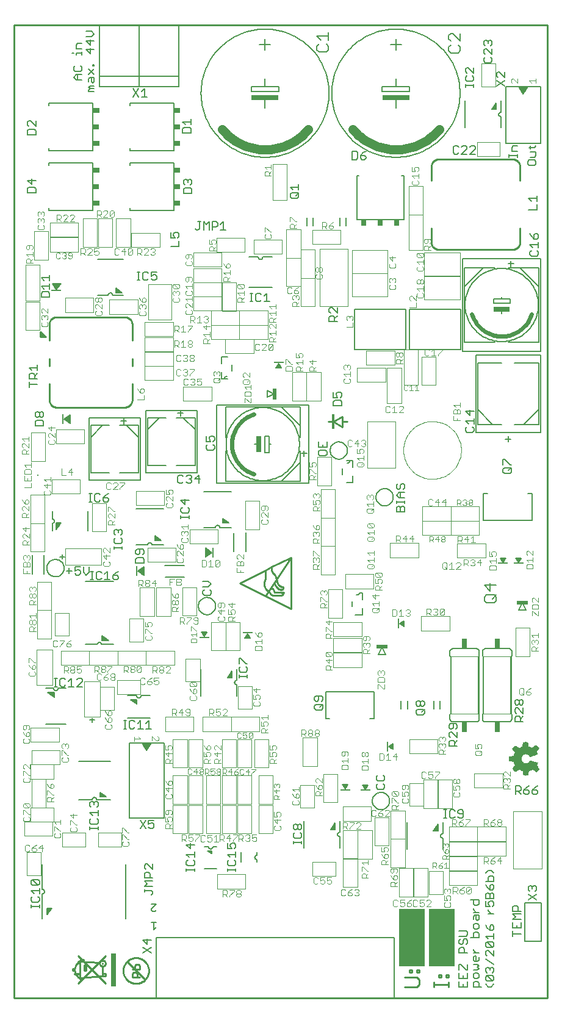
<source format=gto>
G75*
G70*
%OFA0B0*%
%FSLAX24Y24*%
%IPPOS*%
%LPD*%
%AMOC8*
5,1,8,0,0,1.08239X$1,22.5*
%
%ADD10C,0.0050*%
%ADD11C,0.0100*%
%ADD12R,0.0001X0.0149*%
%ADD13R,0.0001X0.0004*%
%ADD14R,0.0001X0.0010*%
%ADD15R,0.0001X0.0017*%
%ADD16R,0.0001X0.0023*%
%ADD17R,0.0001X0.0029*%
%ADD18R,0.0001X0.0034*%
%ADD19R,0.0001X0.0040*%
%ADD20R,0.0002X0.0043*%
%ADD21R,0.0001X0.0047*%
%ADD22R,0.0001X0.0050*%
%ADD23R,0.0001X0.0054*%
%ADD24R,0.0001X0.0059*%
%ADD25R,0.0001X0.0064*%
%ADD26R,0.0001X0.0015*%
%ADD27R,0.0001X0.0067*%
%ADD28R,0.0001X0.0020*%
%ADD29R,0.0001X0.0070*%
%ADD30R,0.0001X0.0024*%
%ADD31R,0.0001X0.0074*%
%ADD32R,0.0001X0.0027*%
%ADD33R,0.0001X0.0076*%
%ADD34R,0.0001X0.0030*%
%ADD35R,0.0002X0.0081*%
%ADD36R,0.0002X0.0036*%
%ADD37R,0.0001X0.0086*%
%ADD38R,0.0001X0.0044*%
%ADD39R,0.0001X0.0091*%
%ADD40R,0.0001X0.0046*%
%ADD41R,0.0001X0.0094*%
%ADD42R,0.0001X0.0096*%
%ADD43R,0.0001X0.0053*%
%ADD44R,0.0001X0.0099*%
%ADD45R,0.0001X0.0056*%
%ADD46R,0.0001X0.0104*%
%ADD47R,0.0001X0.0060*%
%ADD48R,0.0001X0.0108*%
%ADD49R,0.0001X0.0112*%
%ADD50R,0.0001X0.0117*%
%ADD51R,0.0001X0.0072*%
%ADD52R,0.0002X0.0120*%
%ADD53R,0.0002X0.0075*%
%ADD54R,0.0001X0.0123*%
%ADD55R,0.0001X0.0078*%
%ADD56R,0.0001X0.0126*%
%ADD57R,0.0001X0.0081*%
%ADD58R,0.0001X0.0131*%
%ADD59R,0.0001X0.0136*%
%ADD60R,0.0001X0.0090*%
%ADD61R,0.0001X0.0139*%
%ADD62R,0.0001X0.0144*%
%ADD63R,0.0001X0.0147*%
%ADD64R,0.0001X0.0101*%
%ADD65R,0.0001X0.0150*%
%ADD66R,0.0001X0.0102*%
%ADD67R,0.0001X0.0153*%
%ADD68R,0.0001X0.0106*%
%ADD69R,0.0002X0.0158*%
%ADD70R,0.0002X0.0109*%
%ADD71R,0.0001X0.0164*%
%ADD72R,0.0001X0.0115*%
%ADD73R,0.0001X0.0168*%
%ADD74R,0.0001X0.0120*%
%ADD75R,0.0001X0.0171*%
%ADD76R,0.0001X0.0123*%
%ADD77R,0.0001X0.0172*%
%ADD78R,0.0001X0.0125*%
%ADD79R,0.0001X0.0175*%
%ADD80R,0.0001X0.0128*%
%ADD81R,0.0001X0.0180*%
%ADD82R,0.0001X0.0132*%
%ADD83R,0.0001X0.0186*%
%ADD84R,0.0001X0.0191*%
%ADD85R,0.0001X0.0141*%
%ADD86R,0.0001X0.0194*%
%ADD87R,0.0001X0.0145*%
%ADD88R,0.0002X0.0196*%
%ADD89R,0.0002X0.0149*%
%ADD90R,0.0001X0.0199*%
%ADD91R,0.0001X0.0151*%
%ADD92R,0.0001X0.0204*%
%ADD93R,0.0001X0.0153*%
%ADD94R,0.0001X0.0207*%
%ADD95R,0.0001X0.0158*%
%ADD96R,0.0001X0.0211*%
%ADD97R,0.0001X0.0162*%
%ADD98R,0.0001X0.0216*%
%ADD99R,0.0001X0.0166*%
%ADD100R,0.0001X0.0219*%
%ADD101R,0.0001X0.0007*%
%ADD102R,0.0001X0.0169*%
%ADD103R,0.0001X0.0222*%
%ADD104R,0.0001X0.0011*%
%ADD105R,0.0001X0.0224*%
%ADD106R,0.0001X0.0014*%
%ADD107R,0.0001X0.0176*%
%ADD108R,0.0001X0.0228*%
%ADD109R,0.0001X0.0018*%
%ADD110R,0.0001X0.0179*%
%ADD111R,0.0002X0.0234*%
%ADD112R,0.0002X0.0024*%
%ADD113R,0.0002X0.0183*%
%ADD114R,0.0001X0.0239*%
%ADD115R,0.0001X0.0189*%
%ADD116R,0.0001X0.0241*%
%ADD117R,0.0001X0.0033*%
%ADD118R,0.0001X0.0012*%
%ADD119R,0.0001X0.0192*%
%ADD120R,0.0001X0.0243*%
%ADD121R,0.0001X0.0038*%
%ADD122R,0.0001X0.0246*%
%ADD123R,0.0001X0.0041*%
%ADD124R,0.0001X0.0019*%
%ADD125R,0.0001X0.0196*%
%ADD126R,0.0001X0.0250*%
%ADD127R,0.0001X0.0021*%
%ADD128R,0.0001X0.0201*%
%ADD129R,0.0001X0.0254*%
%ADD130R,0.0001X0.0048*%
%ADD131R,0.0001X0.0258*%
%ADD132R,0.0001X0.0054*%
%ADD133R,0.0001X0.0209*%
%ADD134R,0.0001X0.0263*%
%ADD135R,0.0001X0.0213*%
%ADD136R,0.0001X0.0267*%
%ADD137R,0.0001X0.0063*%
%ADD138R,0.0002X0.0270*%
%ADD139R,0.0002X0.0066*%
%ADD140R,0.0002X0.0045*%
%ADD141R,0.0002X0.0219*%
%ADD142R,0.0001X0.0271*%
%ADD143R,0.0001X0.0220*%
%ADD144R,0.0001X0.0274*%
%ADD145R,0.0001X0.0051*%
%ADD146R,0.0001X0.0223*%
%ADD147R,0.0001X0.0278*%
%ADD148R,0.0001X0.0282*%
%ADD149R,0.0001X0.0231*%
%ADD150R,0.0001X0.0288*%
%ADD151R,0.0001X0.0085*%
%ADD152R,0.0001X0.0236*%
%ADD153R,0.0001X0.0289*%
%ADD154R,0.0001X0.0087*%
%ADD155R,0.0001X0.0066*%
%ADD156R,0.0001X0.0292*%
%ADD157R,0.0001X0.0069*%
%ADD158R,0.0001X0.0297*%
%ADD159R,0.0001X0.0300*%
%ADD160R,0.0001X0.0075*%
%ADD161R,0.0002X0.0305*%
%ADD162R,0.0002X0.0101*%
%ADD163R,0.0002X0.0078*%
%ADD164R,0.0002X0.0251*%
%ADD165R,0.0001X0.0309*%
%ADD166R,0.0001X0.0105*%
%ADD167R,0.0001X0.0083*%
%ADD168R,0.0001X0.0255*%
%ADD169R,0.0001X0.0314*%
%ADD170R,0.0001X0.0110*%
%ADD171R,0.0001X0.0087*%
%ADD172R,0.0001X0.0316*%
%ADD173R,0.0001X0.0113*%
%ADD174R,0.0001X0.0262*%
%ADD175R,0.0001X0.0319*%
%ADD176R,0.0001X0.0114*%
%ADD177R,0.0001X0.0093*%
%ADD178R,0.0001X0.0266*%
%ADD179R,0.0001X0.0321*%
%ADD180R,0.0001X0.0096*%
%ADD181R,0.0001X0.0324*%
%ADD182R,0.0001X0.0270*%
%ADD183R,0.0001X0.0329*%
%ADD184R,0.0001X0.0124*%
%ADD185R,0.0001X0.0275*%
%ADD186R,0.0001X0.0333*%
%ADD187R,0.0001X0.0279*%
%ADD188R,0.0001X0.0336*%
%ADD189R,0.0001X0.0111*%
%ADD190R,0.0001X0.0284*%
%ADD191R,0.0002X0.0339*%
%ADD192R,0.0002X0.0134*%
%ADD193R,0.0002X0.0114*%
%ADD194R,0.0002X0.0286*%
%ADD195R,0.0001X0.0342*%
%ADD196R,0.0001X0.0116*%
%ADD197R,0.0001X0.0491*%
%ADD198R,0.0001X0.0492*%
%ADD199R,0.0001X0.0294*%
%ADD200R,0.0001X0.0495*%
%ADD201R,0.0001X0.0299*%
%ADD202R,0.0001X0.0496*%
%ADD203R,0.0001X0.0127*%
%ADD204R,0.0001X0.0301*%
%ADD205R,0.0001X0.0498*%
%ADD206R,0.0001X0.0304*%
%ADD207R,0.0001X0.0501*%
%ADD208R,0.0001X0.0134*%
%ADD209R,0.0001X0.0308*%
%ADD210R,0.0001X0.0135*%
%ADD211R,0.0001X0.0311*%
%ADD212R,0.0001X0.0504*%
%ADD213R,0.0001X0.0138*%
%ADD214R,0.0002X0.0504*%
%ADD215R,0.0002X0.0141*%
%ADD216R,0.0002X0.0318*%
%ADD217R,0.0001X0.0507*%
%ADD218R,0.0001X0.0323*%
%ADD219R,0.0001X0.0326*%
%ADD220R,0.0001X0.0508*%
%ADD221R,0.0001X0.0152*%
%ADD222R,0.0001X0.0330*%
%ADD223R,0.0001X0.0510*%
%ADD224R,0.0001X0.0494*%
%ADD225R,0.0001X0.0512*%
%ADD226R,0.0001X0.0500*%
%ADD227R,0.0001X0.0513*%
%ADD228R,0.0001X0.0501*%
%ADD229R,0.0002X0.0513*%
%ADD230R,0.0002X0.0501*%
%ADD231R,0.0001X0.0503*%
%ADD232R,0.0001X0.0504*%
%ADD233R,0.0001X0.0506*%
%ADD234R,0.0001X0.0513*%
%ADD235R,0.0001X0.0509*%
%ADD236R,0.0001X0.0511*%
%ADD237R,0.0001X0.0514*%
%ADD238R,0.0001X0.0516*%
%ADD239R,0.0002X0.0513*%
%ADD240R,0.0002X0.0519*%
%ADD241R,0.0001X0.0519*%
%ADD242R,0.0001X0.0520*%
%ADD243R,0.0001X0.0522*%
%ADD244R,0.0001X0.0507*%
%ADD245R,0.0002X0.0509*%
%ADD246R,0.0002X0.0520*%
%ADD247R,0.0001X0.0522*%
%ADD248R,0.0001X0.0505*%
%ADD249R,0.0001X0.0502*%
%ADD250R,0.0001X0.0521*%
%ADD251R,0.0002X0.0503*%
%ADD252R,0.0002X0.0519*%
%ADD253R,0.0001X0.0519*%
%ADD254R,0.0001X0.0499*%
%ADD255R,0.0001X0.0517*%
%ADD256R,0.0002X0.0495*%
%ADD257R,0.0002X0.0514*%
%ADD258R,0.0001X0.0515*%
%ADD259R,0.0001X0.0492*%
%ADD260R,0.0001X0.0490*%
%ADD261R,0.0002X0.0490*%
%ADD262R,0.0002X0.0511*%
%ADD263R,0.0001X0.0489*%
%ADD264R,0.0001X0.0489*%
%ADD265R,0.0001X0.0488*%
%ADD266R,0.0001X0.0485*%
%ADD267R,0.0001X0.0483*%
%ADD268R,0.0002X0.0483*%
%ADD269R,0.0002X0.0507*%
%ADD270R,0.0001X0.0483*%
%ADD271R,0.0001X0.0481*%
%ADD272R,0.0001X0.0480*%
%ADD273R,0.0002X0.0480*%
%ADD274R,0.0002X0.0501*%
%ADD275R,0.0001X0.0479*%
%ADD276R,0.0001X0.0477*%
%ADD277R,0.0001X0.0477*%
%ADD278R,0.0001X0.0475*%
%ADD279R,0.0001X0.0474*%
%ADD280R,0.0001X0.0472*%
%ADD281R,0.0002X0.0472*%
%ADD282R,0.0002X0.0498*%
%ADD283R,0.0001X0.0471*%
%ADD284R,0.0001X0.0473*%
%ADD285R,0.0001X0.0471*%
%ADD286R,0.0001X0.0470*%
%ADD287R,0.0001X0.0468*%
%ADD288R,0.0001X0.0469*%
%ADD289R,0.0002X0.0468*%
%ADD290R,0.0002X0.0491*%
%ADD291R,0.0001X0.0466*%
%ADD292R,0.0001X0.0465*%
%ADD293R,0.0001X0.0464*%
%ADD294R,0.0001X0.0462*%
%ADD295R,0.0002X0.0462*%
%ADD296R,0.0002X0.0489*%
%ADD297R,0.0001X0.0461*%
%ADD298R,0.0001X0.0460*%
%ADD299R,0.0001X0.0459*%
%ADD300R,0.0001X0.0484*%
%ADD301R,0.0001X0.0457*%
%ADD302R,0.0001X0.0459*%
%ADD303R,0.0002X0.0458*%
%ADD304R,0.0002X0.0484*%
%ADD305R,0.0001X0.0456*%
%ADD306R,0.0001X0.0455*%
%ADD307R,0.0001X0.0453*%
%ADD308R,0.0001X0.0451*%
%ADD309R,0.0001X0.0453*%
%ADD310R,0.0001X0.0450*%
%ADD311R,0.0002X0.0451*%
%ADD312R,0.0001X0.0478*%
%ADD313R,0.0001X0.0449*%
%ADD314R,0.0001X0.0476*%
%ADD315R,0.0001X0.0447*%
%ADD316R,0.0001X0.0474*%
%ADD317R,0.0002X0.0449*%
%ADD318R,0.0002X0.0476*%
%ADD319R,0.0001X0.0454*%
%ADD320R,0.0002X0.0469*%
%ADD321R,0.0001X0.0468*%
%ADD322R,0.0001X0.0467*%
%ADD323R,0.0002X0.0473*%
%ADD324R,0.0002X0.0468*%
%ADD325R,0.0002X0.0486*%
%ADD326R,0.0002X0.0474*%
%ADD327R,0.0001X0.0487*%
%ADD328R,0.0001X0.0497*%
%ADD329R,0.0001X0.0486*%
%ADD330R,0.0002X0.0500*%
%ADD331R,0.0002X0.0487*%
%ADD332R,0.0001X0.0498*%
%ADD333R,0.0002X0.0524*%
%ADD334R,0.0001X0.0524*%
%ADD335R,0.0001X0.0525*%
%ADD336R,0.0001X0.0528*%
%ADD337R,0.0001X0.0529*%
%ADD338R,0.0001X0.0533*%
%ADD339R,0.0001X0.0534*%
%ADD340R,0.0001X0.0523*%
%ADD341R,0.0001X0.0536*%
%ADD342R,0.0002X0.0537*%
%ADD343R,0.0002X0.0527*%
%ADD344R,0.0001X0.0537*%
%ADD345R,0.0001X0.0528*%
%ADD346R,0.0001X0.0539*%
%ADD347R,0.0001X0.0530*%
%ADD348R,0.0001X0.0540*%
%ADD349R,0.0001X0.0541*%
%ADD350R,0.0001X0.0531*%
%ADD351R,0.0001X0.0543*%
%ADD352R,0.0001X0.0544*%
%ADD353R,0.0002X0.0546*%
%ADD354R,0.0002X0.0536*%
%ADD355R,0.0001X0.0547*%
%ADD356R,0.0001X0.0551*%
%ADD357R,0.0001X0.0552*%
%ADD358R,0.0001X0.0554*%
%ADD359R,0.0001X0.0555*%
%ADD360R,0.0002X0.0555*%
%ADD361R,0.0002X0.0547*%
%ADD362R,0.0001X0.0549*%
%ADD363R,0.0001X0.0548*%
%ADD364R,0.0001X0.0538*%
%ADD365R,0.0001X0.0537*%
%ADD366R,0.0002X0.0533*%
%ADD367R,0.0001X0.0531*%
%ADD368R,0.0001X0.0526*%
%ADD369R,0.0001X0.0518*%
%ADD370R,0.0002X0.0498*%
%ADD371R,0.0002X0.0496*%
%ADD372R,0.0001X0.0486*%
%ADD373R,0.0002X0.0485*%
%ADD374R,0.0001X0.0482*%
%ADD375R,0.0002X0.0477*%
%ADD376R,0.0002X0.0530*%
%ADD377R,0.0002X0.0464*%
%ADD378R,0.0001X0.0561*%
%ADD379R,0.0001X0.0570*%
%ADD380R,0.0001X0.0576*%
%ADD381R,0.0001X0.0581*%
%ADD382R,0.0001X0.0585*%
%ADD383R,0.0001X0.0589*%
%ADD384R,0.0002X0.0600*%
%ADD385R,0.0001X0.0614*%
%ADD386R,0.0001X0.0623*%
%ADD387R,0.0001X0.0630*%
%ADD388R,0.0001X0.0633*%
%ADD389R,0.0001X0.0638*%
%ADD390R,0.0001X0.0645*%
%ADD391R,0.0001X0.0657*%
%ADD392R,0.0001X0.0556*%
%ADD393R,0.0001X0.0669*%
%ADD394R,0.0001X0.0674*%
%ADD395R,0.0001X0.0579*%
%ADD396R,0.0002X0.0676*%
%ADD397R,0.0002X0.0585*%
%ADD398R,0.0001X0.0678*%
%ADD399R,0.0001X0.0590*%
%ADD400R,0.0001X0.0679*%
%ADD401R,0.0001X0.0596*%
%ADD402R,0.0001X0.0681*%
%ADD403R,0.0001X0.0606*%
%ADD404R,0.0001X0.0620*%
%ADD405R,0.0001X0.0682*%
%ADD406R,0.0001X0.0633*%
%ADD407R,0.0001X0.0684*%
%ADD408R,0.0001X0.0639*%
%ADD409R,0.0001X0.0649*%
%ADD410R,0.0001X0.0684*%
%ADD411R,0.0001X0.0655*%
%ADD412R,0.0002X0.0683*%
%ADD413R,0.0002X0.0664*%
%ADD414R,0.0001X0.0683*%
%ADD415R,0.0001X0.0670*%
%ADD416R,0.0001X0.0671*%
%ADD417R,0.0001X0.0681*%
%ADD418R,0.0001X0.0672*%
%ADD419R,0.0001X0.0680*%
%ADD420R,0.0001X0.0675*%
%ADD421R,0.0001X0.0676*%
%ADD422R,0.0002X0.0680*%
%ADD423R,0.0002X0.0678*%
%ADD424R,0.0001X0.0678*%
%ADD425R,0.0002X0.0675*%
%ADD426R,0.0002X0.0672*%
%ADD427R,0.0001X0.0672*%
%ADD428R,0.0002X0.0671*%
%ADD429R,0.0002X0.0670*%
%ADD430R,0.0001X0.0669*%
%ADD431R,0.0001X0.0667*%
%ADD432R,0.0002X0.0669*%
%ADD433R,0.0002X0.0667*%
%ADD434R,0.0001X0.0668*%
%ADD435R,0.0001X0.0666*%
%ADD436R,0.0002X0.0668*%
%ADD437R,0.0002X0.0666*%
%ADD438R,0.0001X0.0666*%
%ADD439R,0.0001X0.0664*%
%ADD440R,0.0001X0.0663*%
%ADD441R,0.0002X0.0666*%
%ADD442R,0.0002X0.0663*%
%ADD443R,0.0001X0.0665*%
%ADD444R,0.0002X0.0674*%
%ADD445R,0.0001X0.0677*%
%ADD446R,0.0002X0.0678*%
%ADD447R,0.0002X0.0682*%
%ADD448R,0.0001X0.0686*%
%ADD449R,0.0002X0.0686*%
%ADD450R,0.0001X0.0687*%
%ADD451R,0.0001X0.0689*%
%ADD452R,0.0001X0.0653*%
%ADD453R,0.0001X0.0641*%
%ADD454R,0.0001X0.0626*%
%ADD455R,0.0001X0.0616*%
%ADD456R,0.0001X0.0687*%
%ADD457R,0.0001X0.0612*%
%ADD458R,0.0001X0.0688*%
%ADD459R,0.0001X0.0606*%
%ADD460R,0.0001X0.0601*%
%ADD461R,0.0002X0.0591*%
%ADD462R,0.0001X0.0567*%
%ADD463R,0.0001X0.0560*%
%ADD464R,0.0001X0.0659*%
%ADD465R,0.0001X0.0516*%
%ADD466R,0.0001X0.0639*%
%ADD467R,0.0002X0.0502*%
%ADD468R,0.0002X0.0633*%
%ADD469R,0.0001X0.0608*%
%ADD470R,0.0001X0.0582*%
%ADD471R,0.0001X0.0577*%
%ADD472R,0.0002X0.0569*%
%ADD473R,0.0001X0.0546*%
%ADD474R,0.0002X0.0486*%
%ADD475R,0.0001X0.0493*%
%ADD476R,0.0002X0.0516*%
%ADD477R,0.0001X0.0532*%
%ADD478R,0.0002X0.0534*%
%ADD479R,0.0002X0.0535*%
%ADD480R,0.0001X0.0543*%
%ADD481R,0.0001X0.0553*%
%ADD482R,0.0001X0.0559*%
%ADD483R,0.0001X0.0564*%
%ADD484R,0.0001X0.0564*%
%ADD485R,0.0001X0.0567*%
%ADD486R,0.0001X0.0569*%
%ADD487R,0.0002X0.0570*%
%ADD488R,0.0002X0.0571*%
%ADD489R,0.0001X0.0571*%
%ADD490R,0.0001X0.0573*%
%ADD491R,0.0001X0.0574*%
%ADD492R,0.0001X0.0576*%
%ADD493R,0.0001X0.0600*%
%ADD494R,0.0001X0.0611*%
%ADD495R,0.0001X0.0618*%
%ADD496R,0.0001X0.0621*%
%ADD497R,0.0001X0.1269*%
%ADD498R,0.0001X0.1267*%
%ADD499R,0.0001X0.1266*%
%ADD500R,0.0002X0.1266*%
%ADD501R,0.0001X0.1264*%
%ADD502R,0.0001X0.1261*%
%ADD503R,0.0001X0.1260*%
%ADD504R,0.0001X0.1259*%
%ADD505R,0.0001X0.1256*%
%ADD506R,0.0001X0.1254*%
%ADD507R,0.0001X0.1253*%
%ADD508R,0.0001X0.1251*%
%ADD509R,0.0002X0.1251*%
%ADD510R,0.0001X0.1248*%
%ADD511R,0.0001X0.1245*%
%ADD512R,0.0001X0.1244*%
%ADD513R,0.0001X0.1242*%
%ADD514R,0.0001X0.1239*%
%ADD515R,0.0001X0.1237*%
%ADD516R,0.0002X0.1236*%
%ADD517R,0.0001X0.1233*%
%ADD518R,0.0001X0.1230*%
%ADD519R,0.0001X0.1229*%
%ADD520R,0.0001X0.1227*%
%ADD521R,0.0001X0.1226*%
%ADD522R,0.0001X0.1224*%
%ADD523R,0.0002X0.1223*%
%ADD524R,0.0001X0.1219*%
%ADD525R,0.0001X0.1216*%
%ADD526R,0.0001X0.1215*%
%ADD527R,0.0001X0.1214*%
%ADD528R,0.0001X0.1212*%
%ADD529R,0.0001X0.1209*%
%ADD530R,0.0002X0.1207*%
%ADD531R,0.0001X0.1206*%
%ADD532R,0.0001X0.1204*%
%ADD533R,0.0001X0.1201*%
%ADD534R,0.0001X0.1200*%
%ADD535R,0.0001X0.1199*%
%ADD536R,0.0001X0.1196*%
%ADD537R,0.0001X0.1194*%
%ADD538R,0.0001X0.1193*%
%ADD539R,0.0001X0.1191*%
%ADD540R,0.0002X0.1191*%
%ADD541R,0.0001X0.1188*%
%ADD542R,0.0001X0.1185*%
%ADD543R,0.0001X0.1184*%
%ADD544R,0.0001X0.1181*%
%ADD545R,0.0001X0.1177*%
%ADD546R,0.0001X0.1176*%
%ADD547R,0.0001X0.1174*%
%ADD548R,0.0001X0.1173*%
%ADD549R,0.0002X0.1170*%
%ADD550R,0.0001X0.1170*%
%ADD551R,0.0001X0.1169*%
%ADD552R,0.0001X0.1166*%
%ADD553R,0.0001X0.1164*%
%ADD554R,0.0001X0.1163*%
%ADD555R,0.0002X0.1163*%
%ADD556R,0.0001X0.1167*%
%ADD557R,0.0001X0.1171*%
%ADD558R,0.0001X0.1179*%
%ADD559R,0.0001X0.1182*%
%ADD560R,0.0002X0.1182*%
%ADD561R,0.0001X0.1188*%
%ADD562R,0.0001X0.1190*%
%ADD563R,0.0001X0.1197*%
%ADD564R,0.0002X0.1204*%
%ADD565R,0.0001X0.1207*%
%ADD566R,0.0001X0.1210*%
%ADD567R,0.0001X0.1213*%
%ADD568R,0.0001X0.1217*%
%ADD569R,0.0001X0.1218*%
%ADD570R,0.0001X0.1220*%
%ADD571R,0.0001X0.1221*%
%ADD572R,0.0001X0.1223*%
%ADD573R,0.0002X0.1226*%
%ADD574R,0.0001X0.1236*%
%ADD575R,0.0001X0.1239*%
%ADD576R,0.0001X0.1240*%
%ADD577R,0.0001X0.1243*%
%ADD578R,0.0002X0.1248*%
%ADD579R,0.0001X0.1248*%
%ADD580R,0.0001X0.1251*%
%ADD581R,0.0001X0.1257*%
%ADD582R,0.0001X0.1263*%
%ADD583R,0.0002X0.1267*%
%ADD584R,0.0001X0.1270*%
%ADD585R,0.0001X0.1274*%
%ADD586R,0.0001X0.1275*%
%ADD587R,0.0001X0.1278*%
%ADD588R,0.0001X0.1280*%
%ADD589R,0.0001X0.1281*%
%ADD590R,0.0001X0.1284*%
%ADD591R,0.0001X0.1286*%
%ADD592R,0.0001X0.1289*%
%ADD593R,0.0002X0.1290*%
%ADD594R,0.0001X0.1291*%
%ADD595R,0.0001X0.1294*%
%ADD596R,0.0001X0.1296*%
%ADD597R,0.0001X0.1299*%
%ADD598R,0.0001X0.1300*%
%ADD599R,0.0001X0.1302*%
%ADD600R,0.0001X0.1304*%
%ADD601R,0.0001X0.1306*%
%ADD602R,0.0001X0.1308*%
%ADD603R,0.0002X0.1311*%
%ADD604R,0.0001X0.1313*%
%ADD605R,0.0001X0.1316*%
%ADD606R,0.0001X0.1317*%
%ADD607R,0.0001X0.1320*%
%ADD608R,0.0001X0.1323*%
%ADD609R,0.0001X0.1326*%
%ADD610R,0.0001X0.1329*%
%ADD611R,0.0002X0.1332*%
%ADD612R,0.0001X0.1335*%
%ADD613R,0.0001X0.1336*%
%ADD614R,0.0001X0.1340*%
%ADD615R,0.0001X0.1343*%
%ADD616R,0.0001X0.1346*%
%ADD617R,0.0001X0.1347*%
%ADD618R,0.0001X0.1350*%
%ADD619R,0.0002X0.1353*%
%ADD620R,0.0001X0.1356*%
%ADD621R,0.0001X0.1357*%
%ADD622R,0.0001X0.1360*%
%ADD623R,0.0001X0.1364*%
%ADD624R,0.0001X0.1365*%
%ADD625R,0.0001X0.1368*%
%ADD626R,0.0001X0.1369*%
%ADD627R,0.0001X0.1373*%
%ADD628R,0.0002X0.1374*%
%ADD629R,0.0001X0.1377*%
%ADD630R,0.0001X0.1379*%
%ADD631R,0.0001X0.1380*%
%ADD632R,0.0001X0.1383*%
%ADD633R,0.0001X0.1386*%
%ADD634R,0.0001X0.1387*%
%ADD635R,0.0001X0.1391*%
%ADD636R,0.0001X0.1394*%
%ADD637R,0.0002X0.1395*%
%ADD638R,0.0001X0.1398*%
%ADD639R,0.0001X0.1401*%
%ADD640R,0.0001X0.1403*%
%ADD641R,0.0001X0.1406*%
%ADD642R,0.0001X0.1407*%
%ADD643R,0.0001X0.1409*%
%ADD644R,0.0001X0.1411*%
%ADD645R,0.0001X0.1414*%
%ADD646R,0.0002X0.1416*%
%ADD647R,0.0001X0.1419*%
%ADD648R,0.0001X0.1421*%
%ADD649R,0.0001X0.1422*%
%ADD650R,0.0001X0.1424*%
%ADD651R,0.0001X0.1426*%
%ADD652R,0.0001X0.1428*%
%ADD653R,0.0002X0.1429*%
%ADD654R,0.0001X0.1429*%
%ADD655R,0.0001X0.1425*%
%ADD656R,0.0002X0.1421*%
%ADD657R,0.0001X0.1418*%
%ADD658R,0.0001X0.1416*%
%ADD659R,0.0001X0.1413*%
%ADD660R,0.0001X0.1410*%
%ADD661R,0.0001X0.1404*%
%ADD662R,0.0001X0.1401*%
%ADD663R,0.0001X0.0346*%
%ADD664R,0.0001X0.1044*%
%ADD665R,0.0002X0.0342*%
%ADD666R,0.0002X0.1040*%
%ADD667R,0.0001X0.0337*%
%ADD668R,0.0001X0.1034*%
%ADD669R,0.0001X0.0357*%
%ADD670R,0.0001X0.0660*%
%ADD671R,0.0001X0.0353*%
%ADD672R,0.0001X0.0327*%
%ADD673R,0.0001X0.0349*%
%ADD674R,0.0001X0.0321*%
%ADD675R,0.0001X0.0648*%
%ADD676R,0.0001X0.0344*%
%ADD677R,0.0001X0.0317*%
%ADD678R,0.0001X0.0339*%
%ADD679R,0.0001X0.0312*%
%ADD680R,0.0001X0.0631*%
%ADD681R,0.0001X0.0334*%
%ADD682R,0.0001X0.0309*%
%ADD683R,0.0002X0.0307*%
%ADD684R,0.0002X0.0623*%
%ADD685R,0.0002X0.0327*%
%ADD686R,0.0001X0.0618*%
%ADD687R,0.0001X0.0297*%
%ADD688R,0.0001X0.0607*%
%ADD689R,0.0001X0.0320*%
%ADD690R,0.0001X0.0293*%
%ADD691R,0.0001X0.0599*%
%ADD692R,0.0001X0.0313*%
%ADD693R,0.0001X0.0285*%
%ADD694R,0.0001X0.0584*%
%ADD695R,0.0001X0.0303*%
%ADD696R,0.0001X0.0281*%
%ADD697R,0.0002X0.0273*%
%ADD698R,0.0002X0.0563*%
%ADD699R,0.0002X0.0293*%
%ADD700R,0.0001X0.0264*%
%ADD701R,0.0001X0.0259*%
%ADD702R,0.0001X0.0256*%
%ADD703R,0.0001X0.0276*%
%ADD704R,0.0001X0.0252*%
%ADD705R,0.0001X0.0273*%
%ADD706R,0.0001X0.0248*%
%ADD707R,0.0001X0.0269*%
%ADD708R,0.0001X0.0245*%
%ADD709R,0.0001X0.0240*%
%ADD710R,0.0002X0.0237*%
%ADD711R,0.0002X0.0256*%
%ADD712R,0.0001X0.0234*%
%ADD713R,0.0001X0.0232*%
%ADD714R,0.0001X0.0251*%
%ADD715R,0.0001X0.0228*%
%ADD716R,0.0001X0.0246*%
%ADD717R,0.0001X0.0456*%
%ADD718R,0.0001X0.0219*%
%ADD719R,0.0001X0.0444*%
%ADD720R,0.0001X0.0237*%
%ADD721R,0.0001X0.0214*%
%ADD722R,0.0001X0.0436*%
%ADD723R,0.0001X0.0432*%
%ADD724R,0.0001X0.0231*%
%ADD725R,0.0001X0.0210*%
%ADD726R,0.0001X0.0426*%
%ADD727R,0.0001X0.0420*%
%ADD728R,0.0001X0.0226*%
%ADD729R,0.0002X0.0204*%
%ADD730R,0.0002X0.0409*%
%ADD731R,0.0002X0.0222*%
%ADD732R,0.0001X0.0391*%
%ADD733R,0.0001X0.0217*%
%ADD734R,0.0001X0.0376*%
%ADD735R,0.0001X0.0368*%
%ADD736R,0.0001X0.0189*%
%ADD737R,0.0001X0.0361*%
%ADD738R,0.0001X0.0206*%
%ADD739R,0.0001X0.0186*%
%ADD740R,0.0001X0.0356*%
%ADD741R,0.0001X0.0181*%
%ADD742R,0.0001X0.0345*%
%ADD743R,0.0001X0.0173*%
%ADD744R,0.0001X0.0331*%
%ADD745R,0.0001X0.0190*%
%ADD746R,0.0001X0.0168*%
%ADD747R,0.0002X0.0165*%
%ADD748R,0.0001X0.0162*%
%ADD749R,0.0001X0.0159*%
%ADD750R,0.0001X0.0177*%
%ADD751R,0.0001X0.0156*%
%ADD752R,0.0001X0.0324*%
%ADD753R,0.0001X0.0174*%
%ADD754R,0.0001X0.0167*%
%ADD755R,0.0001X0.0146*%
%ADD756R,0.0001X0.0163*%
%ADD757R,0.0001X0.0141*%
%ADD758R,0.0001X0.0140*%
%ADD759R,0.0001X0.0137*%
%ADD760R,0.0001X0.0133*%
%ADD761R,0.0002X0.0129*%
%ADD762R,0.0002X0.0321*%
%ADD763R,0.0002X0.0146*%
%ADD764R,0.0001X0.0119*%
%ADD765R,0.0001X0.0129*%
%ADD766R,0.0001X0.0111*%
%ADD767R,0.0001X0.0126*%
%ADD768R,0.0001X0.0318*%
%ADD769R,0.0001X0.0097*%
%ADD770R,0.0001X0.0315*%
%ADD771R,0.0002X0.0089*%
%ADD772R,0.0002X0.0315*%
%ADD773R,0.0002X0.0105*%
%ADD774R,0.0001X0.0079*%
%ADD775R,0.0001X0.0089*%
%ADD776R,0.0001X0.0069*%
%ADD777R,0.0001X0.0084*%
%ADD778R,0.0001X0.0057*%
%ADD779R,0.0002X0.0052*%
%ADD780R,0.0002X0.0311*%
%ADD781R,0.0002X0.0066*%
%ADD782R,0.0001X0.0061*%
%ADD783R,0.0001X0.0042*%
%ADD784R,0.0001X0.0055*%
%ADD785R,0.0001X0.0039*%
%ADD786R,0.0001X0.0052*%
%ADD787R,0.0001X0.0036*%
%ADD788R,0.0001X0.0049*%
%ADD789R,0.0001X0.0307*%
%ADD790R,0.0001X0.0045*%
%ADD791R,0.0001X0.0022*%
%ADD792R,0.0001X0.0035*%
%ADD793R,0.0002X0.0025*%
%ADD794R,0.0001X0.0306*%
%ADD795R,0.0001X0.0018*%
%ADD796R,0.0001X0.0008*%
%ADD797R,0.0002X0.0300*%
%ADD798R,0.0001X0.0296*%
%ADD799R,0.0002X0.0294*%
%ADD800R,0.0001X0.0294*%
%ADD801R,0.0001X0.0291*%
%ADD802R,0.0002X0.0291*%
%ADD803R,0.0001X0.0286*%
%ADD804R,0.0002X0.0281*%
%ADD805R,0.0001X0.0277*%
%ADD806R,0.0001X0.0276*%
%ADD807R,0.0002X0.0266*%
%ADD808R,0.0001X0.0264*%
%ADD809R,0.0001X0.0261*%
%ADD810R,0.0002X0.0259*%
%ADD811R,0.0002X0.0254*%
%ADD812R,0.0002X0.0248*%
%ADD813R,0.0002X0.0218*%
%ADD814R,0.0001X0.0157*%
%ADD815C,0.0090*%
%ADD816R,0.1425X0.3150*%
%ADD817C,0.0070*%
%ADD818C,0.0040*%
%ADD819C,0.0030*%
%ADD820C,0.0080*%
%ADD821R,0.0620X0.0240*%
%ADD822C,0.0020*%
%ADD823C,0.0060*%
%ADD824C,0.0000*%
%ADD825R,0.0551X0.0079*%
%ADD826R,0.0079X0.0551*%
%ADD827R,0.0240X0.0620*%
%ADD828R,0.0299X0.0327*%
%ADD829R,0.0299X0.0358*%
%ADD830R,0.0079X0.0079*%
%ADD831C,0.0500*%
%ADD832R,0.1500X0.0250*%
%ADD833R,0.0327X0.0299*%
%ADD834R,0.0358X0.0299*%
%ADD835R,0.0118X0.0827*%
%ADD836R,0.0300X0.0550*%
%ADD837R,0.0300X0.1800*%
%ADD838R,0.0250X0.0900*%
%ADD839C,0.0240*%
%ADD840R,0.0900X0.0250*%
D10*
X009340Y010361D02*
X009340Y010511D01*
X009340Y010436D02*
X009791Y010436D01*
X009791Y010361D02*
X009791Y010511D01*
X009716Y010668D02*
X009791Y010743D01*
X009791Y010893D01*
X009716Y010968D01*
X009791Y011128D02*
X009791Y011429D01*
X009791Y011278D02*
X009340Y011278D01*
X009491Y011128D01*
X009415Y010968D02*
X009340Y010893D01*
X009340Y010743D01*
X009415Y010668D01*
X009716Y010668D01*
X009716Y011589D02*
X009415Y011889D01*
X009716Y011889D01*
X009791Y011814D01*
X009791Y011664D01*
X009716Y011589D01*
X009415Y011589D01*
X009340Y011664D01*
X009340Y011814D01*
X009415Y011889D01*
X012543Y014626D02*
X012543Y014777D01*
X012543Y014701D02*
X012994Y014701D01*
X012994Y014626D02*
X012994Y014777D01*
X012919Y014933D02*
X012994Y015008D01*
X012994Y015159D01*
X012919Y015234D01*
X012994Y015394D02*
X012994Y015694D01*
X012994Y015544D02*
X012543Y015544D01*
X012694Y015394D01*
X012618Y015234D02*
X012543Y015159D01*
X012543Y015008D01*
X012618Y014933D01*
X012919Y014933D01*
X012919Y015854D02*
X012994Y015929D01*
X012994Y016079D01*
X012919Y016154D01*
X012844Y016154D01*
X012769Y016079D01*
X012769Y016004D01*
X012769Y016079D02*
X012694Y016154D01*
X012618Y016154D01*
X012543Y016079D01*
X012543Y015929D01*
X012618Y015854D01*
X012671Y016270D02*
X011921Y016270D01*
X012671Y016270D02*
X012673Y016291D01*
X012678Y016311D01*
X012687Y016330D01*
X012699Y016347D01*
X012714Y016362D01*
X012731Y016374D01*
X012750Y016383D01*
X012770Y016388D01*
X012791Y016390D01*
X012812Y016388D01*
X012832Y016383D01*
X012851Y016374D01*
X012868Y016362D01*
X012883Y016347D01*
X012895Y016330D01*
X012904Y016311D01*
X012909Y016291D01*
X012911Y016270D01*
X013661Y016270D01*
X013661Y018356D02*
X011927Y018356D01*
X012666Y020491D02*
X012666Y020741D01*
X012541Y020616D02*
X012791Y020616D01*
X012134Y022441D02*
X011834Y022441D01*
X012134Y022741D01*
X012134Y022816D01*
X012059Y022891D01*
X011909Y022891D01*
X011834Y022816D01*
X011523Y022891D02*
X011523Y022441D01*
X011373Y022441D02*
X011673Y022441D01*
X011373Y022741D02*
X011523Y022891D01*
X011213Y022816D02*
X011138Y022891D01*
X010988Y022891D01*
X010913Y022816D01*
X010913Y022516D01*
X010988Y022441D01*
X011138Y022441D01*
X011213Y022516D01*
X010756Y022441D02*
X010606Y022441D01*
X010681Y022441D02*
X010681Y022891D01*
X010606Y022891D02*
X010756Y022891D01*
X012581Y028291D02*
X012731Y028291D01*
X012656Y028291D02*
X012656Y028741D01*
X012581Y028741D02*
X012731Y028741D01*
X012888Y028666D02*
X012888Y028366D01*
X012963Y028291D01*
X013113Y028291D01*
X013188Y028366D01*
X013348Y028291D02*
X013648Y028291D01*
X013498Y028291D02*
X013498Y028741D01*
X013348Y028591D01*
X013188Y028666D02*
X013113Y028741D01*
X012963Y028741D01*
X012888Y028666D01*
X012487Y028691D02*
X012487Y028991D01*
X012487Y028691D02*
X012337Y028541D01*
X012187Y028691D01*
X012187Y028991D01*
X012026Y028991D02*
X011726Y028991D01*
X011726Y028766D01*
X011876Y028841D01*
X011951Y028841D01*
X012026Y028766D01*
X012026Y028616D01*
X011951Y028541D01*
X011801Y028541D01*
X011726Y028616D01*
X011566Y028766D02*
X011266Y028766D01*
X011416Y028916D02*
X011416Y028616D01*
X011041Y029416D02*
X011041Y029666D01*
X010916Y029541D02*
X011166Y029541D01*
X010194Y028916D02*
X010196Y028959D01*
X010202Y029001D01*
X010212Y029043D01*
X010225Y029084D01*
X010242Y029124D01*
X010263Y029161D01*
X010287Y029197D01*
X010314Y029230D01*
X010344Y029261D01*
X010377Y029289D01*
X010412Y029314D01*
X010449Y029335D01*
X010488Y029353D01*
X010528Y029367D01*
X010570Y029378D01*
X010612Y029385D01*
X010655Y029388D01*
X010698Y029387D01*
X010741Y029382D01*
X010783Y029373D01*
X010824Y029361D01*
X010864Y029345D01*
X010902Y029325D01*
X010938Y029302D01*
X010972Y029275D01*
X011004Y029246D01*
X011032Y029214D01*
X011058Y029179D01*
X011080Y029143D01*
X011099Y029104D01*
X011114Y029064D01*
X011126Y029023D01*
X011134Y028980D01*
X011138Y028937D01*
X011138Y028895D01*
X011134Y028852D01*
X011126Y028809D01*
X011114Y028768D01*
X011099Y028728D01*
X011080Y028689D01*
X011058Y028653D01*
X011032Y028618D01*
X011004Y028586D01*
X010972Y028557D01*
X010938Y028530D01*
X010902Y028507D01*
X010864Y028487D01*
X010824Y028471D01*
X010783Y028459D01*
X010741Y028450D01*
X010698Y028445D01*
X010655Y028444D01*
X010612Y028447D01*
X010570Y028454D01*
X010528Y028465D01*
X010488Y028479D01*
X010449Y028497D01*
X010412Y028518D01*
X010377Y028543D01*
X010344Y028571D01*
X010314Y028602D01*
X010287Y028635D01*
X010263Y028671D01*
X010242Y028708D01*
X010225Y028748D01*
X010212Y028789D01*
X010202Y028831D01*
X010196Y028873D01*
X010194Y028916D01*
X010045Y028597D02*
X010045Y029635D01*
X009386Y029610D02*
X009386Y028597D01*
X012506Y032541D02*
X012656Y032541D01*
X012581Y032541D02*
X012581Y032991D01*
X012506Y032991D02*
X012656Y032991D01*
X012813Y032916D02*
X012813Y032616D01*
X012888Y032541D01*
X013038Y032541D01*
X013113Y032616D01*
X013273Y032616D02*
X013348Y032541D01*
X013498Y032541D01*
X013573Y032616D01*
X013573Y032691D01*
X013498Y032766D01*
X013273Y032766D01*
X013273Y032616D01*
X013273Y032766D02*
X013423Y032916D01*
X013573Y032991D01*
X013113Y032916D02*
X013038Y032991D01*
X012888Y032991D01*
X012813Y032916D01*
X013940Y031024D02*
X014016Y031024D01*
X014091Y030948D01*
X014166Y031024D01*
X014241Y031024D01*
X014316Y030948D01*
X014316Y030798D01*
X014241Y030723D01*
X014241Y030563D02*
X014316Y030488D01*
X014316Y030338D01*
X014241Y030263D01*
X013940Y030263D01*
X013865Y030338D01*
X013865Y030488D01*
X013940Y030563D01*
X013940Y030723D02*
X013865Y030798D01*
X013865Y030948D01*
X013940Y031024D01*
X014091Y030948D02*
X014091Y030873D01*
X014316Y030106D02*
X014316Y029956D01*
X014316Y030031D02*
X013865Y030031D01*
X013865Y029956D02*
X013865Y030106D01*
X014109Y028741D02*
X013959Y028666D01*
X013809Y028516D01*
X014034Y028516D01*
X014109Y028441D01*
X014109Y028366D01*
X014034Y028291D01*
X013884Y028291D01*
X013809Y028366D01*
X013809Y028516D01*
X015047Y029183D02*
X015047Y029408D01*
X015122Y029483D01*
X015422Y029483D01*
X015497Y029408D01*
X015497Y029183D01*
X015047Y029183D01*
X015122Y029643D02*
X015197Y029643D01*
X015272Y029718D01*
X015272Y029944D01*
X015422Y029944D02*
X015122Y029944D01*
X015047Y029868D01*
X015047Y029718D01*
X015122Y029643D01*
X015422Y029643D02*
X015497Y029718D01*
X015497Y029868D01*
X015422Y029944D01*
X016647Y029070D02*
X017685Y029070D01*
X017685Y028412D02*
X016672Y028412D01*
X018715Y028202D02*
X019016Y028202D01*
X019166Y028051D01*
X019016Y027901D01*
X018715Y027901D01*
X018790Y027741D02*
X018715Y027666D01*
X018715Y027516D01*
X018790Y027441D01*
X019091Y027441D01*
X019166Y027516D01*
X019166Y027666D01*
X019091Y027741D01*
X018469Y026841D02*
X018471Y026884D01*
X018477Y026926D01*
X018487Y026968D01*
X018500Y027009D01*
X018517Y027049D01*
X018538Y027086D01*
X018562Y027122D01*
X018589Y027155D01*
X018619Y027186D01*
X018652Y027214D01*
X018687Y027239D01*
X018724Y027260D01*
X018763Y027278D01*
X018803Y027292D01*
X018845Y027303D01*
X018887Y027310D01*
X018930Y027313D01*
X018973Y027312D01*
X019016Y027307D01*
X019058Y027298D01*
X019099Y027286D01*
X019139Y027270D01*
X019177Y027250D01*
X019213Y027227D01*
X019247Y027200D01*
X019279Y027171D01*
X019307Y027139D01*
X019333Y027104D01*
X019355Y027068D01*
X019374Y027029D01*
X019389Y026989D01*
X019401Y026948D01*
X019409Y026905D01*
X019413Y026862D01*
X019413Y026820D01*
X019409Y026777D01*
X019401Y026734D01*
X019389Y026693D01*
X019374Y026653D01*
X019355Y026614D01*
X019333Y026578D01*
X019307Y026543D01*
X019279Y026511D01*
X019247Y026482D01*
X019213Y026455D01*
X019177Y026432D01*
X019139Y026412D01*
X019099Y026396D01*
X019058Y026384D01*
X019016Y026375D01*
X018973Y026370D01*
X018930Y026369D01*
X018887Y026372D01*
X018845Y026379D01*
X018803Y026390D01*
X018763Y026404D01*
X018724Y026422D01*
X018687Y026443D01*
X018652Y026468D01*
X018619Y026496D01*
X018589Y026527D01*
X018562Y026560D01*
X018538Y026596D01*
X018517Y026633D01*
X018500Y026673D01*
X018487Y026714D01*
X018477Y026756D01*
X018471Y026798D01*
X018469Y026841D01*
X020411Y029822D02*
X020411Y030835D01*
X021070Y030860D02*
X021070Y029822D01*
X018497Y033556D02*
X018497Y034006D01*
X018272Y033781D01*
X018572Y033781D01*
X018111Y033706D02*
X018111Y033631D01*
X018036Y033556D01*
X017886Y033556D01*
X017811Y033631D01*
X017651Y033631D02*
X017576Y033556D01*
X017426Y033556D01*
X017351Y033631D01*
X017351Y033931D01*
X017426Y034006D01*
X017576Y034006D01*
X017651Y033931D01*
X017811Y033931D02*
X017886Y034006D01*
X018036Y034006D01*
X018111Y033931D01*
X018111Y033856D01*
X018036Y033781D01*
X018111Y033706D01*
X018036Y033781D02*
X017961Y033781D01*
X017741Y032699D02*
X017741Y032398D01*
X017515Y032623D01*
X017966Y032623D01*
X017891Y032238D02*
X017966Y032163D01*
X017966Y032013D01*
X017891Y031938D01*
X017590Y031938D01*
X017515Y032013D01*
X017515Y032163D01*
X017590Y032238D01*
X017515Y031781D02*
X017515Y031631D01*
X017515Y031706D02*
X017966Y031706D01*
X017966Y031631D02*
X017966Y031781D01*
X018980Y035376D02*
X019281Y035376D01*
X019356Y035451D01*
X019356Y035601D01*
X019281Y035676D01*
X019281Y035836D02*
X019356Y035911D01*
X019356Y036062D01*
X019281Y036137D01*
X019131Y036137D01*
X019056Y036062D01*
X019056Y035986D01*
X019131Y035836D01*
X018905Y035836D01*
X018905Y036137D01*
X018980Y035676D02*
X018905Y035601D01*
X018905Y035451D01*
X018980Y035376D01*
X021291Y043486D02*
X021441Y043486D01*
X021366Y043486D02*
X021366Y043936D01*
X021291Y043936D02*
X021441Y043936D01*
X021598Y043861D02*
X021598Y043561D01*
X021673Y043486D01*
X021823Y043486D01*
X021898Y043561D01*
X022058Y043486D02*
X022358Y043486D01*
X022208Y043486D02*
X022208Y043936D01*
X022058Y043786D01*
X021898Y043861D02*
X021823Y043936D01*
X021673Y043936D01*
X021598Y043861D01*
X019981Y047397D02*
X019680Y047397D01*
X019831Y047397D02*
X019831Y047847D01*
X019680Y047697D01*
X019520Y047772D02*
X019520Y047622D01*
X019445Y047547D01*
X019220Y047547D01*
X019220Y047397D02*
X019220Y047847D01*
X019445Y047847D01*
X019520Y047772D01*
X019060Y047847D02*
X019060Y047397D01*
X018760Y047397D02*
X018760Y047847D01*
X018910Y047697D01*
X019060Y047847D01*
X018599Y047847D02*
X018449Y047847D01*
X018524Y047847D02*
X018524Y047472D01*
X018449Y047397D01*
X018374Y047397D01*
X018299Y047472D01*
X017416Y047177D02*
X017416Y047026D01*
X017341Y046951D01*
X017191Y046951D02*
X017116Y047101D01*
X017116Y047177D01*
X017191Y047252D01*
X017341Y047252D01*
X017416Y047177D01*
X017191Y046951D02*
X016965Y046951D01*
X016965Y047252D01*
X017416Y046791D02*
X017416Y046491D01*
X016965Y046491D01*
X016193Y045101D02*
X015893Y045101D01*
X015893Y044876D01*
X016043Y044951D01*
X016118Y044951D01*
X016193Y044876D01*
X016193Y044726D01*
X016118Y044651D01*
X015968Y044651D01*
X015893Y044726D01*
X015733Y044726D02*
X015658Y044651D01*
X015508Y044651D01*
X015433Y044726D01*
X015433Y045026D01*
X015508Y045101D01*
X015658Y045101D01*
X015733Y045026D01*
X015276Y045101D02*
X015126Y045101D01*
X015201Y045101D02*
X015201Y044651D01*
X015126Y044651D02*
X015276Y044651D01*
X017665Y049391D02*
X017665Y049616D01*
X017740Y049691D01*
X018041Y049691D01*
X018116Y049616D01*
X018116Y049391D01*
X017665Y049391D01*
X017740Y049851D02*
X017665Y049926D01*
X017665Y050077D01*
X017740Y050152D01*
X017816Y050152D01*
X017891Y050077D01*
X017966Y050152D01*
X018041Y050152D01*
X018116Y050077D01*
X018116Y049926D01*
X018041Y049851D01*
X017891Y050001D02*
X017891Y050077D01*
X018066Y052691D02*
X017615Y052691D01*
X017615Y052916D01*
X017690Y052991D01*
X017991Y052991D01*
X018066Y052916D01*
X018066Y052691D01*
X018066Y053151D02*
X018066Y053452D01*
X018066Y053301D02*
X017615Y053301D01*
X017766Y053151D01*
X017390Y055219D02*
X017390Y055782D01*
X013060Y055782D01*
X013060Y058566D01*
X015225Y058566D01*
X015225Y055219D01*
X013060Y055219D01*
X013060Y055782D01*
X012784Y055727D02*
X012784Y055501D01*
X012709Y055426D01*
X012634Y055501D01*
X012634Y055727D01*
X012559Y055727D02*
X012784Y055727D01*
X012784Y055887D02*
X012484Y056187D01*
X012709Y056347D02*
X012709Y056422D01*
X012784Y056422D01*
X012784Y056347D01*
X012709Y056347D01*
X012784Y056187D02*
X012484Y055887D01*
X012559Y055727D02*
X012484Y055652D01*
X012484Y055501D01*
X012559Y055266D02*
X012784Y055266D01*
X012784Y055116D02*
X012559Y055116D01*
X012484Y055191D01*
X012559Y055266D01*
X012559Y055116D02*
X012484Y055041D01*
X012484Y054966D01*
X012784Y054966D01*
X012109Y055591D02*
X011809Y055591D01*
X011659Y055741D01*
X011809Y055891D01*
X012109Y055891D01*
X012034Y056051D02*
X011734Y056051D01*
X011659Y056126D01*
X011659Y056277D01*
X011734Y056352D01*
X012034Y056352D02*
X012109Y056277D01*
X012109Y056126D01*
X012034Y056051D01*
X011884Y055891D02*
X011884Y055591D01*
X011809Y056972D02*
X011809Y057047D01*
X012109Y057047D01*
X012109Y056972D02*
X012109Y057122D01*
X012109Y057279D02*
X011809Y057279D01*
X011809Y057504D01*
X011884Y057579D01*
X012109Y057579D01*
X012334Y057723D02*
X012559Y057498D01*
X012559Y057798D01*
X012634Y057958D02*
X012334Y057958D01*
X012334Y057723D02*
X012784Y057723D01*
X012634Y057958D02*
X012784Y058109D01*
X012634Y058259D01*
X012334Y058259D01*
X012559Y057338D02*
X012559Y057038D01*
X012334Y057263D01*
X012784Y057263D01*
X011659Y057047D02*
X011584Y057047D01*
X009591Y053356D02*
X009591Y053056D01*
X009291Y053356D01*
X009215Y053356D01*
X009140Y053281D01*
X009140Y053131D01*
X009215Y053056D01*
X009215Y052895D02*
X009140Y052820D01*
X009140Y052595D01*
X009591Y052595D01*
X009591Y052820D01*
X009516Y052895D01*
X009215Y052895D01*
X009366Y050181D02*
X009366Y049881D01*
X009140Y050106D01*
X009591Y050106D01*
X009516Y049720D02*
X009215Y049720D01*
X009140Y049645D01*
X009140Y049420D01*
X009591Y049420D01*
X009591Y049645D01*
X009516Y049720D01*
X010341Y044931D02*
X010341Y044631D01*
X010341Y044781D02*
X009890Y044781D01*
X010041Y044631D01*
X010341Y044470D02*
X010341Y044170D01*
X010341Y044320D02*
X009890Y044320D01*
X010041Y044170D01*
X009965Y044010D02*
X009890Y043935D01*
X009890Y043710D01*
X010341Y043710D01*
X010341Y043935D01*
X010266Y044010D01*
X009965Y044010D01*
X009672Y040018D02*
X009672Y039718D01*
X009672Y039868D02*
X009221Y039868D01*
X009371Y039718D01*
X009296Y039558D02*
X009447Y039558D01*
X009522Y039483D01*
X009522Y039257D01*
X009672Y039257D02*
X009221Y039257D01*
X009221Y039483D01*
X009296Y039558D01*
X009522Y039407D02*
X009672Y039558D01*
X009672Y038947D02*
X009221Y038947D01*
X009221Y038797D02*
X009221Y039097D01*
X009640Y037456D02*
X009716Y037456D01*
X009791Y037381D01*
X009791Y037231D01*
X009716Y037156D01*
X009640Y037156D01*
X009565Y037231D01*
X009565Y037381D01*
X009640Y037456D01*
X009791Y037381D02*
X009866Y037456D01*
X009941Y037456D01*
X010016Y037381D01*
X010016Y037231D01*
X009941Y037156D01*
X009866Y037156D01*
X009791Y037231D01*
X009941Y036995D02*
X009640Y036995D01*
X009565Y036920D01*
X009565Y036695D01*
X010016Y036695D01*
X010016Y036920D01*
X009941Y036995D01*
X020690Y023999D02*
X020765Y023999D01*
X021066Y023698D01*
X021141Y023698D01*
X021066Y023538D02*
X021141Y023463D01*
X021141Y023313D01*
X021066Y023238D01*
X020765Y023238D01*
X020690Y023313D01*
X020690Y023463D01*
X020765Y023538D01*
X020690Y023698D02*
X020690Y023999D01*
X020690Y023081D02*
X020690Y022931D01*
X020690Y023006D02*
X021141Y023006D01*
X021141Y022931D02*
X021141Y023081D01*
X024815Y021862D02*
X024815Y021711D01*
X024890Y021636D01*
X024966Y021636D01*
X025041Y021711D01*
X025041Y021937D01*
X025191Y021937D02*
X024890Y021937D01*
X024815Y021862D01*
X025191Y021937D02*
X025266Y021862D01*
X025266Y021711D01*
X025191Y021636D01*
X025191Y021476D02*
X025266Y021401D01*
X025266Y021251D01*
X025191Y021176D01*
X024890Y021176D01*
X024815Y021251D01*
X024815Y021401D01*
X024890Y021476D01*
X025191Y021476D01*
X025266Y021476D02*
X025116Y021326D01*
X028265Y017602D02*
X028190Y017527D01*
X028190Y017376D01*
X028265Y017301D01*
X028566Y017301D01*
X028641Y017376D01*
X028641Y017527D01*
X028566Y017602D01*
X028566Y017141D02*
X028641Y017066D01*
X028641Y016916D01*
X028566Y016841D01*
X028265Y016841D01*
X028190Y016916D01*
X028190Y017066D01*
X028265Y017141D01*
X027969Y016191D02*
X027971Y016234D01*
X027977Y016276D01*
X027987Y016318D01*
X028000Y016359D01*
X028017Y016399D01*
X028038Y016436D01*
X028062Y016472D01*
X028089Y016505D01*
X028119Y016536D01*
X028152Y016564D01*
X028187Y016589D01*
X028224Y016610D01*
X028263Y016628D01*
X028303Y016642D01*
X028345Y016653D01*
X028387Y016660D01*
X028430Y016663D01*
X028473Y016662D01*
X028516Y016657D01*
X028558Y016648D01*
X028599Y016636D01*
X028639Y016620D01*
X028677Y016600D01*
X028713Y016577D01*
X028747Y016550D01*
X028779Y016521D01*
X028807Y016489D01*
X028833Y016454D01*
X028855Y016418D01*
X028874Y016379D01*
X028889Y016339D01*
X028901Y016298D01*
X028909Y016255D01*
X028913Y016212D01*
X028913Y016170D01*
X028909Y016127D01*
X028901Y016084D01*
X028889Y016043D01*
X028874Y016003D01*
X028855Y015964D01*
X028833Y015928D01*
X028807Y015893D01*
X028779Y015861D01*
X028747Y015832D01*
X028713Y015805D01*
X028677Y015782D01*
X028639Y015762D01*
X028599Y015746D01*
X028558Y015734D01*
X028516Y015725D01*
X028473Y015720D01*
X028430Y015719D01*
X028387Y015722D01*
X028345Y015729D01*
X028303Y015740D01*
X028263Y015754D01*
X028224Y015772D01*
X028187Y015793D01*
X028152Y015818D01*
X028119Y015846D01*
X028089Y015877D01*
X028062Y015910D01*
X028038Y015946D01*
X028017Y015983D01*
X028000Y016023D01*
X027987Y016064D01*
X027977Y016106D01*
X027971Y016148D01*
X027969Y016191D01*
X030444Y020908D02*
X030369Y020983D01*
X030369Y021133D01*
X030444Y021208D01*
X030744Y021208D01*
X030819Y021133D01*
X030819Y020983D01*
X030744Y020908D01*
X030444Y020908D01*
X030669Y021058D02*
X030819Y021208D01*
X030744Y021368D02*
X030669Y021368D01*
X030594Y021443D01*
X030594Y021593D01*
X030669Y021669D01*
X030744Y021669D01*
X030819Y021593D01*
X030819Y021443D01*
X030744Y021368D01*
X030594Y021443D02*
X030519Y021368D01*
X030444Y021368D01*
X030369Y021443D01*
X030369Y021593D01*
X030444Y021669D01*
X030519Y021669D01*
X030594Y021593D01*
X032165Y020337D02*
X032165Y020187D01*
X032240Y020112D01*
X032316Y020112D01*
X032391Y020187D01*
X032391Y020412D01*
X032541Y020412D02*
X032240Y020412D01*
X032165Y020337D01*
X032541Y020412D02*
X032616Y020337D01*
X032616Y020187D01*
X032541Y020112D01*
X032616Y019952D02*
X032616Y019651D01*
X032316Y019952D01*
X032240Y019952D01*
X032165Y019877D01*
X032165Y019726D01*
X032240Y019651D01*
X032240Y019491D02*
X032391Y019491D01*
X032466Y019416D01*
X032466Y019191D01*
X032616Y019191D02*
X032165Y019191D01*
X032165Y019416D01*
X032240Y019491D01*
X032466Y019341D02*
X032616Y019491D01*
X032723Y015716D02*
X032648Y015641D01*
X032648Y015566D01*
X032723Y015491D01*
X032948Y015491D01*
X032948Y015341D02*
X032948Y015641D01*
X032873Y015716D01*
X032723Y015716D01*
X032488Y015641D02*
X032413Y015716D01*
X032263Y015716D01*
X032188Y015641D01*
X032188Y015341D01*
X032263Y015266D01*
X032413Y015266D01*
X032488Y015341D01*
X032648Y015341D02*
X032723Y015266D01*
X032873Y015266D01*
X032948Y015341D01*
X032031Y015266D02*
X031881Y015266D01*
X031956Y015266D02*
X031956Y015716D01*
X031881Y015716D02*
X032031Y015716D01*
X034316Y012406D02*
X034165Y012256D01*
X034316Y012406D02*
X034466Y012406D01*
X034616Y012256D01*
X034541Y012096D02*
X034616Y012021D01*
X034616Y011796D01*
X034165Y011796D01*
X034316Y011796D02*
X034316Y012021D01*
X034391Y012096D01*
X034541Y012096D01*
X034541Y011636D02*
X034466Y011636D01*
X034391Y011561D01*
X034391Y011335D01*
X034541Y011335D01*
X034616Y011411D01*
X034616Y011561D01*
X034541Y011636D01*
X034240Y011486D02*
X034391Y011335D01*
X034466Y011175D02*
X034541Y011175D01*
X034616Y011100D01*
X034616Y010875D01*
X034165Y010875D01*
X034165Y011100D01*
X034240Y011175D01*
X034316Y011175D01*
X034391Y011100D01*
X034391Y010875D01*
X034391Y010715D02*
X034541Y010715D01*
X034616Y010640D01*
X034616Y010490D01*
X034541Y010415D01*
X034391Y010415D02*
X034316Y010565D01*
X034316Y010640D01*
X034391Y010715D01*
X034165Y010715D02*
X034165Y010415D01*
X034391Y010415D01*
X034316Y010256D02*
X034316Y010181D01*
X034466Y010031D01*
X034616Y010031D02*
X034316Y010031D01*
X033791Y010108D02*
X033491Y010108D01*
X033641Y010108D02*
X033491Y010258D01*
X033491Y010333D01*
X033566Y010491D02*
X033491Y010566D01*
X033491Y010792D01*
X033340Y010792D02*
X033791Y010792D01*
X033791Y010566D01*
X033716Y010491D01*
X033566Y010491D01*
X033566Y009948D02*
X033791Y009948D01*
X033791Y009722D01*
X033716Y009647D01*
X033641Y009722D01*
X033641Y009948D01*
X033566Y009948D02*
X033491Y009873D01*
X033491Y009722D01*
X033566Y009487D02*
X033491Y009412D01*
X033491Y009262D01*
X033566Y009187D01*
X033716Y009187D01*
X033791Y009262D01*
X033791Y009412D01*
X033716Y009487D01*
X033566Y009487D01*
X033566Y009027D02*
X033491Y008952D01*
X033491Y008727D01*
X033340Y008727D02*
X033791Y008727D01*
X033791Y008952D01*
X033716Y009027D01*
X033566Y009027D01*
X033166Y009028D02*
X033091Y009104D01*
X032715Y009104D01*
X032715Y008803D02*
X033091Y008803D01*
X033166Y008878D01*
X033166Y009028D01*
X033091Y008643D02*
X033166Y008568D01*
X033166Y008418D01*
X033091Y008343D01*
X032941Y008418D02*
X032941Y008568D01*
X033016Y008643D01*
X033091Y008643D01*
X032941Y008418D02*
X032866Y008343D01*
X032790Y008343D01*
X032715Y008418D01*
X032715Y008568D01*
X032790Y008643D01*
X032790Y008183D02*
X032941Y008183D01*
X033016Y008108D01*
X033016Y007883D01*
X033166Y007883D02*
X032715Y007883D01*
X032715Y008108D01*
X032790Y008183D01*
X032790Y007262D02*
X033091Y006962D01*
X033166Y006962D01*
X033166Y007262D01*
X033491Y007262D02*
X033716Y007262D01*
X033791Y007187D01*
X033716Y007112D01*
X033791Y007037D01*
X033716Y006962D01*
X033491Y006962D01*
X033566Y006802D02*
X033491Y006727D01*
X033491Y006576D01*
X033566Y006501D01*
X033716Y006501D01*
X033791Y006576D01*
X033791Y006727D01*
X033716Y006802D01*
X033566Y006802D01*
X033166Y006802D02*
X033166Y006501D01*
X032715Y006501D01*
X032715Y006802D01*
X032715Y006962D02*
X032715Y007262D01*
X032790Y007262D01*
X032941Y006651D02*
X032941Y006501D01*
X033166Y006341D02*
X033166Y006041D01*
X032715Y006041D01*
X032715Y006341D01*
X032941Y006191D02*
X032941Y006041D01*
X033491Y006041D02*
X033491Y006266D01*
X033566Y006341D01*
X033716Y006341D01*
X033791Y006266D01*
X033791Y006041D01*
X033941Y006041D02*
X033491Y006041D01*
X034165Y006191D02*
X034316Y006041D01*
X034466Y006041D01*
X034616Y006191D01*
X034541Y006348D02*
X034616Y006423D01*
X034616Y006573D01*
X034541Y006648D01*
X034240Y006648D01*
X034541Y006348D01*
X034240Y006348D01*
X034165Y006423D01*
X034165Y006573D01*
X034240Y006648D01*
X034240Y006808D02*
X034165Y006883D01*
X034165Y007033D01*
X034240Y007109D01*
X034316Y007109D01*
X034391Y007033D01*
X034466Y007109D01*
X034541Y007109D01*
X034616Y007033D01*
X034616Y006883D01*
X034541Y006808D01*
X034391Y006958D02*
X034391Y007033D01*
X034616Y007269D02*
X034165Y007569D01*
X034240Y007729D02*
X034165Y007804D01*
X034165Y007954D01*
X034240Y008029D01*
X034316Y008029D01*
X034616Y007729D01*
X034616Y008029D01*
X034541Y008189D02*
X034616Y008265D01*
X034616Y008415D01*
X034541Y008490D01*
X034240Y008490D01*
X034541Y008189D01*
X034240Y008189D01*
X034165Y008265D01*
X034165Y008415D01*
X034240Y008490D01*
X034316Y008650D02*
X034165Y008800D01*
X034616Y008800D01*
X034616Y008650D02*
X034616Y008950D01*
X034541Y009110D02*
X034616Y009185D01*
X034616Y009335D01*
X034541Y009410D01*
X034466Y009410D01*
X034391Y009335D01*
X034391Y009110D01*
X034541Y009110D01*
X034391Y009110D02*
X034240Y009260D01*
X034165Y009410D01*
X033491Y008108D02*
X033491Y008033D01*
X033641Y007883D01*
X033791Y007883D02*
X033491Y007883D01*
X033566Y007722D02*
X033641Y007722D01*
X033641Y007422D01*
X033716Y007422D02*
X033566Y007422D01*
X033491Y007497D01*
X033491Y007647D01*
X033566Y007722D01*
X033791Y007647D02*
X033791Y007497D01*
X033716Y007422D01*
X035640Y008791D02*
X035640Y009091D01*
X035640Y008941D02*
X036091Y008941D01*
X036091Y009251D02*
X035640Y009251D01*
X035640Y009552D01*
X035640Y009712D02*
X035791Y009862D01*
X035640Y010012D01*
X036091Y010012D01*
X036091Y010172D02*
X035640Y010172D01*
X035640Y010397D01*
X035715Y010472D01*
X035866Y010472D01*
X035941Y010397D01*
X035941Y010172D01*
X036091Y009712D02*
X035640Y009712D01*
X035866Y009401D02*
X035866Y009251D01*
X036091Y009251D02*
X036091Y009552D01*
X036490Y010791D02*
X036941Y011091D01*
X036866Y011251D02*
X036941Y011326D01*
X036941Y011477D01*
X036866Y011552D01*
X036791Y011552D01*
X036716Y011477D01*
X036716Y011401D01*
X036716Y011477D02*
X036641Y011552D01*
X036565Y011552D01*
X036490Y011477D01*
X036490Y011326D01*
X036565Y011251D01*
X036490Y011091D02*
X036941Y010791D01*
X034466Y011175D02*
X034391Y011100D01*
X034240Y011486D02*
X034165Y011636D01*
X035785Y016566D02*
X035785Y017016D01*
X036010Y017016D01*
X036085Y016941D01*
X036085Y016791D01*
X036010Y016716D01*
X035785Y016716D01*
X035935Y016716D02*
X036085Y016566D01*
X036245Y016641D02*
X036320Y016566D01*
X036470Y016566D01*
X036545Y016641D01*
X036545Y016716D01*
X036470Y016791D01*
X036245Y016791D01*
X036245Y016641D01*
X036245Y016791D02*
X036395Y016941D01*
X036545Y017016D01*
X036705Y016791D02*
X036856Y016941D01*
X037006Y017016D01*
X036931Y016791D02*
X036705Y016791D01*
X036705Y016641D01*
X036780Y016566D01*
X036931Y016566D01*
X037006Y016641D01*
X037006Y016716D01*
X036931Y016791D01*
X036216Y020516D02*
X035765Y020516D01*
X035765Y020741D01*
X035840Y020816D01*
X035991Y020816D01*
X036066Y020741D01*
X036066Y020516D01*
X036066Y020666D02*
X036216Y020816D01*
X036216Y020976D02*
X035916Y021277D01*
X035840Y021277D01*
X035765Y021202D01*
X035765Y021051D01*
X035840Y020976D01*
X036216Y020976D02*
X036216Y021277D01*
X036141Y021437D02*
X036066Y021437D01*
X035991Y021512D01*
X035991Y021662D01*
X036066Y021737D01*
X036141Y021737D01*
X036216Y021662D01*
X036216Y021512D01*
X036141Y021437D01*
X035991Y021512D02*
X035916Y021437D01*
X035840Y021437D01*
X035765Y021512D01*
X035765Y021662D01*
X035840Y021737D01*
X035916Y021737D01*
X035991Y021662D01*
X029741Y031991D02*
X029290Y031991D01*
X029290Y032216D01*
X029365Y032291D01*
X029441Y032291D01*
X029516Y032216D01*
X029516Y031991D01*
X029741Y031991D02*
X029741Y032216D01*
X029666Y032291D01*
X029591Y032291D01*
X029516Y032216D01*
X029741Y032451D02*
X029741Y032601D01*
X029741Y032526D02*
X029290Y032526D01*
X029290Y032451D02*
X029290Y032601D01*
X029441Y032758D02*
X029290Y032908D01*
X029441Y033059D01*
X029741Y033059D01*
X029666Y033219D02*
X029741Y033294D01*
X029741Y033444D01*
X029666Y033519D01*
X029591Y033519D01*
X029516Y033444D01*
X029516Y033294D01*
X029441Y033219D01*
X029365Y033219D01*
X029290Y033294D01*
X029290Y033444D01*
X029365Y033519D01*
X029516Y033059D02*
X029516Y032758D01*
X029441Y032758D02*
X029741Y032758D01*
X028169Y032791D02*
X028171Y032834D01*
X028177Y032876D01*
X028187Y032918D01*
X028200Y032959D01*
X028217Y032999D01*
X028238Y033036D01*
X028262Y033072D01*
X028289Y033105D01*
X028319Y033136D01*
X028352Y033164D01*
X028387Y033189D01*
X028424Y033210D01*
X028463Y033228D01*
X028503Y033242D01*
X028545Y033253D01*
X028587Y033260D01*
X028630Y033263D01*
X028673Y033262D01*
X028716Y033257D01*
X028758Y033248D01*
X028799Y033236D01*
X028839Y033220D01*
X028877Y033200D01*
X028913Y033177D01*
X028947Y033150D01*
X028979Y033121D01*
X029007Y033089D01*
X029033Y033054D01*
X029055Y033018D01*
X029074Y032979D01*
X029089Y032939D01*
X029101Y032898D01*
X029109Y032855D01*
X029113Y032812D01*
X029113Y032770D01*
X029109Y032727D01*
X029101Y032684D01*
X029089Y032643D01*
X029074Y032603D01*
X029055Y032564D01*
X029033Y032528D01*
X029007Y032493D01*
X028979Y032461D01*
X028947Y032432D01*
X028913Y032405D01*
X028877Y032382D01*
X028839Y032362D01*
X028799Y032346D01*
X028758Y032334D01*
X028716Y032325D01*
X028673Y032320D01*
X028630Y032319D01*
X028587Y032322D01*
X028545Y032329D01*
X028503Y032340D01*
X028463Y032354D01*
X028424Y032372D01*
X028387Y032393D01*
X028352Y032418D01*
X028319Y032446D01*
X028289Y032477D01*
X028262Y032510D01*
X028238Y032546D01*
X028217Y032583D01*
X028200Y032623D01*
X028187Y032664D01*
X028177Y032706D01*
X028171Y032748D01*
X028169Y032791D01*
X025669Y035341D02*
X025671Y035384D01*
X025677Y035426D01*
X025687Y035468D01*
X025700Y035509D01*
X025717Y035549D01*
X025738Y035586D01*
X025762Y035622D01*
X025789Y035655D01*
X025819Y035686D01*
X025852Y035714D01*
X025887Y035739D01*
X025924Y035760D01*
X025963Y035778D01*
X026003Y035792D01*
X026045Y035803D01*
X026087Y035810D01*
X026130Y035813D01*
X026173Y035812D01*
X026216Y035807D01*
X026258Y035798D01*
X026299Y035786D01*
X026339Y035770D01*
X026377Y035750D01*
X026413Y035727D01*
X026447Y035700D01*
X026479Y035671D01*
X026507Y035639D01*
X026533Y035604D01*
X026555Y035568D01*
X026574Y035529D01*
X026589Y035489D01*
X026601Y035448D01*
X026609Y035405D01*
X026613Y035362D01*
X026613Y035320D01*
X026609Y035277D01*
X026601Y035234D01*
X026589Y035193D01*
X026574Y035153D01*
X026555Y035114D01*
X026533Y035078D01*
X026507Y035043D01*
X026479Y035011D01*
X026447Y034982D01*
X026413Y034955D01*
X026377Y034932D01*
X026339Y034912D01*
X026299Y034896D01*
X026258Y034884D01*
X026216Y034875D01*
X026173Y034870D01*
X026130Y034869D01*
X026087Y034872D01*
X026045Y034879D01*
X026003Y034890D01*
X025963Y034904D01*
X025924Y034922D01*
X025887Y034943D01*
X025852Y034968D01*
X025819Y034996D01*
X025789Y035027D01*
X025762Y035060D01*
X025738Y035096D01*
X025717Y035133D01*
X025700Y035173D01*
X025687Y035214D01*
X025677Y035256D01*
X025671Y035298D01*
X025669Y035341D01*
X025491Y035291D02*
X025416Y035366D01*
X025115Y035366D01*
X025040Y035291D01*
X025040Y035141D01*
X025115Y035066D01*
X025416Y035066D01*
X025491Y035141D01*
X025491Y035291D01*
X025491Y035526D02*
X025491Y035827D01*
X025266Y035676D02*
X025266Y035526D01*
X025491Y035526D02*
X025040Y035526D01*
X025040Y035827D01*
X025850Y037777D02*
X025850Y038002D01*
X025925Y038077D01*
X026225Y038077D01*
X026300Y038002D01*
X026300Y037777D01*
X025850Y037777D01*
X025850Y038237D02*
X026075Y038237D01*
X026000Y038387D01*
X026000Y038462D01*
X026075Y038537D01*
X026225Y038537D01*
X026300Y038462D01*
X026300Y038312D01*
X026225Y038237D01*
X025850Y038237D02*
X025850Y038537D01*
X025916Y042395D02*
X025916Y042620D01*
X025841Y042695D01*
X025690Y042695D01*
X025615Y042620D01*
X025615Y042395D01*
X026066Y042395D01*
X025916Y042545D02*
X026066Y042695D01*
X026066Y042856D02*
X025766Y043156D01*
X025690Y043156D01*
X025615Y043081D01*
X025615Y042931D01*
X025690Y042856D01*
X026066Y042856D02*
X026066Y043156D01*
X023866Y049120D02*
X023941Y049195D01*
X023941Y049345D01*
X023866Y049420D01*
X023565Y049420D01*
X023490Y049345D01*
X023490Y049195D01*
X023565Y049120D01*
X023866Y049120D01*
X023791Y049270D02*
X023941Y049420D01*
X023941Y049581D02*
X023941Y049881D01*
X023941Y049731D02*
X023490Y049731D01*
X023641Y049581D01*
X026866Y051241D02*
X027091Y051241D01*
X027166Y051316D01*
X027166Y051616D01*
X027091Y051691D01*
X026866Y051691D01*
X026866Y051241D01*
X027326Y051316D02*
X027401Y051241D01*
X027551Y051241D01*
X027626Y051316D01*
X027626Y051391D01*
X027551Y051466D01*
X027326Y051466D01*
X027326Y051316D01*
X027326Y051466D02*
X027476Y051616D01*
X027626Y051691D01*
X032385Y051616D02*
X032460Y051541D01*
X032610Y051541D01*
X032685Y051616D01*
X032845Y051541D02*
X033145Y051841D01*
X033145Y051916D01*
X033070Y051991D01*
X032920Y051991D01*
X032845Y051916D01*
X032685Y051916D02*
X032610Y051991D01*
X032460Y051991D01*
X032385Y051916D01*
X032385Y051616D01*
X032845Y051541D02*
X033145Y051541D01*
X033305Y051541D02*
X033606Y051841D01*
X033606Y051916D01*
X033531Y051991D01*
X033380Y051991D01*
X033305Y051916D01*
X033305Y051541D02*
X033606Y051541D01*
X035440Y051524D02*
X035440Y051374D01*
X035440Y051449D02*
X035891Y051449D01*
X035891Y051374D02*
X035891Y051524D01*
X035891Y051681D02*
X035591Y051681D01*
X035591Y051906D01*
X035666Y051981D01*
X035891Y051981D01*
X036540Y051909D02*
X036841Y051909D01*
X036916Y051984D01*
X036616Y051984D02*
X036616Y051834D01*
X036616Y051674D02*
X036916Y051674D01*
X036916Y051449D01*
X036841Y051374D01*
X036616Y051374D01*
X036540Y051213D02*
X036465Y051138D01*
X036465Y050988D01*
X036540Y050913D01*
X036841Y050913D01*
X036916Y050988D01*
X036916Y051138D01*
X036841Y051213D01*
X036540Y051213D01*
X036961Y049264D02*
X036961Y048964D01*
X036961Y049114D02*
X036511Y049114D01*
X036661Y048964D01*
X036961Y048804D02*
X036961Y048504D01*
X036511Y048504D01*
X036580Y047197D02*
X036655Y047047D01*
X036806Y046897D01*
X036806Y047122D01*
X036881Y047197D01*
X036956Y047197D01*
X037031Y047122D01*
X037031Y046972D01*
X036956Y046897D01*
X036806Y046897D01*
X037031Y046737D02*
X037031Y046436D01*
X037031Y046586D02*
X036580Y046586D01*
X036731Y046436D01*
X036655Y046276D02*
X036580Y046201D01*
X036580Y046051D01*
X036655Y045976D01*
X036956Y045976D01*
X037031Y046051D01*
X037031Y046201D01*
X036956Y046276D01*
X033526Y037487D02*
X033075Y037487D01*
X033301Y037262D01*
X033301Y037562D01*
X033526Y037102D02*
X033526Y036801D01*
X033526Y036951D02*
X033075Y036951D01*
X033226Y036801D01*
X033150Y036641D02*
X033075Y036566D01*
X033075Y036416D01*
X033150Y036341D01*
X033451Y036341D01*
X033526Y036416D01*
X033526Y036566D01*
X033451Y036641D01*
X035115Y034862D02*
X035190Y034862D01*
X035491Y034561D01*
X035566Y034561D01*
X035566Y034401D02*
X035416Y034251D01*
X035566Y034176D02*
X035491Y034101D01*
X035190Y034101D01*
X035115Y034176D01*
X035115Y034326D01*
X035190Y034401D01*
X035491Y034401D01*
X035566Y034326D01*
X035566Y034176D01*
X035115Y034561D02*
X035115Y034862D01*
X024041Y014924D02*
X024116Y014848D01*
X024116Y014698D01*
X024041Y014623D01*
X023966Y014623D01*
X023891Y014698D01*
X023891Y014848D01*
X023966Y014924D01*
X024041Y014924D01*
X023891Y014848D02*
X023816Y014924D01*
X023740Y014924D01*
X023665Y014848D01*
X023665Y014698D01*
X023740Y014623D01*
X023816Y014623D01*
X023891Y014698D01*
X024041Y014463D02*
X024116Y014388D01*
X024116Y014238D01*
X024041Y014163D01*
X023740Y014163D01*
X023665Y014238D01*
X023665Y014388D01*
X023740Y014463D01*
X023665Y014006D02*
X023665Y013856D01*
X023665Y013931D02*
X024116Y013931D01*
X024116Y013856D02*
X024116Y014006D01*
X021671Y013386D02*
X021671Y013236D01*
X021650Y013234D01*
X021630Y013229D01*
X021611Y013220D01*
X021594Y013208D01*
X021579Y013193D01*
X021567Y013176D01*
X021558Y013157D01*
X021553Y013137D01*
X021551Y013116D01*
X021553Y013095D01*
X021558Y013075D01*
X021567Y013056D01*
X021579Y013039D01*
X021594Y013024D01*
X021611Y013012D01*
X021630Y013003D01*
X021650Y012998D01*
X021671Y012996D01*
X021671Y012846D01*
X020811Y012846D02*
X020811Y013386D01*
X020516Y013424D02*
X020516Y013123D01*
X020516Y013273D02*
X020065Y013273D01*
X020216Y013123D01*
X020140Y012963D02*
X020065Y012888D01*
X020065Y012738D01*
X020140Y012663D01*
X020441Y012663D01*
X020516Y012738D01*
X020516Y012888D01*
X020441Y012963D01*
X020516Y012506D02*
X020516Y012356D01*
X020516Y012431D02*
X020065Y012431D01*
X020065Y012356D02*
X020065Y012506D01*
X020065Y013584D02*
X020291Y013584D01*
X020216Y013734D01*
X020216Y013809D01*
X020291Y013884D01*
X020441Y013884D01*
X020516Y013809D01*
X020516Y013659D01*
X020441Y013584D01*
X020065Y013584D02*
X020065Y013884D01*
X018266Y013809D02*
X017815Y013809D01*
X018041Y013584D01*
X018041Y013884D01*
X018266Y013424D02*
X018266Y013123D01*
X018266Y013273D02*
X017815Y013273D01*
X017966Y013123D01*
X017890Y012963D02*
X017815Y012888D01*
X017815Y012738D01*
X017890Y012663D01*
X018191Y012663D01*
X018266Y012738D01*
X018266Y012888D01*
X018191Y012963D01*
X018266Y012506D02*
X018266Y012356D01*
X018266Y012431D02*
X017815Y012431D01*
X017815Y012356D02*
X017815Y012506D01*
X016165Y010548D02*
X015898Y010281D01*
X015898Y010214D01*
X015965Y010147D01*
X016098Y010147D01*
X016165Y010214D01*
X016165Y010548D02*
X015898Y010548D01*
X015896Y011066D02*
X015972Y011141D01*
X015972Y011216D01*
X015896Y011291D01*
X015521Y011291D01*
X015521Y011216D02*
X015521Y011366D01*
X015521Y011526D02*
X015671Y011676D01*
X015521Y011827D01*
X015972Y011827D01*
X015972Y011987D02*
X015521Y011987D01*
X015521Y012212D01*
X015596Y012287D01*
X015746Y012287D01*
X015821Y012212D01*
X015821Y011987D01*
X015972Y012447D02*
X015671Y012747D01*
X015596Y012747D01*
X015521Y012672D01*
X015521Y012522D01*
X015596Y012447D01*
X015972Y012447D02*
X015972Y012747D01*
X015972Y011526D02*
X015521Y011526D01*
X015898Y009548D02*
X016165Y009548D01*
X016031Y009548D02*
X016031Y009147D01*
X016165Y009281D01*
X015893Y008592D02*
X015442Y008592D01*
X015668Y008367D01*
X015668Y008668D01*
X015893Y008207D02*
X015442Y007907D01*
X015442Y008207D02*
X015893Y007907D01*
X015826Y014691D02*
X015751Y014766D01*
X015826Y014691D02*
X015976Y014691D01*
X016051Y014766D01*
X016051Y014916D01*
X015976Y014991D01*
X015901Y014991D01*
X015751Y014916D01*
X015751Y015141D01*
X016051Y015141D01*
X015591Y015141D02*
X015291Y014691D01*
X015591Y014691D02*
X015291Y015141D01*
X015641Y018966D02*
X015891Y019366D01*
X015391Y019366D01*
X015641Y018966D01*
X015637Y018973D02*
X015645Y018973D01*
X015675Y019021D02*
X015606Y019021D01*
X015576Y019070D02*
X015706Y019070D01*
X015736Y019118D02*
X015546Y019118D01*
X015515Y019167D02*
X015766Y019167D01*
X015796Y019215D02*
X015485Y019215D01*
X015455Y019264D02*
X015827Y019264D01*
X015857Y019312D02*
X015425Y019312D01*
X015394Y019361D02*
X015887Y019361D01*
X015914Y020141D02*
X015614Y020141D01*
X015764Y020141D02*
X015764Y020591D01*
X015614Y020441D01*
X015453Y020141D02*
X015153Y020141D01*
X015303Y020141D02*
X015303Y020591D01*
X015153Y020441D01*
X014993Y020516D02*
X014918Y020591D01*
X014768Y020591D01*
X014693Y020516D01*
X014693Y020216D01*
X014768Y020141D01*
X014918Y020141D01*
X014993Y020216D01*
X014536Y020141D02*
X014386Y020141D01*
X014461Y020141D02*
X014461Y020591D01*
X014386Y020591D02*
X014536Y020591D01*
X014917Y054672D02*
X015217Y055123D01*
X015225Y055219D02*
X017390Y055219D01*
X017390Y055782D02*
X017390Y058566D01*
X015225Y058566D01*
X015527Y055123D02*
X015527Y054672D01*
X015377Y054672D02*
X015678Y054672D01*
X015377Y054973D02*
X015527Y055123D01*
X015217Y054672D02*
X014917Y055123D01*
X033065Y055206D02*
X033065Y055356D01*
X033065Y055281D02*
X033516Y055281D01*
X033516Y055206D02*
X033516Y055356D01*
X033441Y055513D02*
X033140Y055513D01*
X033065Y055588D01*
X033065Y055738D01*
X033140Y055813D01*
X033140Y055973D02*
X033065Y056048D01*
X033065Y056198D01*
X033140Y056274D01*
X033216Y056274D01*
X033516Y055973D01*
X033516Y056274D01*
X033441Y055813D02*
X033516Y055738D01*
X033516Y055588D01*
X033441Y055513D01*
X034140Y056535D02*
X034441Y056535D01*
X034516Y056610D01*
X034516Y056760D01*
X034441Y056835D01*
X034516Y056995D02*
X034216Y057295D01*
X034140Y057295D01*
X034065Y057220D01*
X034065Y057070D01*
X034140Y056995D01*
X034140Y056835D02*
X034065Y056760D01*
X034065Y056610D01*
X034140Y056535D01*
X034516Y056995D02*
X034516Y057295D01*
X034441Y057456D02*
X034516Y057531D01*
X034516Y057681D01*
X034441Y057756D01*
X034366Y057756D01*
X034291Y057681D01*
X034291Y057606D01*
X034291Y057681D02*
X034216Y057756D01*
X034140Y057756D01*
X034065Y057681D01*
X034065Y057531D01*
X034140Y057456D01*
X034840Y056027D02*
X034765Y055952D01*
X034765Y055801D01*
X034840Y055726D01*
X034765Y055566D02*
X035216Y055266D01*
X035216Y055566D02*
X034765Y055266D01*
X035216Y055726D02*
X034916Y056027D01*
X034840Y056027D01*
X035216Y056027D02*
X035216Y055726D01*
X035966Y055241D02*
X036016Y055241D01*
X036466Y055241D01*
X036216Y054841D01*
X035966Y055241D01*
X035990Y055202D02*
X036442Y055202D01*
X036411Y055154D02*
X036020Y055154D01*
X036051Y055105D02*
X036381Y055105D01*
X036351Y055057D02*
X036081Y055057D01*
X036111Y055008D02*
X036320Y055008D01*
X036290Y054960D02*
X036142Y054960D01*
X036172Y054911D02*
X036260Y054911D01*
X036229Y054863D02*
X036202Y054863D01*
D11*
X008416Y058591D02*
X008416Y005441D01*
X037550Y005441D01*
X037550Y058591D01*
X008416Y058591D01*
X010721Y042627D02*
X014461Y042627D01*
X014500Y042625D01*
X014538Y042619D01*
X014575Y042610D01*
X014612Y042597D01*
X014647Y042580D01*
X014680Y042561D01*
X014711Y042538D01*
X014740Y042512D01*
X014766Y042483D01*
X014789Y042452D01*
X014808Y042419D01*
X014825Y042384D01*
X014838Y042347D01*
X014847Y042310D01*
X014853Y042272D01*
X014855Y042233D01*
X014855Y041347D01*
X014855Y040363D02*
X014855Y039969D01*
X014855Y038985D02*
X014855Y038099D01*
X014853Y038060D01*
X014847Y038022D01*
X014838Y037985D01*
X014825Y037948D01*
X014808Y037913D01*
X014789Y037880D01*
X014766Y037849D01*
X014740Y037820D01*
X014711Y037794D01*
X014680Y037771D01*
X014647Y037752D01*
X014612Y037735D01*
X014575Y037722D01*
X014538Y037713D01*
X014500Y037707D01*
X014461Y037705D01*
X010721Y037705D01*
X010682Y037707D01*
X010644Y037713D01*
X010607Y037722D01*
X010570Y037735D01*
X010535Y037752D01*
X010502Y037771D01*
X010471Y037794D01*
X010442Y037820D01*
X010416Y037849D01*
X010393Y037880D01*
X010374Y037913D01*
X010357Y037948D01*
X010344Y037985D01*
X010335Y038022D01*
X010329Y038060D01*
X010327Y038099D01*
X010327Y038985D01*
X010327Y039969D02*
X010327Y040363D01*
X010327Y041347D02*
X010327Y042233D01*
X010329Y042272D01*
X010335Y042310D01*
X010344Y042347D01*
X010357Y042384D01*
X010374Y042419D01*
X010393Y042452D01*
X010416Y042483D01*
X010442Y042512D01*
X010471Y042538D01*
X010502Y042561D01*
X010535Y042580D01*
X010570Y042597D01*
X010607Y042610D01*
X010644Y042619D01*
X010682Y042625D01*
X010721Y042627D01*
X009872Y041788D02*
X009838Y041788D01*
X009838Y041819D02*
X010130Y041544D01*
X009838Y041544D01*
X009838Y041819D01*
X009838Y041689D02*
X009976Y041689D01*
X010081Y041591D02*
X009838Y041591D01*
X020724Y028104D02*
X022124Y028804D01*
X022124Y028339D01*
X022125Y028321D01*
X022123Y028303D01*
X022117Y028286D01*
X022110Y028269D01*
X022099Y028254D01*
X022549Y028653D02*
X022580Y028625D01*
X022608Y028594D01*
X022634Y028561D01*
X022657Y028526D01*
X022677Y028489D01*
X022694Y028450D01*
X022707Y028411D01*
X022717Y028370D01*
X022724Y028328D01*
X022100Y028254D02*
X022086Y028212D01*
X022076Y028169D01*
X022070Y028125D01*
X022067Y028081D01*
X022068Y028037D01*
X022073Y027993D01*
X022081Y027950D01*
X022092Y027907D01*
X022108Y027866D01*
X022126Y027826D01*
X022148Y027787D01*
X022173Y027751D01*
X022201Y027717D01*
X022231Y027685D01*
X022264Y027656D01*
X022300Y027629D01*
X022449Y027853D02*
X022479Y027831D01*
X022507Y027806D01*
X022532Y027779D01*
X022555Y027750D01*
X022575Y027718D01*
X022592Y027685D01*
X022606Y027651D01*
X022616Y027615D01*
X022624Y027578D01*
X022624Y027579D02*
X023024Y027579D01*
X023024Y027554D01*
X023024Y027579D02*
X023025Y027587D01*
X023029Y027594D01*
X023034Y027599D01*
X023041Y027603D01*
X023049Y027604D01*
X023099Y027604D01*
X023107Y027603D01*
X023114Y027599D01*
X023119Y027594D01*
X023123Y027587D01*
X023124Y027579D01*
X023074Y027504D02*
X023061Y027506D01*
X023049Y027511D01*
X023039Y027519D01*
X023031Y027529D01*
X023026Y027541D01*
X023024Y027554D01*
X023124Y027579D02*
X023122Y027556D01*
X023117Y027533D01*
X023108Y027511D01*
X023095Y027491D01*
X023080Y027473D01*
X023062Y027458D01*
X023042Y027445D01*
X023020Y027436D01*
X022997Y027431D01*
X022974Y027429D01*
X022549Y027429D01*
X022549Y027428D02*
X022527Y027430D01*
X022506Y027435D01*
X022486Y027443D01*
X022467Y027454D01*
X022450Y027468D01*
X022435Y027485D01*
X022424Y027503D01*
X022149Y027404D02*
X023524Y029504D01*
X022474Y028979D01*
X022474Y028854D01*
X022474Y028979D02*
X022124Y028804D01*
X022474Y028854D02*
X022473Y028826D01*
X022475Y028799D01*
X022480Y028772D01*
X022488Y028745D01*
X022499Y028720D01*
X022513Y028696D01*
X022530Y028674D01*
X022549Y028654D01*
X022799Y028104D02*
X022813Y028070D01*
X022830Y028038D01*
X022851Y028009D01*
X022875Y027981D01*
X022901Y027957D01*
X022930Y027935D01*
X022961Y027917D01*
X022994Y027902D01*
X023028Y027890D01*
X023063Y027882D01*
X023099Y027879D01*
X023099Y027864D02*
X023099Y027804D01*
X023093Y027791D01*
X023085Y027779D01*
X023074Y027768D01*
X023062Y027760D01*
X023049Y027754D01*
X023050Y027754D02*
X023030Y027746D01*
X023009Y027741D01*
X022987Y027739D01*
X022965Y027741D01*
X022944Y027746D01*
X022924Y027754D01*
X022924Y027753D02*
X022884Y027774D01*
X022845Y027798D01*
X022809Y027825D01*
X022775Y027855D01*
X022744Y027888D01*
X022716Y027924D01*
X022691Y027961D01*
X022669Y028001D01*
X022650Y028042D01*
X022635Y028085D01*
X022624Y028129D01*
X022299Y027628D02*
X022329Y027608D01*
X022356Y027586D01*
X022382Y027560D01*
X022404Y027533D01*
X022424Y027503D01*
X023524Y026704D02*
X023524Y029504D01*
X022749Y028279D02*
X022764Y028220D01*
X022780Y028162D01*
X022799Y028104D01*
X023524Y026704D02*
X020724Y028104D01*
X025566Y036916D02*
X025816Y036916D01*
X025843Y036916D02*
X026335Y036640D01*
X026335Y037192D01*
X025843Y036916D01*
X026341Y036916D02*
X026591Y036916D01*
X031588Y046330D02*
X035643Y046330D01*
X035682Y046332D01*
X035720Y046338D01*
X035757Y046347D01*
X035794Y046360D01*
X035829Y046377D01*
X035862Y046396D01*
X035893Y046419D01*
X035922Y046445D01*
X035948Y046474D01*
X035971Y046505D01*
X035990Y046538D01*
X036007Y046573D01*
X036020Y046610D01*
X036029Y046647D01*
X036035Y046685D01*
X036037Y046724D01*
X036037Y047485D01*
X036037Y050097D02*
X036037Y050858D01*
X036035Y050897D01*
X036029Y050935D01*
X036020Y050972D01*
X036007Y051009D01*
X035990Y051044D01*
X035971Y051077D01*
X035948Y051108D01*
X035922Y051137D01*
X035893Y051163D01*
X035862Y051186D01*
X035829Y051205D01*
X035794Y051222D01*
X035757Y051235D01*
X035720Y051244D01*
X035682Y051250D01*
X035643Y051252D01*
X031588Y051252D01*
X031549Y051250D01*
X031511Y051244D01*
X031474Y051235D01*
X031437Y051222D01*
X031402Y051205D01*
X031369Y051186D01*
X031338Y051163D01*
X031309Y051137D01*
X031283Y051108D01*
X031260Y051077D01*
X031241Y051044D01*
X031224Y051009D01*
X031211Y050972D01*
X031202Y050935D01*
X031196Y050897D01*
X031194Y050858D01*
X031195Y050858D02*
X031195Y050097D01*
X031195Y047492D02*
X031195Y046724D01*
X031194Y046724D02*
X031196Y046685D01*
X031202Y046647D01*
X031211Y046610D01*
X031224Y046573D01*
X031241Y046538D01*
X031260Y046505D01*
X031283Y046474D01*
X031309Y046445D01*
X031338Y046419D01*
X031369Y046396D01*
X031402Y046377D01*
X031437Y046360D01*
X031474Y046347D01*
X031511Y046338D01*
X031549Y046332D01*
X031588Y046330D01*
X015203Y007276D02*
X015070Y007276D01*
X015003Y007209D01*
X015003Y007009D01*
X014365Y006918D02*
X014367Y006970D01*
X014373Y007022D01*
X014383Y007074D01*
X014396Y007124D01*
X014413Y007174D01*
X014434Y007222D01*
X014459Y007268D01*
X014487Y007312D01*
X014518Y007354D01*
X014552Y007394D01*
X014589Y007431D01*
X014629Y007465D01*
X014671Y007496D01*
X014715Y007524D01*
X014761Y007549D01*
X014809Y007570D01*
X014859Y007587D01*
X014909Y007600D01*
X014961Y007610D01*
X015013Y007616D01*
X015065Y007618D01*
X015117Y007616D01*
X015169Y007610D01*
X015221Y007600D01*
X015271Y007587D01*
X015321Y007570D01*
X015369Y007549D01*
X015415Y007524D01*
X015459Y007496D01*
X015501Y007465D01*
X015541Y007431D01*
X015578Y007394D01*
X015612Y007354D01*
X015643Y007312D01*
X015671Y007268D01*
X015696Y007222D01*
X015717Y007174D01*
X015734Y007124D01*
X015747Y007074D01*
X015757Y007022D01*
X015763Y006970D01*
X015765Y006918D01*
X015763Y006866D01*
X015757Y006814D01*
X015747Y006762D01*
X015734Y006712D01*
X015717Y006662D01*
X015696Y006614D01*
X015671Y006568D01*
X015643Y006524D01*
X015612Y006482D01*
X015578Y006442D01*
X015541Y006405D01*
X015501Y006371D01*
X015459Y006340D01*
X015415Y006312D01*
X015369Y006287D01*
X015321Y006266D01*
X015271Y006249D01*
X015221Y006236D01*
X015169Y006226D01*
X015117Y006220D01*
X015065Y006218D01*
X015013Y006220D01*
X014961Y006226D01*
X014909Y006236D01*
X014859Y006249D01*
X014809Y006266D01*
X014761Y006287D01*
X014715Y006312D01*
X014671Y006340D01*
X014629Y006371D01*
X014589Y006405D01*
X014552Y006442D01*
X014518Y006482D01*
X014487Y006524D01*
X014459Y006568D01*
X014434Y006614D01*
X014413Y006662D01*
X014396Y006712D01*
X014383Y006762D01*
X014373Y006814D01*
X014367Y006866D01*
X014365Y006918D01*
X014869Y007009D02*
X015270Y007009D01*
X015270Y007209D01*
X015203Y007276D01*
X015070Y006815D02*
X015136Y006749D01*
X015136Y006548D01*
X015270Y006548D02*
X014869Y006548D01*
X014869Y006749D01*
X014936Y006815D01*
X015070Y006815D01*
X015563Y006420D02*
X014567Y007416D01*
X013390Y007718D02*
X011890Y006218D01*
X011990Y006468D02*
X011990Y006518D01*
X011990Y006718D01*
X011690Y006718D01*
X011690Y006768D01*
X011990Y006768D01*
X011990Y007418D01*
X013080Y007348D01*
X013082Y007318D02*
X013084Y007343D01*
X013090Y007367D01*
X013099Y007390D01*
X013112Y007411D01*
X013128Y007430D01*
X013147Y007446D01*
X013168Y007459D01*
X013191Y007468D01*
X013215Y007474D01*
X013240Y007476D01*
X013265Y007474D01*
X013289Y007468D01*
X013312Y007459D01*
X013333Y007446D01*
X013352Y007430D01*
X013368Y007411D01*
X013381Y007390D01*
X013390Y007367D01*
X013396Y007343D01*
X013398Y007318D01*
X013396Y007293D01*
X013390Y007269D01*
X013381Y007246D01*
X013368Y007225D01*
X013352Y007206D01*
X013333Y007190D01*
X013312Y007177D01*
X013289Y007168D01*
X013265Y007162D01*
X013240Y007160D01*
X013215Y007162D01*
X013191Y007168D01*
X013168Y007177D01*
X013147Y007190D01*
X013128Y007206D01*
X013112Y007225D01*
X013099Y007246D01*
X013090Y007269D01*
X013084Y007293D01*
X013082Y007318D01*
X013230Y007318D02*
X013232Y007323D01*
X013236Y007327D01*
X013241Y007328D01*
X013247Y007326D01*
X013250Y007321D01*
X013250Y007315D01*
X013247Y007310D01*
X013241Y007308D01*
X013236Y007309D01*
X013232Y007313D01*
X013230Y007318D01*
X013240Y007158D02*
X013240Y006768D01*
X013390Y006768D01*
X013390Y006618D01*
X013240Y006618D01*
X011990Y006518D01*
X011990Y006718D02*
X011990Y006768D01*
X012240Y006918D02*
X012240Y007218D01*
X012340Y007218D01*
X012340Y006918D01*
X012240Y006918D01*
X011990Y006518D02*
X011953Y006539D01*
X011917Y006563D01*
X011884Y006590D01*
X011853Y006619D01*
X011824Y006651D01*
X011799Y006686D01*
X011776Y006722D01*
X011757Y006760D01*
X011741Y006800D01*
X011728Y006841D01*
X011719Y006883D01*
X011714Y006925D01*
X011712Y006968D01*
X011714Y007011D01*
X011719Y007053D01*
X011728Y007095D01*
X011741Y007136D01*
X011757Y007176D01*
X011776Y007214D01*
X011799Y007250D01*
X011824Y007285D01*
X011853Y007317D01*
X011884Y007346D01*
X011917Y007373D01*
X011953Y007397D01*
X011990Y007418D01*
X011990Y007468D01*
X012040Y007518D01*
X012190Y007518D01*
X012190Y007418D01*
X013390Y006218D01*
X013240Y006618D02*
X013240Y006768D01*
X012190Y007418D02*
X011890Y007718D01*
X011890Y007368D02*
X011892Y007381D01*
X011897Y007394D01*
X011906Y007405D01*
X011917Y007412D01*
X011930Y007417D01*
X011943Y007418D01*
X011957Y007415D01*
X011969Y007409D01*
X011979Y007400D01*
X011986Y007388D01*
X011990Y007375D01*
X011990Y007361D01*
X011986Y007348D01*
X011979Y007336D01*
X011969Y007327D01*
X011957Y007321D01*
X011943Y007318D01*
X011930Y007319D01*
X011917Y007324D01*
X011906Y007331D01*
X011897Y007342D01*
X011892Y007355D01*
X011890Y007368D01*
X011690Y007018D02*
X011590Y007018D01*
X011590Y006918D01*
X011690Y006918D01*
X011690Y007018D01*
D12*
X036534Y018224D03*
D13*
X037105Y017935D03*
X037018Y018755D03*
X037088Y019073D03*
D14*
X037103Y017935D03*
D15*
X037102Y017935D03*
D16*
X037100Y017935D03*
D17*
X037099Y017935D03*
X035660Y017944D03*
D18*
X037097Y017935D03*
X037009Y018760D03*
D19*
X037007Y018761D03*
X037096Y017935D03*
D20*
X037094Y017935D03*
D21*
X037093Y017935D03*
D22*
X037091Y017935D03*
X037075Y019073D03*
D23*
X037090Y017936D03*
D24*
X037088Y017936D03*
X037007Y018238D03*
X036998Y018769D03*
D25*
X036997Y018770D03*
X037069Y019072D03*
X037087Y017936D03*
D26*
X037015Y018755D03*
X037087Y019074D03*
D27*
X037067Y019072D03*
X037003Y018235D03*
X037085Y017936D03*
D28*
X037085Y019073D03*
D29*
X036992Y018773D03*
X037001Y018233D03*
X037084Y017936D03*
D30*
X037084Y019074D03*
D31*
X037082Y017936D03*
D32*
X037010Y018758D03*
X037082Y019074D03*
D33*
X037000Y018232D03*
X037081Y017936D03*
D34*
X037018Y018248D03*
X037081Y019074D03*
X035656Y019037D03*
D35*
X037079Y017937D03*
D36*
X037079Y019074D03*
D37*
X037060Y019070D03*
X037078Y017938D03*
D38*
X037012Y018244D03*
X037006Y018763D03*
X037078Y019073D03*
D39*
X036985Y018779D03*
X036992Y018226D03*
X037076Y017938D03*
X035686Y017947D03*
D40*
X035668Y017945D03*
X037076Y019073D03*
D41*
X037057Y019070D03*
X036991Y018224D03*
X037075Y017938D03*
X035468Y018476D03*
X035680Y019034D03*
D42*
X037073Y017939D03*
D43*
X037073Y019073D03*
D44*
X037055Y019070D03*
X036980Y018782D03*
X037072Y017939D03*
X035681Y019034D03*
D45*
X037072Y019073D03*
D46*
X037070Y017939D03*
D47*
X037070Y019073D03*
X035672Y017946D03*
D48*
X035686Y019034D03*
X036977Y018785D03*
X037069Y017939D03*
D49*
X037067Y017939D03*
D50*
X037066Y017940D03*
X036982Y018218D03*
X036971Y018788D03*
X035689Y019032D03*
D51*
X035671Y019035D03*
X037066Y019071D03*
D52*
X037064Y017940D03*
D53*
X037064Y019071D03*
D54*
X037063Y017940D03*
X035698Y017949D03*
X035690Y019032D03*
D55*
X035674Y019035D03*
X037063Y019071D03*
D56*
X037061Y017940D03*
D57*
X036998Y018230D03*
X037061Y019071D03*
X035675Y019035D03*
D58*
X036965Y018793D03*
X037060Y017941D03*
D59*
X037058Y017941D03*
X036973Y018211D03*
X037039Y019067D03*
D60*
X037058Y019070D03*
X036994Y018227D03*
D61*
X037057Y017941D03*
D62*
X037055Y017942D03*
D63*
X037054Y017942D03*
X036956Y018797D03*
D64*
X037054Y019069D03*
D65*
X037052Y017942D03*
X035708Y017951D03*
X035701Y019031D03*
D66*
X035683Y019034D03*
X035689Y017948D03*
X037052Y019070D03*
D67*
X037051Y017942D03*
D68*
X037051Y019069D03*
D69*
X037049Y017942D03*
D70*
X037049Y019069D03*
D71*
X037048Y017942D03*
D72*
X037048Y019069D03*
D73*
X037046Y017943D03*
D74*
X036980Y018218D03*
X036970Y018789D03*
X037046Y019068D03*
D75*
X037045Y017943D03*
D76*
X037045Y019068D03*
D77*
X037024Y019064D03*
X037043Y017944D03*
D78*
X037043Y019067D03*
D79*
X037042Y017944D03*
D80*
X036977Y018214D03*
X037042Y019067D03*
D81*
X037040Y017943D03*
X035713Y019029D03*
D82*
X035695Y019032D03*
X037040Y019067D03*
X036976Y018213D03*
D83*
X037039Y017945D03*
D84*
X037037Y017945D03*
X035725Y017953D03*
D85*
X037037Y019067D03*
D86*
X037015Y019063D03*
X037036Y017945D03*
X035726Y017953D03*
X035471Y018494D03*
D87*
X036958Y018796D03*
X037036Y019066D03*
D88*
X037034Y017945D03*
D89*
X037034Y019066D03*
D90*
X037033Y017945D03*
X035728Y017953D03*
D91*
X037033Y019066D03*
D92*
X037010Y019062D03*
X037031Y017946D03*
X035722Y019028D03*
D93*
X035702Y019031D03*
X037031Y019065D03*
D94*
X037030Y017946D03*
X035731Y017954D03*
D95*
X037030Y019066D03*
D96*
X037028Y017947D03*
D97*
X037028Y019065D03*
D98*
X037006Y019061D03*
X037027Y017948D03*
D99*
X037027Y019064D03*
D100*
X037025Y017948D03*
D101*
X037025Y018253D03*
D102*
X037025Y019064D03*
D103*
X037024Y017948D03*
D104*
X037024Y018253D03*
D105*
X037022Y017948D03*
X035738Y017954D03*
X035476Y018496D03*
D106*
X037022Y018253D03*
D107*
X037022Y019064D03*
D108*
X037000Y019059D03*
X037021Y017949D03*
D109*
X037021Y018251D03*
D110*
X037021Y019064D03*
X035719Y017951D03*
D111*
X037019Y017949D03*
D112*
X037019Y018249D03*
D113*
X037019Y019064D03*
X035714Y019029D03*
D114*
X036995Y019058D03*
X037018Y017950D03*
D115*
X037018Y019064D03*
D116*
X036994Y019058D03*
X037016Y017950D03*
X035738Y019024D03*
D117*
X035662Y017945D03*
X037016Y018246D03*
D118*
X037016Y018755D03*
X035657Y017945D03*
D119*
X037016Y019064D03*
D120*
X036992Y019058D03*
X037015Y017951D03*
X035483Y018495D03*
D121*
X037015Y018245D03*
D122*
X037013Y017951D03*
X036991Y019058D03*
D123*
X037013Y018245D03*
D124*
X037013Y018755D03*
D125*
X037013Y019063D03*
X035719Y019028D03*
D126*
X037012Y017951D03*
D127*
X037012Y018756D03*
D128*
X037012Y019062D03*
X035720Y019028D03*
D129*
X035743Y019022D03*
X035509Y018494D03*
X035507Y018494D03*
X035506Y018494D03*
X035503Y018494D03*
X037010Y017951D03*
D130*
X037010Y018243D03*
X037003Y018764D03*
X035662Y019037D03*
D131*
X035746Y019022D03*
X035516Y018495D03*
X036986Y019056D03*
X037009Y017952D03*
D132*
X037009Y018240D03*
X037000Y018767D03*
D133*
X037009Y019061D03*
X035725Y019027D03*
D134*
X037007Y017953D03*
D135*
X037007Y019061D03*
X035734Y017954D03*
X035726Y019026D03*
D136*
X035537Y018494D03*
X035536Y018494D03*
X035758Y017960D03*
X037006Y017954D03*
X036982Y019055D03*
D137*
X037006Y018237D03*
X035674Y017946D03*
D138*
X035549Y018494D03*
X037004Y017954D03*
D139*
X037004Y018236D03*
D140*
X037004Y018764D03*
D141*
X037004Y019061D03*
D142*
X037003Y017954D03*
X035560Y018494D03*
X035558Y018494D03*
X035557Y018494D03*
X035555Y018494D03*
X035554Y018494D03*
D143*
X037003Y019060D03*
D144*
X037001Y017954D03*
X035567Y018494D03*
D145*
X037001Y018765D03*
D146*
X037001Y019060D03*
D147*
X037000Y017954D03*
X035761Y017960D03*
X035753Y019019D03*
D148*
X035584Y018494D03*
X035582Y018494D03*
X035764Y017961D03*
X036998Y017955D03*
D149*
X036998Y019059D03*
D150*
X036973Y019053D03*
X036997Y017955D03*
X035767Y017961D03*
X035605Y018494D03*
X035603Y018494D03*
X035602Y018494D03*
X035600Y018494D03*
X035599Y018494D03*
X035597Y018494D03*
X035596Y018494D03*
X035758Y019019D03*
D151*
X036997Y018227D03*
D152*
X036997Y019058D03*
D153*
X036971Y019052D03*
X036995Y017956D03*
D154*
X036995Y018227D03*
D155*
X036995Y018771D03*
X035675Y017946D03*
D156*
X036994Y017956D03*
D157*
X036994Y018773D03*
D158*
X036992Y017957D03*
D159*
X036991Y017957D03*
X035762Y019017D03*
X035641Y018492D03*
X035638Y018492D03*
X035636Y018492D03*
D160*
X035672Y019035D03*
X035678Y017946D03*
X036991Y018774D03*
D161*
X036989Y017957D03*
D162*
X036989Y018223D03*
D163*
X036989Y018776D03*
D164*
X036989Y019057D03*
D165*
X036988Y017958D03*
X035665Y018494D03*
X035663Y018494D03*
X035662Y018494D03*
D166*
X035690Y017948D03*
X036988Y018221D03*
X036979Y018783D03*
D167*
X036988Y018778D03*
X035681Y017947D03*
D168*
X035510Y018495D03*
X036988Y019056D03*
D169*
X036961Y019049D03*
X036986Y017959D03*
X035681Y018493D03*
X035680Y018493D03*
X035678Y018493D03*
X035677Y018493D03*
X035675Y018493D03*
D170*
X036986Y018220D03*
D171*
X036986Y018779D03*
X035683Y017946D03*
D172*
X035687Y018491D03*
X035689Y018491D03*
X036985Y017959D03*
D173*
X036985Y018220D03*
X035693Y017948D03*
X035687Y019033D03*
D174*
X035747Y019021D03*
X035527Y018494D03*
X035525Y018494D03*
X035524Y018494D03*
X035755Y017959D03*
X036985Y019055D03*
D175*
X036983Y017959D03*
D176*
X036983Y018219D03*
D177*
X036983Y018780D03*
D178*
X036983Y019055D03*
X035533Y018494D03*
X035531Y018494D03*
X035530Y018494D03*
D179*
X036982Y017960D03*
D180*
X036982Y018780D03*
D181*
X036980Y017960D03*
D182*
X036980Y019055D03*
X035552Y018494D03*
X035551Y018494D03*
X035548Y018494D03*
X035546Y018494D03*
D183*
X035716Y018493D03*
X036979Y017960D03*
D184*
X036979Y018215D03*
X036968Y018790D03*
D185*
X036979Y019054D03*
D186*
X036977Y017961D03*
X035786Y017966D03*
D187*
X035578Y018494D03*
X035576Y018494D03*
X036977Y019053D03*
D188*
X036976Y017961D03*
X035719Y018494D03*
D189*
X036976Y018786D03*
D190*
X036976Y019052D03*
X035756Y019019D03*
X035587Y018493D03*
X035585Y018493D03*
D191*
X036974Y017961D03*
D192*
X036974Y018212D03*
D193*
X036974Y018786D03*
D194*
X036974Y019052D03*
X035594Y018493D03*
D195*
X036973Y017961D03*
D196*
X036973Y018787D03*
X035695Y017948D03*
D197*
X036532Y018052D03*
X036559Y018076D03*
X036866Y018073D03*
X036971Y018034D03*
X036797Y018905D03*
X036800Y018907D03*
X036953Y018967D03*
D198*
X036815Y018915D03*
X036812Y018914D03*
X036811Y018914D03*
X036808Y018912D03*
X036565Y018908D03*
X036188Y018906D03*
X036187Y018905D03*
X036185Y018903D03*
X036562Y018078D03*
X036560Y018077D03*
X036874Y018068D03*
X036877Y018066D03*
X036880Y018065D03*
X036970Y018033D03*
X036221Y018051D03*
D199*
X036970Y019052D03*
D200*
X036950Y018968D03*
X036818Y018917D03*
X036679Y018864D03*
X036182Y018902D03*
X036184Y018086D03*
X036565Y018080D03*
X036566Y018081D03*
X036695Y018131D03*
X036697Y018131D03*
X036883Y018063D03*
X036968Y018033D03*
D201*
X036968Y019051D03*
X035635Y018493D03*
D202*
X036181Y018088D03*
X036182Y018086D03*
X036530Y018047D03*
X036886Y018061D03*
X036887Y018061D03*
X036967Y018032D03*
X036677Y018863D03*
X036820Y018917D03*
X036821Y018919D03*
X036949Y018968D03*
X036181Y018899D03*
D203*
X036967Y018791D03*
D204*
X036967Y019049D03*
X035771Y017963D03*
D205*
X036223Y018048D03*
X036568Y018083D03*
X036889Y018060D03*
X036892Y018059D03*
X036965Y018032D03*
X036823Y018920D03*
X036826Y018921D03*
X036827Y018921D03*
X036829Y018923D03*
D206*
X036965Y019049D03*
X035765Y019016D03*
X035650Y018493D03*
X035648Y018493D03*
X035647Y018493D03*
X035773Y017963D03*
D207*
X036176Y018090D03*
X036574Y018900D03*
X036842Y018930D03*
X036962Y018032D03*
X036964Y018032D03*
D208*
X036964Y018793D03*
D209*
X036964Y019049D03*
D210*
X036962Y018794D03*
X035696Y019032D03*
D211*
X035674Y018493D03*
X035672Y018493D03*
X035671Y018493D03*
X035668Y018493D03*
X035666Y018493D03*
X036962Y019049D03*
D212*
X036848Y018933D03*
X036847Y018932D03*
X036173Y018093D03*
X036175Y018092D03*
X036907Y018050D03*
X036908Y018050D03*
X036910Y018048D03*
X036961Y018032D03*
D213*
X036961Y018794D03*
D214*
X036959Y018032D03*
D215*
X036959Y018795D03*
D216*
X036959Y019049D03*
D217*
X036913Y018047D03*
X036956Y018032D03*
X036958Y018032D03*
D218*
X036958Y019048D03*
X035771Y019015D03*
X035705Y018491D03*
X035704Y018491D03*
X035702Y018491D03*
X035701Y018491D03*
D219*
X035711Y018491D03*
X035782Y017965D03*
X036956Y019046D03*
D220*
X036580Y018092D03*
X036955Y018032D03*
D221*
X036955Y018797D03*
D222*
X036955Y019046D03*
X035776Y019014D03*
X035785Y017966D03*
D223*
X036581Y018093D03*
X036676Y018129D03*
X036919Y018044D03*
X036920Y018044D03*
X036922Y018042D03*
X036923Y018042D03*
X036952Y018032D03*
X036953Y018032D03*
X036665Y018864D03*
X036664Y018864D03*
X036662Y018864D03*
X036661Y018864D03*
X036583Y018894D03*
X036866Y018944D03*
X036868Y018944D03*
X036871Y018945D03*
X036167Y018888D03*
D224*
X036184Y018902D03*
X036193Y018913D03*
X036566Y018907D03*
X036568Y018905D03*
X036680Y018863D03*
X036814Y018914D03*
X036817Y018916D03*
X036952Y018967D03*
X036563Y018079D03*
X036875Y018067D03*
X036878Y018065D03*
X036881Y018064D03*
X035746Y018493D03*
D225*
X036947Y018032D03*
X036949Y018032D03*
X036950Y018032D03*
D226*
X036691Y018130D03*
X036688Y018130D03*
X036830Y018923D03*
X036832Y018925D03*
X036833Y018926D03*
X036835Y018926D03*
X036947Y018968D03*
D227*
X036877Y018948D03*
X036875Y018947D03*
X036166Y018887D03*
X036940Y018033D03*
X036941Y018033D03*
X036943Y018033D03*
X036946Y018033D03*
D228*
X036898Y018056D03*
X036896Y018057D03*
X036686Y018129D03*
X036685Y018129D03*
X036571Y018086D03*
X036836Y018927D03*
X036946Y018969D03*
D229*
X036944Y018033D03*
D230*
X036674Y018864D03*
X036944Y018969D03*
D231*
X036943Y018970D03*
X036683Y018130D03*
X036575Y018088D03*
X036574Y018088D03*
X036572Y018086D03*
X036901Y018053D03*
X036175Y018895D03*
X036176Y018896D03*
X035747Y018493D03*
D232*
X036173Y018894D03*
X036577Y018899D03*
X036578Y018897D03*
X036671Y018864D03*
X036673Y018864D03*
X036941Y018969D03*
X036682Y018129D03*
X036680Y018129D03*
X036902Y018053D03*
X036904Y018051D03*
D233*
X036577Y018089D03*
X036853Y018935D03*
X036856Y018937D03*
X036857Y018938D03*
X036940Y018970D03*
X036197Y018923D03*
X036172Y018893D03*
X036170Y018892D03*
D234*
X036656Y018864D03*
X036658Y018864D03*
X036673Y018129D03*
X036586Y018096D03*
X036928Y018039D03*
X036932Y018036D03*
X036935Y018035D03*
X036937Y018035D03*
X036938Y018035D03*
X036167Y018099D03*
D235*
X036169Y018097D03*
X036226Y018040D03*
X036917Y018044D03*
X036863Y018941D03*
X036862Y018941D03*
X036865Y018943D03*
X036938Y018971D03*
X036581Y018895D03*
X036508Y018964D03*
X036169Y018890D03*
D236*
X036586Y018892D03*
X036872Y018946D03*
X036874Y018946D03*
X036935Y018971D03*
X036937Y018971D03*
X036583Y018094D03*
X036925Y018041D03*
X036926Y018040D03*
D237*
X036931Y018037D03*
X036934Y018035D03*
X036587Y018097D03*
X036166Y018101D03*
X035749Y018493D03*
X036161Y018883D03*
X036163Y018884D03*
X036587Y018890D03*
X036655Y018865D03*
X036880Y018950D03*
X036883Y018952D03*
X036886Y018953D03*
X036887Y018955D03*
X036934Y018971D03*
D238*
X036932Y018971D03*
X036931Y018971D03*
X036889Y018956D03*
X036881Y018951D03*
X036653Y018864D03*
X036670Y018129D03*
X036671Y018129D03*
X036163Y018104D03*
D239*
X036584Y018095D03*
X036674Y018129D03*
X036929Y018038D03*
X036164Y018885D03*
D240*
X036929Y018971D03*
D241*
X036928Y018971D03*
X036926Y018971D03*
X036667Y018129D03*
X036665Y018129D03*
X036589Y018099D03*
D242*
X036662Y018128D03*
X036664Y018128D03*
X036650Y018865D03*
X036506Y018970D03*
X036920Y018970D03*
X036922Y018970D03*
X036923Y018970D03*
X036925Y018970D03*
D243*
X036919Y018969D03*
X036917Y018969D03*
X036916Y018969D03*
X036649Y018864D03*
X036158Y018879D03*
X036590Y018101D03*
X036661Y018129D03*
D244*
X036677Y018129D03*
X036679Y018129D03*
X036529Y018041D03*
X036170Y018095D03*
X036580Y018896D03*
X036667Y018864D03*
X036668Y018864D03*
X036670Y018864D03*
X036851Y018935D03*
X036859Y018939D03*
X036860Y018941D03*
X036916Y018045D03*
D245*
X036914Y018046D03*
D246*
X036914Y018968D03*
D247*
X036913Y018968D03*
X036911Y018968D03*
X036910Y018966D03*
X036908Y018966D03*
X036907Y018965D03*
X036905Y018963D03*
X036902Y018962D03*
X036592Y018885D03*
X036590Y018887D03*
X036158Y018108D03*
D248*
X036172Y018094D03*
X036578Y018091D03*
X036911Y018047D03*
X036850Y018934D03*
D249*
X036845Y018931D03*
X036844Y018931D03*
X036841Y018929D03*
X036575Y018899D03*
X036905Y018050D03*
D250*
X036898Y018959D03*
X036901Y018961D03*
X036904Y018962D03*
D251*
X036899Y018055D03*
D252*
X036899Y018960D03*
D253*
X036896Y018959D03*
X036895Y018959D03*
X036199Y018932D03*
X036160Y018107D03*
X036527Y018033D03*
D254*
X036178Y018089D03*
X036890Y018059D03*
X036893Y018058D03*
X036895Y018058D03*
X036838Y018928D03*
X036572Y018901D03*
X036571Y018902D03*
X036196Y018919D03*
X036178Y018898D03*
D255*
X036160Y018881D03*
X036652Y018865D03*
X036890Y018956D03*
X036892Y018958D03*
X036893Y018958D03*
X036668Y018128D03*
D256*
X036884Y018063D03*
X036509Y018956D03*
X036194Y018915D03*
D257*
X036884Y018953D03*
D258*
X036878Y018949D03*
D259*
X036683Y018864D03*
X036682Y018864D03*
X036563Y018909D03*
X036698Y018131D03*
X036872Y018069D03*
X036187Y018084D03*
D260*
X036188Y018083D03*
X036700Y018131D03*
X036871Y018070D03*
X036686Y018863D03*
X036685Y018863D03*
X036802Y018908D03*
X036803Y018908D03*
X036805Y018910D03*
X036806Y018911D03*
X036562Y018910D03*
X036560Y018911D03*
X036191Y018910D03*
X036190Y018908D03*
D261*
X036869Y018071D03*
D262*
X036659Y018865D03*
X036584Y018893D03*
X036869Y018944D03*
D263*
X036688Y018864D03*
X036559Y018912D03*
X036868Y018072D03*
D264*
X036865Y018074D03*
X036863Y018074D03*
X036860Y018075D03*
X036557Y018075D03*
X036190Y018081D03*
X036793Y018903D03*
X036796Y018905D03*
X036799Y018906D03*
D265*
X036791Y018902D03*
X036790Y018902D03*
X036859Y018076D03*
X036862Y018074D03*
X036556Y018074D03*
X036191Y018080D03*
D266*
X036196Y018077D03*
X036857Y018077D03*
X036788Y018901D03*
D267*
X036553Y018917D03*
X036856Y018078D03*
X036197Y018077D03*
D268*
X036854Y018078D03*
D269*
X036854Y018936D03*
D270*
X036787Y018900D03*
X036784Y018899D03*
X036781Y018897D03*
X036778Y018896D03*
X036776Y018894D03*
X036694Y018863D03*
X036511Y018950D03*
X036707Y018131D03*
X036709Y018131D03*
X036848Y018081D03*
X036851Y018080D03*
X036853Y018080D03*
X036550Y018071D03*
X036535Y018057D03*
X036199Y018075D03*
X035743Y018494D03*
D271*
X036548Y018070D03*
X036844Y018085D03*
X036845Y018083D03*
X036847Y018082D03*
X036850Y018080D03*
X036697Y018862D03*
X036695Y018862D03*
X036770Y018890D03*
X036772Y018892D03*
X036773Y018892D03*
X036775Y018893D03*
D272*
X036769Y018890D03*
X036767Y018890D03*
X036550Y018918D03*
X036548Y018918D03*
X036710Y018131D03*
X036712Y018131D03*
X036836Y018089D03*
X036841Y018087D03*
X036842Y018086D03*
X036547Y018069D03*
X036544Y018068D03*
X036536Y018060D03*
X036202Y018072D03*
X036200Y018074D03*
D273*
X036839Y018087D03*
X036764Y018888D03*
D274*
X036839Y018929D03*
D275*
X036766Y018889D03*
X036698Y018862D03*
X036547Y018919D03*
X036545Y018920D03*
X036544Y018920D03*
X036713Y018131D03*
X036833Y018089D03*
X036835Y018089D03*
X036838Y018088D03*
X036545Y018068D03*
X036542Y018067D03*
X036206Y018070D03*
X036205Y018071D03*
X036203Y018071D03*
D276*
X036208Y018069D03*
X036541Y018066D03*
X036715Y018132D03*
X036832Y018090D03*
X036700Y018863D03*
X036542Y018921D03*
X035741Y018494D03*
D277*
X036760Y018887D03*
X036830Y018092D03*
D278*
X036829Y018092D03*
X036218Y018062D03*
X036512Y018946D03*
D279*
X036827Y018093D03*
D280*
X036826Y018094D03*
X036823Y018095D03*
X036217Y018064D03*
X036215Y018065D03*
X036742Y018875D03*
X036743Y018875D03*
D281*
X036824Y018095D03*
D282*
X036179Y018089D03*
X036179Y018899D03*
X036824Y018920D03*
D283*
X036740Y018875D03*
X036739Y018875D03*
X036736Y018873D03*
X036721Y018134D03*
X036821Y018096D03*
D284*
X036820Y018097D03*
X036745Y018877D03*
X036538Y018923D03*
D285*
X036536Y018924D03*
X036535Y018926D03*
X036533Y018926D03*
X036514Y018942D03*
X036706Y018863D03*
X036707Y018863D03*
X036817Y018099D03*
X036818Y018098D03*
D286*
X036815Y018100D03*
X036814Y018101D03*
X036532Y018926D03*
D287*
X036530Y018927D03*
X036710Y018863D03*
X036712Y018863D03*
X036715Y018863D03*
X036728Y018869D03*
X036733Y018872D03*
X036727Y018134D03*
X036725Y018134D03*
X036724Y018134D03*
X036806Y018105D03*
X036808Y018104D03*
X036812Y018102D03*
D288*
X036811Y018103D03*
X036722Y018133D03*
X036709Y018862D03*
X036731Y018871D03*
X036737Y018874D03*
X035740Y018494D03*
D289*
X036809Y018104D03*
D290*
X036809Y018913D03*
D291*
X036730Y018869D03*
X036727Y018868D03*
X036725Y018866D03*
X036718Y018863D03*
X036716Y018863D03*
X036713Y018862D03*
X036529Y018928D03*
X036527Y018929D03*
X036803Y018106D03*
X036805Y018106D03*
D292*
X036802Y018107D03*
X036730Y018134D03*
X036728Y018134D03*
X036526Y018930D03*
X036523Y018932D03*
X036521Y018933D03*
X036520Y018935D03*
X036518Y018936D03*
X036517Y018938D03*
D293*
X036799Y018109D03*
X036800Y018107D03*
D294*
X036797Y018110D03*
X036796Y018110D03*
X036793Y018111D03*
X036731Y018134D03*
D295*
X036794Y018111D03*
D296*
X036794Y018905D03*
D297*
X036791Y018112D03*
D298*
X036790Y018113D03*
X036788Y018115D03*
D299*
X036787Y018116D03*
X036785Y018117D03*
X036784Y018117D03*
D300*
X036706Y018131D03*
X036551Y018071D03*
X036220Y018056D03*
X036782Y018898D03*
X036785Y018899D03*
D301*
X036782Y018118D03*
D302*
X036781Y018119D03*
X036733Y018134D03*
D303*
X036734Y018134D03*
X036779Y018119D03*
D304*
X036779Y018896D03*
D305*
X036776Y018122D03*
X036778Y018120D03*
D306*
X036775Y018122D03*
D307*
X036773Y018123D03*
X036772Y018123D03*
D308*
X036770Y018124D03*
X036767Y018125D03*
X036742Y018134D03*
X036740Y018134D03*
D309*
X036739Y018135D03*
X036769Y018125D03*
D310*
X036766Y018126D03*
X036763Y018128D03*
X036761Y018129D03*
X036745Y018135D03*
X036743Y018135D03*
D311*
X036764Y018127D03*
D312*
X036538Y018062D03*
X036761Y018887D03*
X036763Y018887D03*
D313*
X036751Y018134D03*
X036754Y018133D03*
X036755Y018133D03*
X036758Y018131D03*
X036760Y018130D03*
X036748Y018134D03*
X036746Y018134D03*
D314*
X036212Y018067D03*
X036211Y018068D03*
X036541Y018922D03*
X036701Y018862D03*
X036748Y018878D03*
X036752Y018881D03*
X036755Y018883D03*
X036757Y018884D03*
X036758Y018884D03*
D315*
X036752Y018134D03*
X036757Y018132D03*
D316*
X036718Y018132D03*
X036716Y018132D03*
X036214Y018066D03*
X036703Y018863D03*
X036746Y018878D03*
X036751Y018881D03*
X036754Y018882D03*
D317*
X036749Y018134D03*
D318*
X036749Y018880D03*
D319*
X036737Y018134D03*
X036736Y018134D03*
D320*
X036734Y018872D03*
D321*
X036724Y018866D03*
D322*
X036722Y018865D03*
X036721Y018865D03*
X036515Y018940D03*
D323*
X036719Y018133D03*
D324*
X036719Y018864D03*
D325*
X036704Y018131D03*
X036554Y018074D03*
D326*
X036704Y018863D03*
X036539Y018923D03*
D327*
X036691Y018863D03*
X036701Y018131D03*
X036703Y018131D03*
D328*
X036694Y018130D03*
X036692Y018130D03*
D329*
X036553Y018072D03*
X036533Y018056D03*
X036692Y018863D03*
X036557Y018914D03*
D330*
X036689Y018130D03*
D331*
X036689Y018863D03*
X035744Y018493D03*
D332*
X036676Y018864D03*
D333*
X036659Y018128D03*
D334*
X036658Y018128D03*
X035750Y018493D03*
D335*
X036526Y018029D03*
X036592Y018102D03*
X036656Y018128D03*
X036646Y018864D03*
X036593Y018884D03*
D336*
X036155Y018876D03*
X036155Y018113D03*
X036595Y018105D03*
X036653Y018128D03*
X036655Y018128D03*
D337*
X036652Y018127D03*
X036596Y018106D03*
X036154Y018874D03*
X035752Y018493D03*
D338*
X036151Y018115D03*
X036649Y018127D03*
X036650Y018127D03*
X036634Y018865D03*
X036632Y018865D03*
X036202Y018943D03*
D339*
X036631Y018864D03*
X036647Y018128D03*
D340*
X036647Y018865D03*
D341*
X036628Y018865D03*
X036502Y018980D03*
X036646Y018127D03*
X036523Y018022D03*
X035753Y018493D03*
D342*
X036644Y018128D03*
D343*
X036644Y018865D03*
D344*
X036601Y018875D03*
X036643Y018128D03*
X036601Y018113D03*
D345*
X036641Y018864D03*
X036643Y018864D03*
D346*
X036626Y018865D03*
X036148Y018868D03*
X035755Y018493D03*
X036521Y018019D03*
X036640Y018128D03*
X036641Y018128D03*
D347*
X036154Y018113D03*
X036598Y018880D03*
X036638Y018865D03*
X036640Y018865D03*
D348*
X036625Y018866D03*
X036605Y018870D03*
X036638Y018128D03*
X036605Y018117D03*
X036604Y018116D03*
X036602Y018114D03*
X036148Y018120D03*
D349*
X036230Y018019D03*
X036635Y018128D03*
X036637Y018128D03*
X036623Y018865D03*
X036607Y018869D03*
X036205Y018949D03*
X036146Y018866D03*
D350*
X036635Y018864D03*
X036637Y018864D03*
X036152Y018114D03*
X036229Y018026D03*
D351*
X036607Y018119D03*
X036632Y018128D03*
X036634Y018128D03*
D352*
X036631Y018127D03*
X036622Y018865D03*
X036620Y018865D03*
X036608Y018868D03*
X036500Y018985D03*
X036145Y018865D03*
X035756Y018493D03*
D353*
X036629Y018128D03*
D354*
X036599Y018110D03*
X036629Y018865D03*
D355*
X036619Y018865D03*
X036617Y018865D03*
X036616Y018865D03*
X036613Y018865D03*
X036610Y018866D03*
X036626Y018127D03*
X036628Y018127D03*
D356*
X036625Y018127D03*
X036623Y018127D03*
X036610Y018124D03*
X036232Y018014D03*
X036142Y018127D03*
D357*
X036611Y018125D03*
X036620Y018126D03*
X036622Y018126D03*
X036140Y018858D03*
X035758Y018494D03*
D358*
X036613Y018125D03*
X036617Y018127D03*
X036619Y018127D03*
D359*
X036616Y018126D03*
X036233Y018011D03*
D360*
X036614Y018126D03*
D361*
X036614Y018865D03*
D362*
X036611Y018866D03*
D363*
X036142Y018860D03*
X036143Y018125D03*
X036145Y018124D03*
X036520Y018014D03*
X036608Y018121D03*
D364*
X036604Y018872D03*
D365*
X036602Y018873D03*
X036203Y018947D03*
D366*
X036599Y018877D03*
D367*
X036503Y018977D03*
X036152Y018873D03*
X036598Y018108D03*
D368*
X036593Y018104D03*
X036157Y018110D03*
X036157Y018877D03*
X036200Y018938D03*
X036505Y018974D03*
X036595Y018883D03*
X036596Y018881D03*
D369*
X036589Y018889D03*
X036161Y018104D03*
D370*
X036569Y018084D03*
D371*
X036569Y018904D03*
D372*
X036556Y018915D03*
X036193Y018080D03*
D373*
X036554Y018916D03*
D374*
X036551Y018917D03*
D375*
X036209Y018069D03*
X036539Y018065D03*
D376*
X036524Y018025D03*
D377*
X036524Y018931D03*
D378*
X036518Y018006D03*
D379*
X036517Y018000D03*
X036497Y019001D03*
D380*
X035762Y018494D03*
X036238Y017997D03*
X036515Y017996D03*
D381*
X036514Y017992D03*
X035764Y018493D03*
D382*
X036214Y018978D03*
X036512Y017990D03*
D383*
X036511Y017986D03*
X035767Y018493D03*
X036215Y018982D03*
D384*
X036509Y017981D03*
D385*
X036508Y017972D03*
X035771Y018493D03*
D386*
X036506Y017968D03*
D387*
X036505Y017964D03*
X036125Y018813D03*
X036223Y019008D03*
D388*
X036503Y017961D03*
D389*
X036502Y017959D03*
D390*
X036500Y017954D03*
X036484Y019044D03*
X036227Y019019D03*
D391*
X035783Y018492D03*
X036499Y017946D03*
D392*
X036139Y018854D03*
X036208Y018958D03*
X036499Y018992D03*
D393*
X035786Y018494D03*
X036319Y017915D03*
X036320Y017915D03*
X036322Y017915D03*
X036323Y017915D03*
X036325Y017915D03*
X036326Y017915D03*
X036335Y017913D03*
X036337Y017913D03*
X036338Y017913D03*
X036413Y017913D03*
X036415Y017913D03*
X036416Y017913D03*
X036418Y017913D03*
X036421Y017913D03*
X036422Y017913D03*
X036424Y017913D03*
X036425Y017913D03*
X036427Y017913D03*
X036497Y017940D03*
D394*
X036496Y017936D03*
X036446Y017915D03*
X036445Y017915D03*
X036443Y017915D03*
X036307Y017917D03*
X036305Y017917D03*
X036256Y017938D03*
X036296Y019069D03*
X036301Y019070D03*
X036451Y019072D03*
X036452Y019072D03*
X036472Y019066D03*
X036473Y019064D03*
D395*
X036496Y019007D03*
D396*
X036494Y017933D03*
X036299Y017918D03*
D397*
X036494Y019010D03*
D398*
X036467Y019068D03*
X036466Y019068D03*
X036463Y019070D03*
X036461Y019070D03*
X036460Y019070D03*
X036272Y019062D03*
X036233Y019040D03*
X036259Y017933D03*
X036493Y017933D03*
D399*
X036493Y019013D03*
D400*
X036491Y017930D03*
X036277Y017923D03*
D401*
X036217Y018986D03*
X036491Y019016D03*
D402*
X036490Y017930D03*
X036488Y017928D03*
X036275Y017924D03*
X036266Y017928D03*
X036262Y017930D03*
X036260Y017931D03*
D403*
X036490Y019022D03*
D404*
X036488Y019030D03*
X036220Y019000D03*
D405*
X036263Y017929D03*
X036265Y017929D03*
X036268Y017927D03*
X036271Y017926D03*
X036272Y017926D03*
X036274Y017924D03*
X036487Y017927D03*
D406*
X036487Y019037D03*
D407*
X036485Y017927D03*
X036484Y017925D03*
X036482Y017925D03*
D408*
X036485Y019041D03*
D409*
X036482Y019048D03*
D410*
X036257Y019058D03*
X036236Y019044D03*
X036481Y017924D03*
D411*
X036481Y019052D03*
D412*
X036479Y017923D03*
D413*
X036479Y019058D03*
X036359Y019078D03*
X036344Y019076D03*
D414*
X036265Y019060D03*
X036263Y019060D03*
X036260Y019058D03*
X036259Y019058D03*
X036478Y017923D03*
X036476Y017921D03*
D415*
X036478Y019061D03*
X036445Y019073D03*
X036443Y019073D03*
X036442Y019073D03*
X036437Y019075D03*
X036436Y019075D03*
X036433Y019075D03*
X036431Y019075D03*
X036430Y019075D03*
X036316Y019073D03*
X036313Y019073D03*
X036311Y019073D03*
D416*
X036308Y019072D03*
X036307Y019072D03*
X036305Y019072D03*
X036476Y019063D03*
X036436Y017914D03*
X036433Y017914D03*
X036431Y017914D03*
X036430Y017914D03*
X036428Y017914D03*
X036317Y017915D03*
X036316Y017915D03*
X036313Y017915D03*
X036311Y017915D03*
D417*
X036278Y017922D03*
X036472Y017921D03*
X036473Y017921D03*
X036475Y017921D03*
X036235Y019043D03*
X036262Y019059D03*
X036266Y019061D03*
X036268Y019061D03*
D418*
X036302Y019071D03*
X036304Y019071D03*
X036446Y019073D03*
X036448Y019073D03*
X036475Y019064D03*
X036442Y017915D03*
X036440Y017915D03*
X036439Y017915D03*
X036437Y017915D03*
X036310Y017916D03*
X036308Y017916D03*
D419*
X036281Y017921D03*
X036280Y017921D03*
X036466Y017920D03*
X036467Y017920D03*
X036469Y017920D03*
X036470Y017920D03*
X036271Y019061D03*
D420*
X036278Y019065D03*
X036280Y019065D03*
X036281Y019065D03*
X036283Y019067D03*
X036286Y019067D03*
X036287Y019067D03*
X036289Y019067D03*
X036290Y019068D03*
X036292Y019068D03*
X036293Y019068D03*
X036295Y019068D03*
X036298Y019070D03*
X036232Y019037D03*
X036454Y019071D03*
X036455Y019071D03*
X036470Y019067D03*
X036452Y017918D03*
X036448Y017916D03*
X036304Y017918D03*
X036302Y017918D03*
X036298Y017919D03*
X036257Y017936D03*
D421*
X036301Y017918D03*
X036451Y017917D03*
X036454Y017918D03*
X036455Y017918D03*
X036457Y017918D03*
X036469Y019067D03*
X036458Y019070D03*
X036457Y019070D03*
X036277Y019064D03*
X036275Y019064D03*
X036274Y019063D03*
D422*
X036269Y019061D03*
X036464Y017920D03*
D423*
X036464Y019070D03*
D424*
X036463Y017919D03*
X036461Y017919D03*
X036460Y017919D03*
X036458Y017919D03*
X036289Y017921D03*
X036287Y017921D03*
X036286Y017921D03*
X036283Y017921D03*
D425*
X036449Y017916D03*
X036284Y019067D03*
D426*
X036449Y019073D03*
X036254Y017940D03*
D427*
X036439Y019074D03*
X036440Y019074D03*
D428*
X036434Y017914D03*
X036314Y017915D03*
D429*
X036314Y019073D03*
X036434Y019075D03*
D430*
X036428Y019076D03*
X036427Y019076D03*
X036425Y019076D03*
X036424Y019076D03*
X036422Y019076D03*
X036323Y019074D03*
X036322Y019074D03*
X036320Y019074D03*
X036319Y019074D03*
X036317Y019074D03*
X036310Y019073D03*
D431*
X036325Y019075D03*
X036326Y019075D03*
X036328Y019075D03*
X036331Y019075D03*
X036332Y019075D03*
X036412Y019076D03*
X036413Y019076D03*
X036415Y019076D03*
X036416Y019076D03*
X036418Y019076D03*
X036421Y019076D03*
X036230Y019033D03*
D432*
X036419Y017913D03*
D433*
X036419Y019076D03*
X036329Y019075D03*
D434*
X036253Y017942D03*
X036328Y017914D03*
X036331Y017914D03*
X036332Y017914D03*
X036334Y017914D03*
X036340Y017912D03*
X036341Y017912D03*
X036343Y017912D03*
X036346Y017912D03*
X036347Y017912D03*
X036349Y017912D03*
X036350Y017912D03*
X036403Y017912D03*
X036406Y017912D03*
X036407Y017912D03*
X036409Y017912D03*
X036410Y017912D03*
X036412Y017912D03*
D435*
X036410Y019077D03*
X036409Y019077D03*
X036407Y019077D03*
X036406Y019077D03*
X036403Y019077D03*
X036352Y019077D03*
X036350Y019077D03*
X036349Y019077D03*
X036343Y019076D03*
X036341Y019076D03*
X036340Y019076D03*
X036338Y019076D03*
X036337Y019076D03*
X036335Y019076D03*
X036334Y019076D03*
D436*
X036329Y017914D03*
X036344Y017912D03*
X036404Y017912D03*
D437*
X036404Y019077D03*
D438*
X036401Y017912D03*
X036400Y017912D03*
X036398Y017912D03*
X036397Y017912D03*
X036395Y017912D03*
X036394Y017912D03*
X036392Y017910D03*
X036391Y017910D03*
X036388Y017910D03*
X036386Y017910D03*
X036385Y017910D03*
X036383Y017910D03*
X036361Y017912D03*
X036358Y017912D03*
X036356Y017912D03*
X036355Y017912D03*
X036353Y017912D03*
X036352Y017912D03*
D439*
X036379Y017909D03*
X036380Y017909D03*
X036382Y017909D03*
X036347Y019076D03*
X036346Y019076D03*
X036353Y019078D03*
X036355Y019078D03*
X036356Y019078D03*
X036358Y019078D03*
X036361Y019078D03*
X036362Y019078D03*
X036392Y019078D03*
X036394Y019078D03*
X036395Y019078D03*
X036397Y019078D03*
X036398Y019078D03*
X036400Y019078D03*
X036401Y019078D03*
D440*
X036391Y019079D03*
X036388Y019079D03*
X036386Y019079D03*
X036385Y019079D03*
X036383Y019079D03*
X036382Y019079D03*
X036380Y019079D03*
X036379Y019079D03*
X036377Y019079D03*
X036376Y019079D03*
X036373Y019079D03*
X036371Y019079D03*
X036370Y019079D03*
X036368Y019079D03*
X036367Y019079D03*
X036365Y019079D03*
X036364Y019079D03*
X036251Y017946D03*
X036371Y017910D03*
X036373Y017910D03*
X036376Y017910D03*
X036377Y017910D03*
D441*
X036389Y017910D03*
X036359Y017912D03*
D442*
X036374Y017910D03*
X036374Y019079D03*
X036389Y019079D03*
D443*
X036370Y017911D03*
X036368Y017911D03*
X036367Y017911D03*
X036365Y017911D03*
X036364Y017911D03*
X036362Y017911D03*
D444*
X036299Y019070D03*
D445*
X036296Y017920D03*
X036295Y017920D03*
X036293Y017920D03*
X036292Y017920D03*
X036290Y017920D03*
D446*
X036284Y017921D03*
D447*
X036269Y017927D03*
D448*
X036238Y019046D03*
X036256Y019057D03*
D449*
X036254Y019057D03*
X036239Y019048D03*
D450*
X036241Y019050D03*
X036250Y019055D03*
X036253Y019056D03*
D451*
X036251Y019055D03*
X036248Y019054D03*
X036247Y019054D03*
D452*
X035782Y018493D03*
X036250Y017951D03*
D453*
X036248Y017959D03*
X035779Y018493D03*
D454*
X035776Y018493D03*
X036221Y019004D03*
X036247Y017966D03*
D455*
X036245Y017971D03*
D456*
X036242Y019052D03*
X036245Y019053D03*
D457*
X036244Y017975D03*
D458*
X036244Y019052D03*
D459*
X036242Y017978D03*
D460*
X036241Y017981D03*
D461*
X036239Y017988D03*
D462*
X036236Y018003D03*
D463*
X036235Y018008D03*
D464*
X036229Y019027D03*
D465*
X036227Y018035D03*
D466*
X036226Y019014D03*
D467*
X036224Y018044D03*
D468*
X036224Y019011D03*
D469*
X036218Y018992D03*
D470*
X036212Y018975D03*
X036130Y018839D03*
X036130Y018149D03*
D471*
X036211Y018971D03*
D472*
X036209Y018965D03*
D473*
X036206Y018953D03*
X036143Y018863D03*
D474*
X036194Y018078D03*
D475*
X036185Y018085D03*
D476*
X036164Y018102D03*
D477*
X036151Y018872D03*
D478*
X036149Y018117D03*
D479*
X036149Y018871D03*
D480*
X036146Y018122D03*
D481*
X036140Y018130D03*
D482*
X036139Y018133D03*
D483*
X036137Y018137D03*
D484*
X036137Y018849D03*
D485*
X036136Y018140D03*
D486*
X036136Y018847D03*
D487*
X036134Y018141D03*
D488*
X036134Y018845D03*
D489*
X035761Y018493D03*
X036133Y018143D03*
D490*
X036133Y018843D03*
D491*
X036131Y018145D03*
D492*
X036131Y018842D03*
D493*
X036128Y018830D03*
X036128Y018158D03*
D494*
X036127Y018164D03*
D495*
X036127Y018819D03*
D496*
X036125Y018170D03*
D497*
X036124Y018494D03*
D498*
X036122Y018493D03*
D499*
X036121Y018494D03*
X035941Y018491D03*
D500*
X036119Y018494D03*
D501*
X036118Y018493D03*
D502*
X036116Y018493D03*
X035944Y018490D03*
D503*
X035945Y018491D03*
X036115Y018492D03*
D504*
X036113Y018493D03*
X035947Y018490D03*
D505*
X036110Y018493D03*
X036112Y018493D03*
D506*
X036109Y018494D03*
X035950Y018491D03*
D507*
X036107Y018493D03*
D508*
X036106Y018494D03*
X036103Y018494D03*
D509*
X036104Y018494D03*
D510*
X036101Y018494D03*
X036100Y018494D03*
X036098Y018494D03*
D511*
X036097Y018494D03*
X035956Y018491D03*
D512*
X036095Y018493D03*
D513*
X036094Y018494D03*
D514*
X036092Y018494D03*
D515*
X036091Y018493D03*
X035962Y018490D03*
D516*
X036089Y018494D03*
D517*
X036088Y018494D03*
X036086Y018494D03*
X035965Y018491D03*
D518*
X035966Y018491D03*
X036082Y018494D03*
X036083Y018494D03*
X036085Y018494D03*
D519*
X036080Y018493D03*
X035968Y018490D03*
D520*
X036079Y018494D03*
D521*
X036077Y018493D03*
D522*
X036076Y018494D03*
D523*
X036074Y018493D03*
D524*
X036073Y018493D03*
X036071Y018493D03*
D525*
X036070Y018493D03*
D526*
X036068Y018494D03*
D527*
X036067Y018493D03*
D528*
X036065Y018494D03*
X036064Y018494D03*
D529*
X036062Y018494D03*
X036061Y018494D03*
D530*
X036059Y018493D03*
D531*
X036058Y018494D03*
D532*
X036056Y018493D03*
X035983Y018490D03*
D533*
X035986Y018490D03*
X036055Y018493D03*
D534*
X036053Y018492D03*
X035987Y018489D03*
D535*
X035989Y018490D03*
X036052Y018493D03*
D536*
X036050Y018493D03*
X035992Y018490D03*
D537*
X036049Y018494D03*
D538*
X036047Y018493D03*
X035993Y018490D03*
D539*
X036046Y018494D03*
D540*
X036044Y018494D03*
D541*
X036043Y018494D03*
X036041Y018494D03*
D542*
X036040Y018494D03*
X035998Y018489D03*
D543*
X036038Y018493D03*
D544*
X036037Y018493D03*
D545*
X036035Y018493D03*
D546*
X036034Y018494D03*
X036005Y018489D03*
D547*
X036007Y018490D03*
X036032Y018493D03*
D548*
X036031Y018494D03*
D549*
X036029Y018494D03*
D550*
X036028Y018494D03*
D551*
X036026Y018493D03*
X036025Y018493D03*
D552*
X036023Y018493D03*
X036022Y018493D03*
X036011Y018490D03*
D553*
X036013Y018489D03*
X036017Y018491D03*
X036019Y018491D03*
X036020Y018492D03*
D554*
X036016Y018490D03*
D555*
X036014Y018490D03*
D556*
X036010Y018489D03*
D557*
X036008Y018490D03*
D558*
X036004Y018489D03*
X036002Y018489D03*
D559*
X036001Y018489D03*
D560*
X035999Y018489D03*
D561*
X035996Y018489D03*
D562*
X035995Y018490D03*
D563*
X035990Y018489D03*
D564*
X035984Y018490D03*
D565*
X035981Y018490D03*
D566*
X035980Y018490D03*
D567*
X035978Y018490D03*
D568*
X035977Y018490D03*
D569*
X035975Y018489D03*
D570*
X035974Y018490D03*
D571*
X035972Y018489D03*
D572*
X035971Y018490D03*
D573*
X035969Y018490D03*
D574*
X035963Y018491D03*
D575*
X035960Y018491D03*
D576*
X035959Y018490D03*
D577*
X035957Y018490D03*
D578*
X035954Y018491D03*
D579*
X035953Y018491D03*
D580*
X035951Y018491D03*
D581*
X035948Y018491D03*
D582*
X035942Y018491D03*
D583*
X035939Y018491D03*
D584*
X035938Y018491D03*
D585*
X035936Y018491D03*
D586*
X035935Y018491D03*
D587*
X035933Y018491D03*
D588*
X035932Y018490D03*
D589*
X035930Y018491D03*
D590*
X035929Y018491D03*
D591*
X035927Y018491D03*
D592*
X035926Y018491D03*
D593*
X035924Y018492D03*
D594*
X035923Y018491D03*
D595*
X035921Y018491D03*
D596*
X035920Y018491D03*
D597*
X035918Y018491D03*
D598*
X035917Y018491D03*
D599*
X035915Y018491D03*
D600*
X035914Y018491D03*
D601*
X035912Y018491D03*
D602*
X035911Y018492D03*
D603*
X035909Y018492D03*
D604*
X035908Y018491D03*
D605*
X035906Y018491D03*
D606*
X035905Y018491D03*
D607*
X035903Y018491D03*
X035902Y018491D03*
D608*
X035900Y018491D03*
D609*
X035899Y018492D03*
D610*
X035897Y018492D03*
X035896Y018492D03*
D611*
X035894Y018492D03*
D612*
X035893Y018492D03*
D613*
X035891Y018491D03*
D614*
X035890Y018491D03*
X035888Y018491D03*
D615*
X035887Y018491D03*
D616*
X035885Y018491D03*
D617*
X035884Y018492D03*
D618*
X035882Y018492D03*
X035881Y018492D03*
D619*
X035879Y018492D03*
D620*
X035878Y018492D03*
D621*
X035876Y018491D03*
D622*
X035875Y018491D03*
X035873Y018491D03*
D623*
X035872Y018491D03*
D624*
X035870Y018492D03*
D625*
X035869Y018492D03*
D626*
X035867Y018493D03*
D627*
X035866Y018493D03*
D628*
X035864Y018492D03*
D629*
X035863Y018492D03*
D630*
X035861Y018491D03*
D631*
X035860Y018492D03*
D632*
X035858Y018492D03*
D633*
X035857Y018492D03*
D634*
X035855Y018493D03*
D635*
X035854Y018493D03*
X035852Y018493D03*
D636*
X035851Y018493D03*
D637*
X035849Y018492D03*
D638*
X035848Y018492D03*
D639*
X035846Y018492D03*
D640*
X035845Y018493D03*
D641*
X035843Y018493D03*
X035795Y018494D03*
D642*
X035842Y018494D03*
D643*
X035840Y018493D03*
X035797Y018494D03*
D644*
X035837Y018493D03*
X035839Y018493D03*
D645*
X035836Y018493D03*
D646*
X035834Y018492D03*
D647*
X035833Y018492D03*
D648*
X035831Y018493D03*
D649*
X035830Y018492D03*
X035806Y018494D03*
D650*
X035828Y018493D03*
D651*
X035827Y018493D03*
X035809Y018494D03*
D652*
X035810Y018494D03*
X035812Y018494D03*
X035821Y018494D03*
X035822Y018494D03*
X035824Y018494D03*
X035825Y018494D03*
D653*
X035819Y018494D03*
D654*
X035818Y018494D03*
X035816Y018494D03*
X035815Y018494D03*
X035813Y018494D03*
D655*
X035807Y018494D03*
D656*
X035804Y018494D03*
D657*
X035803Y018494D03*
D658*
X035801Y018494D03*
D659*
X035800Y018494D03*
D660*
X035798Y018494D03*
D661*
X035794Y018494D03*
D662*
X035792Y018494D03*
D663*
X035782Y019012D03*
X035791Y017968D03*
D664*
X035791Y018671D03*
D665*
X035789Y017967D03*
D666*
X035789Y018671D03*
D667*
X035788Y017966D03*
D668*
X035788Y018673D03*
D669*
X035786Y019010D03*
D670*
X035785Y018492D03*
D671*
X035785Y019012D03*
D672*
X035773Y019014D03*
X035713Y018492D03*
X035783Y017966D03*
D673*
X035783Y019012D03*
D674*
X035780Y017966D03*
D675*
X035780Y018492D03*
D676*
X035780Y019012D03*
D677*
X035779Y017965D03*
D678*
X035779Y019013D03*
D679*
X035777Y017964D03*
D680*
X035777Y018493D03*
D681*
X035777Y019013D03*
D682*
X035767Y019016D03*
X035776Y017964D03*
D683*
X035774Y017963D03*
X035654Y018493D03*
D684*
X035774Y018493D03*
D685*
X035714Y018492D03*
X035774Y019014D03*
D686*
X035773Y018492D03*
D687*
X035633Y018492D03*
X035632Y018492D03*
X035630Y018492D03*
X035761Y019017D03*
X035770Y017963D03*
D688*
X035770Y018493D03*
D689*
X035698Y018491D03*
X035696Y018491D03*
X035695Y018491D03*
X035693Y018491D03*
X035692Y018491D03*
X035770Y019015D03*
D690*
X035621Y018493D03*
X035620Y018493D03*
X035618Y018493D03*
X035768Y017962D03*
D691*
X035768Y018493D03*
D692*
X035768Y019015D03*
D693*
X035591Y018494D03*
X035590Y018494D03*
X035588Y018494D03*
X035765Y017961D03*
D694*
X035765Y018493D03*
D695*
X035645Y018492D03*
X035644Y018492D03*
X035642Y018492D03*
X035764Y019017D03*
D696*
X035755Y019019D03*
X035581Y018493D03*
X035762Y017960D03*
D697*
X035759Y017960D03*
X035564Y018494D03*
D698*
X035759Y018493D03*
D699*
X035759Y019018D03*
D700*
X035756Y017960D03*
D701*
X035753Y017959D03*
X035521Y018494D03*
X035518Y018494D03*
D702*
X035515Y018494D03*
X035513Y018494D03*
X035512Y018494D03*
X035752Y017959D03*
D703*
X035752Y019020D03*
D704*
X035501Y018495D03*
X035750Y017958D03*
D705*
X035566Y018494D03*
X035563Y018494D03*
X035561Y018494D03*
X035750Y019020D03*
D706*
X035488Y018494D03*
X035749Y017957D03*
D707*
X035545Y018494D03*
X035543Y018494D03*
X035542Y018494D03*
X035540Y018494D03*
X035539Y018494D03*
X035749Y019021D03*
D708*
X035747Y017957D03*
D709*
X035746Y017957D03*
X035482Y018495D03*
D710*
X035744Y017957D03*
D711*
X035744Y019022D03*
D712*
X035735Y019025D03*
X035743Y017957D03*
D713*
X035741Y017956D03*
X035479Y018494D03*
D714*
X035491Y018494D03*
X035492Y018494D03*
X035494Y018494D03*
X035495Y018494D03*
X035497Y018494D03*
X035498Y018494D03*
X035500Y018494D03*
X035741Y019022D03*
D715*
X035732Y019025D03*
X035477Y018495D03*
X035740Y017955D03*
D716*
X035486Y018495D03*
X035485Y018495D03*
X035740Y019023D03*
D717*
X035738Y018494D03*
D718*
X035737Y017955D03*
D719*
X035737Y018494D03*
D720*
X035480Y018495D03*
X035737Y019025D03*
D721*
X035735Y017954D03*
D722*
X035735Y018493D03*
D723*
X035734Y018494D03*
D724*
X035734Y019025D03*
D725*
X035473Y018497D03*
X035732Y017954D03*
D726*
X035732Y018494D03*
D727*
X035731Y018494D03*
D728*
X035731Y019025D03*
D729*
X035729Y017954D03*
D730*
X035729Y018493D03*
D731*
X035729Y019026D03*
D732*
X035728Y018494D03*
D733*
X035728Y019027D03*
D734*
X035726Y018494D03*
D735*
X035725Y018494D03*
D736*
X035723Y017952D03*
D737*
X035723Y018494D03*
D738*
X035723Y019027D03*
D739*
X035716Y019029D03*
X035722Y017952D03*
D740*
X035722Y018494D03*
D741*
X035720Y017951D03*
D742*
X035720Y018494D03*
D743*
X035717Y017951D03*
D744*
X035717Y018493D03*
D745*
X035717Y019028D03*
D746*
X035716Y017951D03*
D747*
X035714Y017951D03*
D748*
X035713Y017951D03*
D749*
X035711Y017951D03*
X035705Y019031D03*
D750*
X035711Y019029D03*
D751*
X035704Y019031D03*
X035710Y017951D03*
D752*
X035710Y018492D03*
X035708Y018492D03*
X035707Y018492D03*
D753*
X035710Y019029D03*
D754*
X035708Y019030D03*
D755*
X035707Y017950D03*
D756*
X035707Y019030D03*
D757*
X035705Y017949D03*
D758*
X035704Y017950D03*
X035698Y019031D03*
D759*
X035702Y017950D03*
D760*
X035701Y017950D03*
D761*
X035699Y017949D03*
D762*
X035699Y018491D03*
D763*
X035699Y019031D03*
D764*
X035696Y017948D03*
D765*
X035693Y019032D03*
D766*
X035692Y017948D03*
D767*
X035692Y019032D03*
D768*
X035690Y018492D03*
D769*
X035687Y017947D03*
D770*
X035686Y018492D03*
X035683Y018492D03*
D771*
X035684Y017947D03*
D772*
X035684Y018492D03*
D773*
X035684Y019034D03*
D774*
X035680Y017947D03*
D775*
X035678Y019034D03*
D776*
X035677Y017946D03*
D777*
X035677Y019035D03*
D778*
X035671Y017946D03*
D779*
X035669Y017945D03*
D780*
X035669Y018493D03*
D781*
X035669Y019035D03*
D782*
X035668Y019036D03*
D783*
X035666Y017945D03*
D784*
X035666Y019036D03*
D785*
X035659Y019037D03*
X035665Y017945D03*
D786*
X035665Y019036D03*
D787*
X035663Y017945D03*
D788*
X035663Y019036D03*
D789*
X035660Y018493D03*
X035659Y018493D03*
X035657Y018493D03*
X035656Y018493D03*
X035653Y018493D03*
D790*
X035660Y019037D03*
D791*
X035653Y019037D03*
X035659Y017944D03*
D792*
X035657Y019037D03*
D793*
X035654Y019037D03*
D794*
X035651Y018492D03*
D795*
X035651Y019038D03*
D796*
X035650Y019040D03*
D797*
X035639Y018492D03*
D798*
X035629Y018493D03*
X035627Y018493D03*
X035626Y018493D03*
D799*
X035624Y018494D03*
D800*
X035623Y018494D03*
D801*
X035617Y018494D03*
X035615Y018494D03*
X035614Y018494D03*
X035612Y018494D03*
X035611Y018494D03*
X035608Y018494D03*
X035606Y018494D03*
D802*
X035609Y018494D03*
D803*
X035593Y018493D03*
D804*
X035579Y018493D03*
D805*
X035575Y018493D03*
D806*
X035573Y018494D03*
X035572Y018494D03*
X035570Y018494D03*
X035569Y018494D03*
D807*
X035534Y018494D03*
D808*
X035528Y018494D03*
D809*
X035522Y018495D03*
D810*
X035519Y018494D03*
D811*
X035504Y018494D03*
D812*
X035489Y018494D03*
D813*
X035474Y018496D03*
D814*
X035470Y018487D03*
D815*
X032121Y006692D02*
X032121Y006564D01*
X031992Y006564D01*
X031992Y006692D01*
X032121Y006692D01*
X031735Y006692D02*
X031735Y006564D01*
X031607Y006564D01*
X031607Y006692D01*
X031735Y006692D01*
X031350Y006293D02*
X031350Y006036D01*
X031350Y006164D02*
X032121Y006164D01*
X032121Y006036D02*
X032121Y006293D01*
X030521Y006421D02*
X030392Y006550D01*
X029750Y006550D01*
X030007Y006828D02*
X030135Y006828D01*
X030135Y006956D01*
X030007Y006956D01*
X030007Y006828D01*
X030392Y006828D02*
X030521Y006828D01*
X030521Y006956D01*
X030392Y006956D01*
X030392Y006828D01*
X030521Y006421D02*
X030521Y006164D01*
X030392Y006036D01*
X029750Y006036D01*
D816*
X030128Y008741D03*
X031753Y008741D03*
D817*
X034205Y027026D02*
X034100Y027131D01*
X034100Y027341D01*
X034205Y027446D01*
X034626Y027446D01*
X034731Y027341D01*
X034731Y027131D01*
X034626Y027026D01*
X034205Y027026D01*
X034521Y027236D02*
X034731Y027446D01*
X034416Y027670D02*
X034416Y028091D01*
X034731Y027986D02*
X034100Y027986D01*
X034416Y027670D01*
X032676Y057076D02*
X032255Y057076D01*
X032150Y057181D01*
X032150Y057391D01*
X032255Y057496D01*
X032255Y057720D02*
X032150Y057826D01*
X032150Y058036D01*
X032255Y058141D01*
X032360Y058141D01*
X032781Y057720D01*
X032781Y058141D01*
X032676Y057496D02*
X032781Y057391D01*
X032781Y057181D01*
X032676Y057076D01*
X025581Y057231D02*
X025581Y057441D01*
X025476Y057546D01*
X025581Y057770D02*
X025581Y058191D01*
X025581Y057981D02*
X024950Y057981D01*
X025160Y057770D01*
X025055Y057546D02*
X024950Y057441D01*
X024950Y057231D01*
X025055Y057126D01*
X025476Y057126D01*
X025581Y057231D01*
D818*
X022446Y050958D02*
X022446Y050718D01*
X022446Y050838D02*
X022086Y050838D01*
X022206Y050718D01*
X022266Y050590D02*
X022326Y050529D01*
X022326Y050349D01*
X022446Y050349D02*
X022086Y050349D01*
X022086Y050529D01*
X022146Y050590D01*
X022266Y050590D01*
X022326Y050469D02*
X022446Y050590D01*
X023461Y048094D02*
X023521Y048094D01*
X023761Y047854D01*
X023821Y047854D01*
X023821Y047726D02*
X023701Y047606D01*
X023701Y047666D02*
X023701Y047486D01*
X023821Y047486D02*
X023461Y047486D01*
X023461Y047666D01*
X023521Y047726D01*
X023641Y047726D01*
X023701Y047666D01*
X023461Y047854D02*
X023461Y048094D01*
X022446Y047279D02*
X022386Y047279D01*
X022146Y047519D01*
X022086Y047519D01*
X022086Y047279D01*
X022146Y047151D02*
X022086Y047091D01*
X022086Y046971D01*
X022146Y046911D01*
X022386Y046911D01*
X022446Y046971D01*
X022446Y047091D01*
X022386Y047151D01*
X023396Y044271D02*
X023336Y044211D01*
X023336Y043971D01*
X023396Y043911D01*
X023516Y043911D01*
X023576Y043971D01*
X023704Y043971D02*
X023764Y043911D01*
X023884Y043911D01*
X023944Y043971D01*
X023944Y044031D01*
X023884Y044091D01*
X023704Y044091D01*
X023704Y043971D01*
X023704Y044091D02*
X023824Y044211D01*
X023944Y044271D01*
X023576Y044211D02*
X023516Y044271D01*
X023396Y044271D01*
X023671Y043819D02*
X023731Y043819D01*
X023791Y043759D01*
X023851Y043819D01*
X023911Y043819D01*
X023971Y043759D01*
X023971Y043639D01*
X023911Y043579D01*
X023971Y043451D02*
X023851Y043331D01*
X023851Y043391D02*
X023851Y043211D01*
X023971Y043211D02*
X023611Y043211D01*
X023611Y043391D01*
X023671Y043451D01*
X023791Y043451D01*
X023851Y043391D01*
X023671Y043579D02*
X023611Y043639D01*
X023611Y043759D01*
X023671Y043819D01*
X023791Y043759D02*
X023791Y043699D01*
X022696Y043338D02*
X022696Y043098D01*
X022696Y043218D02*
X022336Y043218D01*
X022456Y043098D01*
X022696Y042969D02*
X022696Y042729D01*
X022696Y042849D02*
X022336Y042849D01*
X022456Y042729D01*
X022516Y042601D02*
X022576Y042541D01*
X022576Y042361D01*
X022696Y042361D02*
X022336Y042361D01*
X022336Y042541D01*
X022396Y042601D01*
X022516Y042601D01*
X022576Y042481D02*
X022696Y042601D01*
X022696Y042263D02*
X022696Y042023D01*
X022456Y042263D01*
X022396Y042263D01*
X022336Y042203D01*
X022336Y042083D01*
X022396Y042023D01*
X022336Y041774D02*
X022696Y041774D01*
X022696Y041654D02*
X022696Y041894D01*
X022456Y041654D02*
X022336Y041774D01*
X022396Y041526D02*
X022336Y041466D01*
X022336Y041286D01*
X022696Y041286D01*
X022576Y041286D02*
X022576Y041466D01*
X022516Y041526D01*
X022396Y041526D01*
X022576Y041406D02*
X022696Y041526D01*
X022478Y041171D02*
X022538Y041111D01*
X022297Y040871D01*
X022357Y040811D01*
X022478Y040811D01*
X022538Y040871D01*
X022538Y041111D01*
X022478Y041171D02*
X022357Y041171D01*
X022297Y041111D01*
X022297Y040871D01*
X022169Y040811D02*
X021929Y040811D01*
X022169Y041051D01*
X022169Y041111D01*
X022109Y041171D01*
X021989Y041171D01*
X021929Y041111D01*
X021801Y041111D02*
X021741Y041171D01*
X021621Y041171D01*
X021561Y041111D01*
X021561Y040871D01*
X021621Y040811D01*
X021741Y040811D01*
X021801Y040871D01*
X021271Y039583D02*
X021271Y039343D01*
X021031Y039583D01*
X020971Y039583D01*
X020911Y039523D01*
X020911Y039403D01*
X020971Y039343D01*
X020971Y039215D02*
X021211Y039215D01*
X021271Y039154D01*
X021271Y039034D01*
X021211Y038974D01*
X020971Y038974D01*
X020911Y039034D01*
X020911Y039154D01*
X020971Y039215D01*
X021151Y039094D02*
X021271Y039215D01*
X021346Y038938D02*
X021346Y038698D01*
X021346Y038818D02*
X020986Y038818D01*
X021106Y038698D01*
X021046Y038569D02*
X020986Y038509D01*
X020986Y038329D01*
X021346Y038329D01*
X021346Y038509D01*
X021286Y038569D01*
X021046Y038569D01*
X021046Y038201D02*
X021286Y037961D01*
X021346Y037961D01*
X021346Y038201D01*
X021046Y038201D02*
X020986Y038201D01*
X020986Y037961D01*
X019646Y039111D02*
X019586Y039051D01*
X019346Y039051D01*
X019286Y039111D01*
X019286Y039231D01*
X019346Y039291D01*
X019586Y039291D01*
X019646Y039231D01*
X019646Y039111D01*
X019526Y039171D02*
X019646Y039291D01*
X019586Y039419D02*
X019646Y039479D01*
X019646Y039599D01*
X019586Y039659D01*
X019526Y039659D01*
X019466Y039599D01*
X019466Y039539D01*
X019466Y039599D02*
X019406Y039659D01*
X019346Y039659D01*
X019286Y039599D01*
X019286Y039479D01*
X019346Y039419D01*
X018638Y039271D02*
X018397Y039271D01*
X018397Y039091D01*
X018518Y039151D01*
X018578Y039151D01*
X018638Y039091D01*
X018638Y038971D01*
X018578Y038911D01*
X018457Y038911D01*
X018397Y038971D01*
X018269Y038971D02*
X018209Y038911D01*
X018089Y038911D01*
X018029Y038971D01*
X017901Y038971D02*
X017841Y038911D01*
X017721Y038911D01*
X017661Y038971D01*
X017661Y039211D01*
X017721Y039271D01*
X017841Y039271D01*
X017901Y039211D01*
X018029Y039211D02*
X018089Y039271D01*
X018209Y039271D01*
X018269Y039211D01*
X018269Y039151D01*
X018209Y039091D01*
X018269Y039031D01*
X018269Y038971D01*
X018209Y039091D02*
X018149Y039091D01*
X017997Y039436D02*
X017997Y039496D01*
X018238Y039736D01*
X018238Y039796D01*
X017997Y039796D01*
X017869Y039736D02*
X017809Y039796D01*
X017689Y039796D01*
X017629Y039736D01*
X017501Y039736D02*
X017441Y039796D01*
X017321Y039796D01*
X017261Y039736D01*
X017261Y039496D01*
X017321Y039436D01*
X017441Y039436D01*
X017501Y039496D01*
X017629Y039496D02*
X017689Y039436D01*
X017809Y039436D01*
X017869Y039496D01*
X017869Y039556D01*
X017809Y039616D01*
X017749Y039616D01*
X017809Y039616D02*
X017869Y039676D01*
X017869Y039736D01*
X017809Y040211D02*
X017689Y040211D01*
X017629Y040271D01*
X017501Y040271D02*
X017441Y040211D01*
X017321Y040211D01*
X017261Y040271D01*
X017261Y040511D01*
X017321Y040571D01*
X017441Y040571D01*
X017501Y040511D01*
X017629Y040511D02*
X017689Y040571D01*
X017809Y040571D01*
X017869Y040511D01*
X017869Y040451D01*
X017809Y040391D01*
X017869Y040331D01*
X017869Y040271D01*
X017809Y040211D01*
X017809Y040391D02*
X017749Y040391D01*
X017997Y040331D02*
X018057Y040391D01*
X018178Y040391D01*
X018238Y040331D01*
X018238Y040271D01*
X018178Y040211D01*
X018057Y040211D01*
X017997Y040271D01*
X017997Y040331D01*
X018057Y040391D02*
X017997Y040451D01*
X017997Y040511D01*
X018057Y040571D01*
X018178Y040571D01*
X018238Y040511D01*
X018238Y040451D01*
X018178Y040391D01*
X018078Y040986D02*
X017957Y040986D01*
X017897Y041046D01*
X017897Y041106D01*
X017957Y041166D01*
X018078Y041166D01*
X018138Y041106D01*
X018138Y041046D01*
X018078Y040986D01*
X018078Y041166D02*
X018138Y041226D01*
X018138Y041286D01*
X018078Y041346D01*
X017957Y041346D01*
X017897Y041286D01*
X017897Y041226D01*
X017957Y041166D01*
X017769Y040986D02*
X017529Y040986D01*
X017649Y040986D02*
X017649Y041346D01*
X017529Y041226D01*
X017401Y041166D02*
X017341Y041106D01*
X017161Y041106D01*
X017281Y041106D02*
X017401Y040986D01*
X017401Y041166D02*
X017401Y041286D01*
X017341Y041346D01*
X017161Y041346D01*
X017161Y040986D01*
X017161Y041811D02*
X017161Y042171D01*
X017341Y042171D01*
X017401Y042111D01*
X017401Y041991D01*
X017341Y041931D01*
X017161Y041931D01*
X017281Y041931D02*
X017401Y041811D01*
X017529Y041811D02*
X017769Y041811D01*
X017649Y041811D02*
X017649Y042171D01*
X017529Y042051D01*
X017897Y042171D02*
X018138Y042171D01*
X018138Y042111D01*
X017897Y041871D01*
X017897Y041811D01*
X018031Y042336D02*
X018031Y042696D01*
X018211Y042696D01*
X018271Y042636D01*
X018271Y042516D01*
X018211Y042456D01*
X018031Y042456D01*
X018151Y042456D02*
X018271Y042336D01*
X018399Y042336D02*
X018639Y042336D01*
X018519Y042336D02*
X018519Y042696D01*
X018399Y042576D01*
X018767Y042636D02*
X018828Y042696D01*
X018948Y042696D01*
X019008Y042636D01*
X019008Y042576D01*
X018948Y042516D01*
X019008Y042456D01*
X019008Y042396D01*
X018948Y042336D01*
X018828Y042336D01*
X018767Y042396D01*
X018888Y042516D02*
X018948Y042516D01*
X018916Y042183D02*
X018916Y041943D01*
X018736Y042123D01*
X019096Y042123D01*
X019096Y041815D02*
X019096Y041574D01*
X019096Y041694D02*
X018736Y041694D01*
X018856Y041574D01*
X018796Y041446D02*
X018916Y041446D01*
X018976Y041386D01*
X018976Y041206D01*
X019096Y041206D02*
X018736Y041206D01*
X018736Y041386D01*
X018796Y041446D01*
X018976Y041326D02*
X019096Y041446D01*
X018061Y042781D02*
X017821Y042781D01*
X017761Y042841D01*
X017761Y042961D01*
X017821Y043021D01*
X017821Y043149D02*
X017761Y043209D01*
X017761Y043329D01*
X017821Y043390D01*
X017881Y043390D01*
X018121Y043149D01*
X018121Y043390D01*
X018121Y043518D02*
X018121Y043758D01*
X018061Y043836D02*
X018121Y043896D01*
X018121Y044016D01*
X018061Y044076D01*
X018121Y044204D02*
X018121Y044444D01*
X018121Y044324D02*
X017761Y044324D01*
X017881Y044204D01*
X017821Y044076D02*
X017761Y044016D01*
X017761Y043896D01*
X017821Y043836D01*
X018061Y043836D01*
X018121Y043638D02*
X017761Y043638D01*
X017881Y043518D01*
X017421Y043521D02*
X017421Y043641D01*
X017361Y043701D01*
X017361Y043829D02*
X017421Y043889D01*
X017421Y044009D01*
X017361Y044069D01*
X017301Y044069D01*
X017241Y044009D01*
X017241Y043949D01*
X017241Y044009D02*
X017181Y044069D01*
X017121Y044069D01*
X017061Y044009D01*
X017061Y043889D01*
X017121Y043829D01*
X017121Y043701D02*
X017061Y043641D01*
X017061Y043521D01*
X017121Y043461D01*
X017361Y043461D01*
X017421Y043521D01*
X017361Y044198D02*
X017121Y044438D01*
X017361Y044438D01*
X017421Y044378D01*
X017421Y044258D01*
X017361Y044198D01*
X017121Y044198D01*
X017061Y044258D01*
X017061Y044378D01*
X017121Y044438D01*
X017761Y044633D02*
X017821Y044573D01*
X017881Y044573D01*
X017941Y044633D01*
X017941Y044813D01*
X018061Y044813D02*
X017821Y044813D01*
X017761Y044753D01*
X017761Y044633D01*
X018061Y044573D02*
X018121Y044633D01*
X018121Y044753D01*
X018061Y044813D01*
X018061Y045461D02*
X017821Y045461D01*
X017761Y045521D01*
X017761Y045641D01*
X017821Y045701D01*
X017821Y045829D02*
X017881Y045829D01*
X017941Y045889D01*
X017941Y046069D01*
X018061Y046069D02*
X017821Y046069D01*
X017761Y046009D01*
X017761Y045889D01*
X017821Y045829D01*
X018061Y045829D02*
X018121Y045889D01*
X018121Y046009D01*
X018061Y046069D01*
X018061Y045701D02*
X018121Y045641D01*
X018121Y045521D01*
X018061Y045461D01*
X019061Y046249D02*
X019061Y046429D01*
X019121Y046490D01*
X019241Y046490D01*
X019301Y046429D01*
X019301Y046249D01*
X019421Y046249D02*
X019061Y046249D01*
X019301Y046369D02*
X019421Y046490D01*
X019361Y046618D02*
X019421Y046678D01*
X019421Y046798D01*
X019361Y046858D01*
X019241Y046858D01*
X019181Y046798D01*
X019181Y046738D01*
X019241Y046618D01*
X019061Y046618D01*
X019061Y046858D01*
X019836Y045563D02*
X019896Y045443D01*
X020016Y045323D01*
X020016Y045503D01*
X020076Y045563D01*
X020136Y045563D01*
X020196Y045503D01*
X020196Y045383D01*
X020136Y045323D01*
X020016Y045323D01*
X020196Y045194D02*
X020196Y044954D01*
X020196Y045074D02*
X019836Y045074D01*
X019956Y044954D01*
X020016Y044826D02*
X020076Y044766D01*
X020076Y044586D01*
X020196Y044586D02*
X019836Y044586D01*
X019836Y044766D01*
X019896Y044826D01*
X020016Y044826D01*
X020076Y044706D02*
X020196Y044826D01*
X020611Y044378D02*
X020671Y044438D01*
X020911Y044198D01*
X020971Y044258D01*
X020971Y044378D01*
X020911Y044438D01*
X020671Y044438D01*
X020611Y044378D02*
X020611Y044258D01*
X020671Y044198D01*
X020911Y044198D01*
X020971Y044069D02*
X020971Y043829D01*
X020971Y043949D02*
X020611Y043949D01*
X020731Y043829D01*
X020791Y043701D02*
X020851Y043641D01*
X020851Y043461D01*
X020971Y043461D02*
X020611Y043461D01*
X020611Y043641D01*
X020671Y043701D01*
X020791Y043701D01*
X020851Y043581D02*
X020971Y043701D01*
X023229Y040316D02*
X023289Y040316D01*
X023529Y040076D01*
X023590Y040076D01*
X023529Y039948D02*
X023590Y039888D01*
X023590Y039707D01*
X023229Y039707D01*
X023229Y039888D01*
X023289Y039948D01*
X023529Y039948D01*
X023811Y039866D02*
X023811Y039686D01*
X024171Y039686D01*
X024051Y039686D02*
X024051Y039866D01*
X023991Y039926D01*
X023871Y039926D01*
X023811Y039866D01*
X023931Y040054D02*
X023811Y040174D01*
X024171Y040174D01*
X024171Y040054D02*
X024171Y040294D01*
X024111Y040423D02*
X024171Y040483D01*
X024171Y040603D01*
X024111Y040663D01*
X023991Y040663D01*
X023931Y040603D01*
X023931Y040543D01*
X023991Y040423D01*
X023811Y040423D01*
X023811Y040663D01*
X023229Y040316D02*
X023229Y040076D01*
X024051Y039806D02*
X024171Y039926D01*
X024536Y039866D02*
X024536Y039686D01*
X024896Y039686D01*
X024776Y039686D02*
X024776Y039866D01*
X024716Y039926D01*
X024596Y039926D01*
X024536Y039866D01*
X024776Y039806D02*
X024896Y039926D01*
X024716Y040054D02*
X024716Y040294D01*
X024896Y040234D02*
X024536Y040234D01*
X024716Y040054D01*
X026411Y039953D02*
X026471Y040013D01*
X026531Y040013D01*
X026591Y039953D01*
X026651Y040013D01*
X026711Y040013D01*
X026771Y039953D01*
X026771Y039833D01*
X026711Y039773D01*
X026771Y039644D02*
X026771Y039404D01*
X026771Y039524D02*
X026411Y039524D01*
X026531Y039404D01*
X026471Y039276D02*
X026411Y039216D01*
X026411Y039096D01*
X026471Y039036D01*
X026711Y039036D01*
X026771Y039096D01*
X026771Y039216D01*
X026711Y039276D01*
X026471Y039773D02*
X026411Y039833D01*
X026411Y039953D01*
X026591Y039953D02*
X026591Y039893D01*
X026556Y042099D02*
X026916Y042099D01*
X026916Y042339D01*
X026856Y042467D02*
X026916Y042527D01*
X026916Y042647D01*
X026856Y042707D01*
X026796Y042707D01*
X026736Y042647D01*
X026736Y042587D01*
X026736Y042647D02*
X026676Y042707D01*
X026616Y042707D01*
X026556Y042647D01*
X026556Y042527D01*
X026616Y042467D01*
X025161Y044736D02*
X024921Y044736D01*
X024861Y044796D01*
X024861Y044916D01*
X024921Y044976D01*
X024921Y045104D02*
X024981Y045104D01*
X025041Y045164D01*
X025041Y045284D01*
X025101Y045344D01*
X025161Y045344D01*
X025221Y045284D01*
X025221Y045164D01*
X025161Y045104D01*
X025101Y045104D01*
X025041Y045164D01*
X025041Y045284D02*
X024981Y045344D01*
X024921Y045344D01*
X024861Y045284D01*
X024861Y045164D01*
X024921Y045104D01*
X025161Y044976D02*
X025221Y044916D01*
X025221Y044796D01*
X025161Y044736D01*
X025236Y047461D02*
X025236Y047821D01*
X025416Y047821D01*
X025476Y047761D01*
X025476Y047641D01*
X025416Y047581D01*
X025236Y047581D01*
X025356Y047581D02*
X025476Y047461D01*
X025604Y047521D02*
X025604Y047641D01*
X025784Y047641D01*
X025844Y047581D01*
X025844Y047521D01*
X025784Y047461D01*
X025664Y047461D01*
X025604Y047521D01*
X025604Y047641D02*
X025724Y047761D01*
X025844Y047821D01*
X028886Y045884D02*
X029066Y045704D01*
X029066Y045944D01*
X029246Y045884D02*
X028886Y045884D01*
X028946Y045576D02*
X028886Y045516D01*
X028886Y045396D01*
X028946Y045336D01*
X029186Y045336D01*
X029246Y045396D01*
X029246Y045516D01*
X029186Y045576D01*
X029186Y044769D02*
X029246Y044709D01*
X029246Y044589D01*
X029186Y044529D01*
X029186Y044401D02*
X029246Y044341D01*
X029246Y044221D01*
X029186Y044161D01*
X028946Y044161D01*
X028886Y044221D01*
X028886Y044341D01*
X028946Y044401D01*
X028946Y044529D02*
X028886Y044589D01*
X028886Y044709D01*
X028946Y044769D01*
X029006Y044769D01*
X029066Y044709D01*
X029126Y044769D01*
X029186Y044769D01*
X029066Y044709D02*
X029066Y044649D01*
X030006Y043722D02*
X030006Y043602D01*
X030066Y043542D01*
X030006Y043722D02*
X030066Y043782D01*
X030126Y043782D01*
X030366Y043542D01*
X030366Y043782D01*
X030411Y043766D02*
X030471Y043706D01*
X030711Y043706D01*
X030771Y043766D01*
X030771Y043886D01*
X030711Y043946D01*
X030771Y044074D02*
X030771Y044315D01*
X030771Y044194D02*
X030411Y044194D01*
X030531Y044074D01*
X030471Y043946D02*
X030411Y043886D01*
X030411Y043766D01*
X030366Y043414D02*
X030366Y043174D01*
X030006Y043174D01*
X030471Y044443D02*
X030531Y044443D01*
X030591Y044503D01*
X030591Y044623D01*
X030651Y044683D01*
X030711Y044683D01*
X030771Y044623D01*
X030771Y044503D01*
X030711Y044443D01*
X030651Y044443D01*
X030591Y044503D01*
X030591Y044623D02*
X030531Y044683D01*
X030471Y044683D01*
X030411Y044623D01*
X030411Y044503D01*
X030471Y044443D01*
X030471Y045161D02*
X030711Y045161D01*
X030771Y045221D01*
X030771Y045341D01*
X030711Y045401D01*
X030771Y045529D02*
X030771Y045769D01*
X030771Y045649D02*
X030411Y045649D01*
X030531Y045529D01*
X030471Y045401D02*
X030411Y045341D01*
X030411Y045221D01*
X030471Y045161D01*
X030471Y045898D02*
X030411Y045958D01*
X030411Y046078D01*
X030471Y046138D01*
X030711Y045898D01*
X030771Y045958D01*
X030771Y046078D01*
X030711Y046138D01*
X030471Y046138D01*
X030471Y045898D02*
X030711Y045898D01*
X030811Y046299D02*
X030811Y046479D01*
X030871Y046540D01*
X030991Y046540D01*
X031051Y046479D01*
X031051Y046299D01*
X031171Y046299D02*
X030811Y046299D01*
X031051Y046419D02*
X031171Y046540D01*
X031111Y046668D02*
X031171Y046728D01*
X031171Y046848D01*
X031111Y046908D01*
X030871Y046908D01*
X030811Y046848D01*
X030811Y046728D01*
X030871Y046668D01*
X030931Y046668D01*
X030991Y046728D01*
X030991Y046908D01*
X030436Y049861D02*
X030196Y049861D01*
X030136Y049921D01*
X030136Y050041D01*
X030196Y050101D01*
X030256Y050229D02*
X030136Y050349D01*
X030496Y050349D01*
X030496Y050229D02*
X030496Y050469D01*
X030436Y050598D02*
X030496Y050658D01*
X030496Y050778D01*
X030436Y050838D01*
X030316Y050838D01*
X030256Y050778D01*
X030256Y050718D01*
X030316Y050598D01*
X030136Y050598D01*
X030136Y050838D01*
X030436Y050101D02*
X030496Y050041D01*
X030496Y049921D01*
X030436Y049861D01*
X035615Y055410D02*
X035555Y055470D01*
X035555Y055590D01*
X035615Y055650D01*
X035675Y055650D01*
X035915Y055410D01*
X035915Y055650D01*
X036539Y055549D02*
X036899Y055549D01*
X036899Y055429D02*
X036899Y055669D01*
X036659Y055429D02*
X036539Y055549D01*
X031813Y040896D02*
X031572Y040896D01*
X031813Y040896D02*
X031813Y040836D01*
X031572Y040596D01*
X031572Y040536D01*
X031444Y040536D02*
X031204Y040536D01*
X031324Y040536D02*
X031324Y040896D01*
X031204Y040776D01*
X031076Y040836D02*
X031016Y040896D01*
X030896Y040896D01*
X030836Y040836D01*
X030836Y040596D01*
X030896Y040536D01*
X031016Y040536D01*
X031076Y040596D01*
X029621Y040648D02*
X029621Y040528D01*
X029561Y040468D01*
X029501Y040468D01*
X029441Y040528D01*
X029441Y040648D01*
X029501Y040708D01*
X029561Y040708D01*
X029621Y040648D01*
X029441Y040648D02*
X029381Y040708D01*
X029321Y040708D01*
X029261Y040648D01*
X029261Y040528D01*
X029321Y040468D01*
X029381Y040468D01*
X029441Y040528D01*
X029441Y040340D02*
X029501Y040279D01*
X029501Y040099D01*
X029621Y040099D02*
X029261Y040099D01*
X029261Y040279D01*
X029321Y040340D01*
X029441Y040340D01*
X029501Y040219D02*
X029621Y040340D01*
X029603Y037771D02*
X029482Y037771D01*
X029422Y037711D01*
X029603Y037771D02*
X029663Y037711D01*
X029663Y037651D01*
X029422Y037411D01*
X029663Y037411D01*
X029294Y037411D02*
X029054Y037411D01*
X029174Y037411D02*
X029174Y037771D01*
X029054Y037651D01*
X028926Y037711D02*
X028866Y037771D01*
X028746Y037771D01*
X028686Y037711D01*
X028686Y037471D01*
X028746Y037411D01*
X028866Y037411D01*
X028926Y037471D01*
X027548Y035921D02*
X027608Y035861D01*
X027608Y035801D01*
X027548Y035741D01*
X027608Y035681D01*
X027608Y035621D01*
X027548Y035561D01*
X027428Y035561D01*
X027367Y035621D01*
X027488Y035741D02*
X027548Y035741D01*
X027548Y035921D02*
X027428Y035921D01*
X027367Y035861D01*
X027239Y035741D02*
X026999Y035741D01*
X027179Y035921D01*
X027179Y035561D01*
X027136Y035428D02*
X027136Y035188D01*
X027316Y035188D01*
X027256Y035308D01*
X027256Y035368D01*
X027316Y035428D01*
X027436Y035428D01*
X027496Y035368D01*
X027496Y035248D01*
X027436Y035188D01*
X027496Y035059D02*
X027496Y034819D01*
X027496Y034939D02*
X027136Y034939D01*
X027256Y034819D01*
X027196Y034691D02*
X027436Y034691D01*
X027496Y034631D01*
X027496Y034511D01*
X027436Y034451D01*
X027196Y034451D01*
X027136Y034511D01*
X027136Y034631D01*
X027196Y034691D01*
X027376Y034571D02*
X027496Y034691D01*
X026811Y035561D02*
X026871Y035621D01*
X026811Y035561D02*
X026691Y035561D01*
X026631Y035621D01*
X026631Y035861D01*
X026691Y035921D01*
X026811Y035921D01*
X026871Y035861D01*
X024886Y034639D02*
X024886Y034523D01*
X024827Y034464D01*
X024711Y034464D02*
X024652Y034581D01*
X024652Y034639D01*
X024711Y034698D01*
X024827Y034698D01*
X024886Y034639D01*
X024711Y034464D02*
X024536Y034464D01*
X024536Y034698D01*
X024536Y034339D02*
X024594Y034339D01*
X024827Y034105D01*
X024886Y034105D01*
X024886Y033979D02*
X024769Y033863D01*
X024769Y033921D02*
X024769Y033746D01*
X024886Y033746D02*
X024536Y033746D01*
X024536Y033921D01*
X024594Y033979D01*
X024711Y033979D01*
X024769Y033921D01*
X024536Y034105D02*
X024536Y034339D01*
X024794Y032998D02*
X024852Y032998D01*
X024911Y032939D01*
X024969Y032998D01*
X025027Y032998D01*
X025086Y032939D01*
X025086Y032823D01*
X025027Y032764D01*
X025027Y032639D02*
X025086Y032580D01*
X025086Y032463D01*
X025027Y032405D01*
X024911Y032405D02*
X024852Y032522D01*
X024852Y032580D01*
X024911Y032639D01*
X025027Y032639D01*
X024911Y032405D02*
X024736Y032405D01*
X024736Y032639D01*
X024794Y032764D02*
X024736Y032823D01*
X024736Y032939D01*
X024794Y032998D01*
X024911Y032939D02*
X024911Y032881D01*
X024911Y032279D02*
X024969Y032221D01*
X024969Y032046D01*
X024969Y032163D02*
X025086Y032279D01*
X024911Y032279D02*
X024794Y032279D01*
X024736Y032221D01*
X024736Y032046D01*
X025086Y032046D01*
X025021Y031273D02*
X024961Y031273D01*
X024901Y031213D01*
X024901Y031033D01*
X025021Y031033D01*
X025081Y031093D01*
X025081Y031213D01*
X025021Y031273D01*
X024781Y031153D02*
X024901Y031033D01*
X024961Y030905D02*
X025021Y030905D01*
X025081Y030844D01*
X025081Y030724D01*
X025021Y030664D01*
X025081Y030536D02*
X024961Y030416D01*
X024961Y030476D02*
X024961Y030296D01*
X025081Y030296D02*
X024721Y030296D01*
X024721Y030476D01*
X024781Y030536D01*
X024901Y030536D01*
X024961Y030476D01*
X024781Y030664D02*
X024721Y030724D01*
X024721Y030844D01*
X024781Y030905D01*
X024841Y030905D01*
X024901Y030844D01*
X024961Y030905D01*
X024901Y030844D02*
X024901Y030784D01*
X024781Y031153D02*
X024721Y031273D01*
X024721Y029848D02*
X024781Y029848D01*
X025021Y029608D01*
X025081Y029608D01*
X025021Y029480D02*
X025081Y029419D01*
X025081Y029299D01*
X025021Y029239D01*
X025081Y029111D02*
X024961Y028991D01*
X024961Y029051D02*
X024961Y028871D01*
X025081Y028871D02*
X024721Y028871D01*
X024721Y029051D01*
X024781Y029111D01*
X024901Y029111D01*
X024961Y029051D01*
X024781Y029239D02*
X024721Y029299D01*
X024721Y029419D01*
X024781Y029480D01*
X024841Y029480D01*
X024901Y029419D01*
X024961Y029480D01*
X025021Y029480D01*
X024901Y029419D02*
X024901Y029359D01*
X024721Y029608D02*
X024721Y029848D01*
X025204Y027700D02*
X025262Y027700D01*
X025321Y027642D01*
X025379Y027700D01*
X025437Y027700D01*
X025496Y027642D01*
X025496Y027525D01*
X025437Y027467D01*
X025321Y027584D02*
X025321Y027642D01*
X025204Y027700D02*
X025146Y027642D01*
X025146Y027525D01*
X025204Y027467D01*
X025204Y027341D02*
X025437Y027108D01*
X025496Y027108D01*
X025496Y026982D02*
X025379Y026865D01*
X025379Y026924D02*
X025379Y026749D01*
X025496Y026749D02*
X025146Y026749D01*
X025146Y026924D01*
X025204Y026982D01*
X025321Y026982D01*
X025379Y026924D01*
X025146Y027108D02*
X025146Y027341D01*
X025204Y027341D01*
X025596Y026050D02*
X025596Y025817D01*
X025421Y025992D01*
X025771Y025992D01*
X025479Y025691D02*
X025712Y025458D01*
X025771Y025458D01*
X025771Y025332D02*
X025654Y025215D01*
X025654Y025274D02*
X025654Y025099D01*
X025771Y025099D02*
X025421Y025099D01*
X025421Y025274D01*
X025479Y025332D01*
X025596Y025332D01*
X025654Y025274D01*
X025421Y025458D02*
X025421Y025691D01*
X025479Y025691D01*
X025479Y024325D02*
X025712Y024092D01*
X025771Y024150D01*
X025771Y024267D01*
X025712Y024325D01*
X025479Y024325D01*
X025421Y024267D01*
X025421Y024150D01*
X025479Y024092D01*
X025712Y024092D01*
X025596Y023966D02*
X025596Y023733D01*
X025421Y023908D01*
X025771Y023908D01*
X025771Y023607D02*
X025654Y023490D01*
X025654Y023549D02*
X025654Y023374D01*
X025771Y023374D02*
X025421Y023374D01*
X025421Y023549D01*
X025479Y023607D01*
X025596Y023607D01*
X025654Y023549D01*
X027471Y024249D02*
X027471Y024424D01*
X027529Y024482D01*
X027646Y024482D01*
X027704Y024424D01*
X027704Y024249D01*
X027704Y024365D02*
X027821Y024482D01*
X027762Y024608D02*
X027821Y024666D01*
X027821Y024783D01*
X027762Y024841D01*
X027704Y024841D01*
X027646Y024783D01*
X027646Y024724D01*
X027646Y024783D02*
X027587Y024841D01*
X027529Y024841D01*
X027471Y024783D01*
X027471Y024666D01*
X027529Y024608D01*
X027529Y024967D02*
X027471Y025025D01*
X027471Y025142D01*
X027529Y025200D01*
X027762Y025200D01*
X027821Y025142D01*
X027821Y025025D01*
X027762Y024967D01*
X027646Y025025D02*
X027646Y025200D01*
X027646Y025025D02*
X027587Y024967D01*
X027529Y024967D01*
X027471Y024249D02*
X027821Y024249D01*
X028321Y023313D02*
X028261Y023253D01*
X028261Y023133D01*
X028321Y023073D01*
X028321Y022944D02*
X028261Y022884D01*
X028261Y022704D01*
X028621Y022704D01*
X028621Y022884D01*
X028561Y022944D01*
X028321Y022944D01*
X028561Y023073D02*
X028621Y023133D01*
X028621Y023253D01*
X028561Y023313D01*
X028501Y023313D01*
X028441Y023253D01*
X028441Y023193D01*
X028441Y023253D02*
X028381Y023313D01*
X028321Y023313D01*
X028321Y022576D02*
X028261Y022576D01*
X028261Y022336D01*
X028321Y022576D02*
X028561Y022336D01*
X028621Y022336D01*
X028621Y022576D01*
X029061Y026286D02*
X029241Y026286D01*
X029301Y026346D01*
X029301Y026586D01*
X029241Y026646D01*
X029061Y026646D01*
X029061Y026286D01*
X029429Y026286D02*
X029669Y026286D01*
X029549Y026286D02*
X029549Y026646D01*
X029429Y026526D01*
X029797Y026586D02*
X029857Y026646D01*
X029978Y026646D01*
X030038Y026586D01*
X030038Y026526D01*
X029978Y026466D01*
X030038Y026406D01*
X030038Y026346D01*
X029978Y026286D01*
X029857Y026286D01*
X029797Y026346D01*
X029918Y026466D02*
X029978Y026466D01*
X030921Y026466D02*
X031101Y026466D01*
X031161Y026526D01*
X031161Y026646D01*
X031101Y026706D01*
X030921Y026706D01*
X030921Y026346D01*
X031041Y026466D02*
X031161Y026346D01*
X031289Y026406D02*
X031349Y026346D01*
X031469Y026346D01*
X031529Y026406D01*
X031529Y026466D01*
X031469Y026526D01*
X031409Y026526D01*
X031469Y026526D02*
X031529Y026586D01*
X031529Y026646D01*
X031469Y026706D01*
X031349Y026706D01*
X031289Y026646D01*
X031657Y026646D02*
X031657Y026406D01*
X031898Y026646D01*
X031898Y026406D01*
X031838Y026346D01*
X031717Y026346D01*
X031657Y026406D01*
X031657Y026646D02*
X031717Y026706D01*
X031838Y026706D01*
X031898Y026646D01*
X031871Y028861D02*
X031811Y028921D01*
X031811Y029161D01*
X031871Y029221D01*
X031991Y029221D01*
X032051Y029161D01*
X032051Y028921D01*
X031991Y028861D01*
X031871Y028861D01*
X031931Y028981D02*
X032051Y028861D01*
X032179Y028861D02*
X032419Y028861D01*
X032299Y028861D02*
X032299Y029221D01*
X032179Y029101D01*
X032547Y029161D02*
X032607Y029221D01*
X032728Y029221D01*
X032788Y029161D01*
X032788Y029101D01*
X032547Y028861D01*
X032788Y028861D01*
X032971Y029046D02*
X032971Y029396D01*
X033146Y029396D01*
X033204Y029338D01*
X033204Y029221D01*
X033146Y029163D01*
X032971Y029163D01*
X033088Y029163D02*
X033204Y029046D01*
X033330Y029104D02*
X033388Y029046D01*
X033505Y029046D01*
X033563Y029104D01*
X033563Y029163D01*
X033505Y029221D01*
X033447Y029221D01*
X033505Y029221D02*
X033563Y029279D01*
X033563Y029338D01*
X033505Y029396D01*
X033388Y029396D01*
X033330Y029338D01*
X033689Y029221D02*
X033923Y029221D01*
X033864Y029046D02*
X033864Y029396D01*
X033689Y029221D01*
X034361Y029324D02*
X034721Y029324D01*
X034721Y029204D02*
X034721Y029444D01*
X034661Y029573D02*
X034721Y029633D01*
X034721Y029753D01*
X034661Y029813D01*
X034541Y029813D01*
X034481Y029753D01*
X034481Y029693D01*
X034541Y029573D01*
X034361Y029573D01*
X034361Y029813D01*
X034361Y029324D02*
X034481Y029204D01*
X034421Y029076D02*
X034361Y029016D01*
X034361Y028836D01*
X034721Y028836D01*
X034721Y029016D01*
X034661Y029076D01*
X034421Y029076D01*
X033598Y030321D02*
X033364Y030321D01*
X033481Y030321D02*
X033481Y030671D01*
X033364Y030554D01*
X033238Y030496D02*
X033005Y030496D01*
X033180Y030671D01*
X033180Y030321D01*
X032879Y030321D02*
X032763Y030438D01*
X032821Y030438D02*
X032646Y030438D01*
X032646Y030321D02*
X032646Y030671D01*
X032821Y030671D01*
X032879Y030613D01*
X032879Y030496D01*
X032821Y030438D01*
X031947Y030449D02*
X031947Y030398D01*
X031895Y030346D01*
X031792Y030346D01*
X031740Y030398D01*
X031740Y030449D01*
X031792Y030501D01*
X031895Y030501D01*
X031947Y030449D01*
X031895Y030501D02*
X031947Y030553D01*
X031947Y030604D01*
X031895Y030656D01*
X031792Y030656D01*
X031740Y030604D01*
X031740Y030553D01*
X031792Y030501D01*
X031625Y030501D02*
X031418Y030501D01*
X031573Y030656D01*
X031573Y030346D01*
X031303Y030346D02*
X031199Y030449D01*
X031251Y030449D02*
X031096Y030449D01*
X031096Y030346D02*
X031096Y030656D01*
X031251Y030656D01*
X031303Y030604D01*
X031303Y030501D01*
X031251Y030449D01*
X030223Y030521D02*
X029989Y030521D01*
X030164Y030696D01*
X030164Y030346D01*
X029863Y030521D02*
X029630Y030521D01*
X029805Y030696D01*
X029805Y030346D01*
X029504Y030346D02*
X029388Y030463D01*
X029446Y030463D02*
X029271Y030463D01*
X029271Y030346D02*
X029271Y030696D01*
X029446Y030696D01*
X029504Y030638D01*
X029504Y030521D01*
X029446Y030463D01*
X028427Y028673D02*
X028486Y028614D01*
X028486Y028498D01*
X028427Y028439D01*
X028194Y028673D01*
X028427Y028673D01*
X028194Y028673D02*
X028136Y028614D01*
X028136Y028498D01*
X028194Y028439D01*
X028427Y028439D01*
X028427Y028314D02*
X028486Y028255D01*
X028486Y028138D01*
X028427Y028080D01*
X028311Y028080D02*
X028252Y028197D01*
X028252Y028255D01*
X028311Y028314D01*
X028427Y028314D01*
X028311Y028080D02*
X028136Y028080D01*
X028136Y028314D01*
X028194Y027954D02*
X028311Y027954D01*
X028369Y027896D01*
X028369Y027721D01*
X028369Y027838D02*
X028486Y027954D01*
X028486Y027721D02*
X028136Y027721D01*
X028136Y027896D01*
X028194Y027954D01*
X028141Y027478D02*
X028141Y027238D01*
X027961Y027418D01*
X028321Y027418D01*
X028321Y027109D02*
X028321Y026869D01*
X028321Y026989D02*
X027961Y026989D01*
X028081Y026869D01*
X028021Y026741D02*
X028261Y026741D01*
X028321Y026681D01*
X028321Y026561D01*
X028261Y026501D01*
X028021Y026501D01*
X027961Y026561D01*
X027961Y026681D01*
X028021Y026741D01*
X028201Y026621D02*
X028321Y026741D01*
X028011Y028886D02*
X027771Y028886D01*
X027711Y028946D01*
X027711Y029066D01*
X027771Y029126D01*
X028011Y029126D01*
X028071Y029066D01*
X028071Y028946D01*
X028011Y028886D01*
X027951Y029006D02*
X028071Y029126D01*
X028071Y029254D02*
X028071Y029494D01*
X028071Y029374D02*
X027711Y029374D01*
X027831Y029254D01*
X027831Y029623D02*
X027711Y029743D01*
X028071Y029743D01*
X028071Y029623D02*
X028071Y029863D01*
X028011Y030386D02*
X027771Y030386D01*
X027711Y030446D01*
X027711Y030566D01*
X027771Y030626D01*
X028011Y030626D01*
X028071Y030566D01*
X028071Y030446D01*
X028011Y030386D01*
X027951Y030506D02*
X028071Y030626D01*
X028071Y030754D02*
X028071Y030994D01*
X028071Y030874D02*
X027711Y030874D01*
X027831Y030754D01*
X027771Y031123D02*
X027711Y031183D01*
X027711Y031303D01*
X027771Y031363D01*
X028011Y031123D01*
X028071Y031183D01*
X028071Y031303D01*
X028011Y031363D01*
X027771Y031363D01*
X027771Y031123D02*
X028011Y031123D01*
X027961Y031936D02*
X027721Y031936D01*
X027661Y031996D01*
X027661Y032116D01*
X027721Y032176D01*
X027961Y032176D01*
X028021Y032116D01*
X028021Y031996D01*
X027961Y031936D01*
X027901Y032056D02*
X028021Y032176D01*
X028021Y032304D02*
X028021Y032544D01*
X028021Y032424D02*
X027661Y032424D01*
X027781Y032304D01*
X027721Y032673D02*
X027661Y032733D01*
X027661Y032853D01*
X027721Y032913D01*
X027781Y032913D01*
X027841Y032853D01*
X027901Y032913D01*
X027961Y032913D01*
X028021Y032853D01*
X028021Y032733D01*
X027961Y032673D01*
X027841Y032793D02*
X027841Y032853D01*
X031036Y032636D02*
X031036Y032396D01*
X031096Y032336D01*
X031216Y032336D01*
X031276Y032396D01*
X031404Y032516D02*
X031644Y032516D01*
X031772Y032516D02*
X032013Y032516D01*
X031953Y032336D02*
X031953Y032696D01*
X031772Y032516D01*
X031584Y032336D02*
X031584Y032696D01*
X031404Y032516D01*
X031276Y032636D02*
X031216Y032696D01*
X031096Y032696D01*
X031036Y032636D01*
X032596Y032656D02*
X032596Y032346D01*
X032596Y032449D02*
X032751Y032449D01*
X032803Y032501D01*
X032803Y032604D01*
X032751Y032656D01*
X032596Y032656D01*
X032699Y032449D02*
X032803Y032346D01*
X032918Y032398D02*
X032970Y032346D01*
X033073Y032346D01*
X033125Y032398D01*
X033125Y032449D01*
X033073Y032501D01*
X033022Y032501D01*
X033073Y032501D02*
X033125Y032553D01*
X033125Y032604D01*
X033073Y032656D01*
X032970Y032656D01*
X032918Y032604D01*
X033240Y032604D02*
X033240Y032553D01*
X033292Y032501D01*
X033395Y032501D01*
X033447Y032449D01*
X033447Y032398D01*
X033395Y032346D01*
X033292Y032346D01*
X033240Y032398D01*
X033240Y032449D01*
X033292Y032501D01*
X033395Y032501D02*
X033447Y032553D01*
X033447Y032604D01*
X033395Y032656D01*
X033292Y032656D01*
X033240Y032604D01*
X032771Y036981D02*
X032411Y036981D01*
X032411Y037221D01*
X032411Y037349D02*
X032411Y037529D01*
X032471Y037590D01*
X032531Y037590D01*
X032591Y037529D01*
X032591Y037349D01*
X032771Y037349D02*
X032771Y037529D01*
X032711Y037590D01*
X032651Y037590D01*
X032591Y037529D01*
X032531Y037718D02*
X032411Y037838D01*
X032771Y037838D01*
X032771Y037718D02*
X032771Y037958D01*
X032771Y037349D02*
X032411Y037349D01*
X032591Y037101D02*
X032591Y036981D01*
X036446Y029863D02*
X036386Y029803D01*
X036386Y029683D01*
X036446Y029623D01*
X036446Y029863D02*
X036506Y029863D01*
X036746Y029623D01*
X036746Y029863D01*
X036746Y029494D02*
X036746Y029254D01*
X036746Y029374D02*
X036386Y029374D01*
X036506Y029254D01*
X036446Y029126D02*
X036386Y029066D01*
X036386Y028886D01*
X036746Y028886D01*
X036746Y029066D01*
X036686Y029126D01*
X036446Y029126D01*
X036746Y027288D02*
X036686Y027228D01*
X036686Y027108D01*
X036746Y027048D01*
X036746Y026919D02*
X036686Y026859D01*
X036686Y026679D01*
X037046Y026679D01*
X037046Y026859D01*
X036986Y026919D01*
X036746Y026919D01*
X037046Y027048D02*
X036806Y027288D01*
X036746Y027288D01*
X037046Y027288D02*
X037046Y027048D01*
X037046Y026551D02*
X037046Y026311D01*
X036986Y026311D01*
X036746Y026551D01*
X036686Y026551D01*
X036686Y026311D01*
X037021Y025363D02*
X037021Y025123D01*
X037021Y025243D02*
X036661Y025243D01*
X036781Y025123D01*
X036781Y024994D02*
X036841Y024934D01*
X036901Y024994D01*
X036961Y024994D01*
X037021Y024934D01*
X037021Y024814D01*
X036961Y024754D01*
X037021Y024626D02*
X036901Y024506D01*
X036901Y024566D02*
X036901Y024386D01*
X037021Y024386D02*
X036661Y024386D01*
X036661Y024566D01*
X036721Y024626D01*
X036841Y024626D01*
X036901Y024566D01*
X036721Y024754D02*
X036661Y024814D01*
X036661Y024934D01*
X036721Y024994D01*
X036781Y024994D01*
X036841Y024934D02*
X036841Y024874D01*
X036619Y022346D02*
X036499Y022286D01*
X036379Y022166D01*
X036559Y022166D01*
X036619Y022106D01*
X036619Y022046D01*
X036559Y021986D01*
X036439Y021986D01*
X036379Y022046D01*
X036379Y022166D01*
X036251Y022046D02*
X036191Y021986D01*
X036071Y021986D01*
X036011Y022046D01*
X036011Y022286D01*
X036071Y022346D01*
X036191Y022346D01*
X036251Y022286D01*
X036251Y022046D01*
X036251Y021986D02*
X036131Y022106D01*
X033886Y019308D02*
X033946Y019248D01*
X033946Y019128D01*
X033886Y019068D01*
X033766Y019068D02*
X033706Y019188D01*
X033706Y019248D01*
X033766Y019308D01*
X033886Y019308D01*
X033766Y019068D02*
X033586Y019068D01*
X033586Y019308D01*
X033646Y018940D02*
X033886Y018940D01*
X033946Y018879D01*
X033946Y018759D01*
X033886Y018699D01*
X033646Y018699D01*
X033586Y018759D01*
X033586Y018879D01*
X033646Y018940D01*
X033826Y018819D02*
X033946Y018940D01*
X035146Y017742D02*
X035146Y017625D01*
X035204Y017567D01*
X035204Y017441D02*
X035262Y017441D01*
X035321Y017383D01*
X035379Y017441D01*
X035437Y017441D01*
X035496Y017383D01*
X035496Y017266D01*
X035437Y017208D01*
X035496Y017082D02*
X035379Y016965D01*
X035379Y017024D02*
X035379Y016849D01*
X035496Y016849D02*
X035146Y016849D01*
X035146Y017024D01*
X035204Y017082D01*
X035321Y017082D01*
X035379Y017024D01*
X035204Y017208D02*
X035146Y017266D01*
X035146Y017383D01*
X035204Y017441D01*
X035321Y017383D02*
X035321Y017324D01*
X035496Y017567D02*
X035262Y017800D01*
X035204Y017800D01*
X035146Y017742D01*
X035496Y017800D02*
X035496Y017567D01*
X034973Y015196D02*
X034853Y015196D01*
X034792Y015136D01*
X034792Y015076D01*
X034853Y015016D01*
X034973Y015016D01*
X035033Y014956D01*
X035033Y014896D01*
X034973Y014836D01*
X034853Y014836D01*
X034792Y014896D01*
X034792Y014956D01*
X034853Y015016D01*
X034973Y015016D02*
X035033Y015076D01*
X035033Y015136D01*
X034973Y015196D01*
X034664Y015196D02*
X034544Y015136D01*
X034424Y015016D01*
X034604Y015016D01*
X034664Y014956D01*
X034664Y014896D01*
X034604Y014836D01*
X034484Y014836D01*
X034424Y014896D01*
X034424Y015016D01*
X034296Y015016D02*
X034236Y014956D01*
X034056Y014956D01*
X034176Y014956D02*
X034296Y014836D01*
X034296Y015016D02*
X034296Y015136D01*
X034236Y015196D01*
X034056Y015196D01*
X034056Y014836D01*
X033308Y015136D02*
X033067Y014896D01*
X033067Y014836D01*
X032939Y014896D02*
X032939Y014956D01*
X032879Y015016D01*
X032699Y015016D01*
X032699Y014896D01*
X032759Y014836D01*
X032879Y014836D01*
X032939Y014896D01*
X032819Y015136D02*
X032699Y015016D01*
X032571Y015016D02*
X032571Y015136D01*
X032511Y015196D01*
X032331Y015196D01*
X032331Y014836D01*
X032331Y014956D02*
X032511Y014956D01*
X032571Y015016D01*
X032451Y014956D02*
X032571Y014836D01*
X032819Y015136D02*
X032939Y015196D01*
X033067Y015196D02*
X033308Y015196D01*
X033308Y015136D01*
X032691Y016411D02*
X032450Y016411D01*
X032390Y016471D01*
X032390Y016591D01*
X032450Y016651D01*
X032390Y016779D02*
X032571Y016779D01*
X032511Y016899D01*
X032511Y016959D01*
X032571Y017019D01*
X032691Y017019D01*
X032751Y016959D01*
X032751Y016839D01*
X032691Y016779D01*
X032691Y016651D02*
X032751Y016591D01*
X032751Y016471D01*
X032691Y016411D01*
X032390Y016779D02*
X032390Y017019D01*
X032450Y017148D02*
X032511Y017148D01*
X032571Y017208D01*
X032571Y017328D01*
X032631Y017388D01*
X032691Y017388D01*
X032751Y017328D01*
X032751Y017208D01*
X032691Y017148D01*
X032631Y017148D01*
X032571Y017208D01*
X032571Y017328D02*
X032511Y017388D01*
X032450Y017388D01*
X032390Y017328D01*
X032390Y017208D01*
X032450Y017148D01*
X031633Y017735D02*
X031392Y017495D01*
X031392Y017435D01*
X031264Y017495D02*
X031204Y017435D01*
X031084Y017435D01*
X031024Y017495D01*
X031024Y017615D02*
X031144Y017675D01*
X031204Y017675D01*
X031264Y017615D01*
X031264Y017495D01*
X031024Y017615D02*
X031024Y017795D01*
X031264Y017795D01*
X031392Y017795D02*
X031633Y017795D01*
X031633Y017735D01*
X030896Y017735D02*
X030836Y017795D01*
X030716Y017795D01*
X030656Y017735D01*
X030656Y017495D01*
X030716Y017435D01*
X030836Y017435D01*
X030896Y017495D01*
X029946Y017003D02*
X029886Y017063D01*
X029646Y017063D01*
X029586Y017003D01*
X029586Y016883D01*
X029646Y016823D01*
X029706Y016823D01*
X029766Y016883D01*
X029766Y017063D01*
X029946Y017003D02*
X029946Y016883D01*
X029886Y016823D01*
X029886Y016694D02*
X029946Y016634D01*
X029946Y016514D01*
X029886Y016454D01*
X029766Y016454D02*
X029706Y016574D01*
X029706Y016634D01*
X029766Y016694D01*
X029886Y016694D01*
X029766Y016454D02*
X029586Y016454D01*
X029586Y016694D01*
X029396Y016653D02*
X029396Y016533D01*
X029336Y016473D01*
X029096Y016713D01*
X029336Y016713D01*
X029396Y016653D01*
X029336Y016473D02*
X029096Y016473D01*
X029036Y016533D01*
X029036Y016653D01*
X029096Y016713D01*
X029096Y016344D02*
X029336Y016104D01*
X029396Y016104D01*
X029396Y015976D02*
X029276Y015856D01*
X029276Y015916D02*
X029276Y015736D01*
X029396Y015736D02*
X029036Y015736D01*
X029036Y015916D01*
X029096Y015976D01*
X029216Y015976D01*
X029276Y015916D01*
X029036Y016104D02*
X029036Y016344D01*
X029096Y016344D01*
X029586Y016266D02*
X029586Y016146D01*
X029646Y016086D01*
X029886Y016086D01*
X029946Y016146D01*
X029946Y016266D01*
X029886Y016326D01*
X029646Y016326D02*
X029586Y016266D01*
X028914Y015646D02*
X028854Y015706D01*
X028734Y015706D01*
X028674Y015646D01*
X028546Y015706D02*
X028426Y015646D01*
X028306Y015526D01*
X028486Y015526D01*
X028546Y015466D01*
X028546Y015406D01*
X028486Y015346D01*
X028366Y015346D01*
X028306Y015406D01*
X028306Y015526D01*
X028177Y015646D02*
X028117Y015706D01*
X027997Y015706D01*
X027937Y015646D01*
X027937Y015406D01*
X027997Y015346D01*
X028117Y015346D01*
X028177Y015406D01*
X028674Y015346D02*
X028914Y015586D01*
X028914Y015646D01*
X028914Y015346D02*
X028674Y015346D01*
X028647Y013667D02*
X028764Y013667D01*
X028822Y013608D01*
X028822Y013492D01*
X028764Y013433D01*
X028647Y013433D02*
X028589Y013550D01*
X028589Y013608D01*
X028647Y013667D01*
X028472Y013667D02*
X028472Y013433D01*
X028647Y013433D01*
X028705Y013308D02*
X028647Y013249D01*
X028647Y013074D01*
X028764Y013074D01*
X028822Y013133D01*
X028822Y013249D01*
X028764Y013308D01*
X028705Y013308D01*
X028530Y013191D02*
X028647Y013074D01*
X028647Y012949D02*
X028705Y012890D01*
X028705Y012715D01*
X028705Y012832D02*
X028822Y012949D01*
X028647Y012949D02*
X028530Y012949D01*
X028472Y012890D01*
X028472Y012715D01*
X028822Y012715D01*
X029021Y012508D02*
X028961Y012448D01*
X028961Y012328D01*
X029021Y012268D01*
X029081Y012268D01*
X029141Y012328D01*
X029141Y012508D01*
X029261Y012508D02*
X029021Y012508D01*
X029261Y012508D02*
X029321Y012448D01*
X029321Y012328D01*
X029261Y012268D01*
X029261Y012140D02*
X029201Y012140D01*
X029141Y012079D01*
X029141Y011899D01*
X029261Y011899D01*
X029321Y011959D01*
X029321Y012079D01*
X029261Y012140D01*
X029021Y012019D02*
X029141Y011899D01*
X029141Y011771D02*
X029201Y011711D01*
X029201Y011531D01*
X029321Y011531D02*
X028961Y011531D01*
X028961Y011711D01*
X029021Y011771D01*
X029141Y011771D01*
X029201Y011651D02*
X029321Y011771D01*
X029021Y012019D02*
X028961Y012140D01*
X028530Y013191D02*
X028472Y013308D01*
X027746Y012950D02*
X027746Y012717D01*
X027746Y012834D02*
X027396Y012834D01*
X027512Y012717D01*
X027454Y012591D02*
X027687Y012358D01*
X027746Y012358D01*
X027746Y012232D02*
X027629Y012115D01*
X027629Y012174D02*
X027629Y011999D01*
X027746Y011999D02*
X027396Y011999D01*
X027396Y012174D01*
X027454Y012232D01*
X027571Y012232D01*
X027629Y012174D01*
X027396Y012358D02*
X027396Y012591D01*
X027454Y012591D01*
X027178Y011371D02*
X027057Y011371D01*
X026997Y011311D01*
X026869Y011371D02*
X026749Y011311D01*
X026629Y011191D01*
X026809Y011191D01*
X026869Y011131D01*
X026869Y011071D01*
X026809Y011011D01*
X026689Y011011D01*
X026629Y011071D01*
X026629Y011191D01*
X026501Y011071D02*
X026441Y011011D01*
X026321Y011011D01*
X026261Y011071D01*
X026261Y011311D01*
X026321Y011371D01*
X026441Y011371D01*
X026501Y011311D01*
X026997Y011071D02*
X027057Y011011D01*
X027178Y011011D01*
X027238Y011071D01*
X027238Y011131D01*
X027178Y011191D01*
X027118Y011191D01*
X027178Y011191D02*
X027238Y011251D01*
X027238Y011311D01*
X027178Y011371D01*
X025738Y011721D02*
X025678Y011661D01*
X025557Y011661D01*
X025497Y011721D01*
X025497Y011841D02*
X025618Y011901D01*
X025678Y011901D01*
X025738Y011841D01*
X025738Y011721D01*
X025497Y011841D02*
X025497Y012021D01*
X025738Y012021D01*
X025369Y012021D02*
X025129Y012021D01*
X025129Y011841D01*
X025249Y011901D01*
X025309Y011901D01*
X025369Y011841D01*
X025369Y011721D01*
X025309Y011661D01*
X025189Y011661D01*
X025129Y011721D01*
X025001Y011721D02*
X024941Y011661D01*
X024821Y011661D01*
X024761Y011721D01*
X024761Y011961D01*
X024821Y012021D01*
X024941Y012021D01*
X025001Y011961D01*
X026371Y014671D02*
X026371Y015021D01*
X026546Y015021D01*
X026604Y014963D01*
X026604Y014846D01*
X026546Y014788D01*
X026371Y014788D01*
X026488Y014788D02*
X026604Y014671D01*
X026730Y014671D02*
X026730Y014729D01*
X026963Y014963D01*
X026963Y015021D01*
X026730Y015021D01*
X027089Y014963D02*
X027147Y015021D01*
X027264Y015021D01*
X027323Y014963D01*
X027323Y014904D01*
X027089Y014671D01*
X027323Y014671D01*
X025225Y016482D02*
X024874Y016482D01*
X024874Y016657D01*
X024933Y016715D01*
X025049Y016715D01*
X025108Y016657D01*
X025108Y016482D01*
X025108Y016599D02*
X025225Y016715D01*
X025166Y016841D02*
X025225Y016899D01*
X025225Y017016D01*
X025166Y017074D01*
X025108Y017074D01*
X025049Y017016D01*
X025049Y016841D01*
X025166Y016841D01*
X025049Y016841D02*
X024933Y016958D01*
X024874Y017074D01*
X024933Y017200D02*
X024874Y017258D01*
X024874Y017375D01*
X024933Y017434D01*
X024991Y017434D01*
X025225Y017200D01*
X025225Y017434D01*
X026286Y017911D02*
X026286Y018091D01*
X026346Y018151D01*
X026586Y018151D01*
X026646Y018091D01*
X026646Y017911D01*
X026286Y017911D01*
X026406Y018279D02*
X026286Y018399D01*
X026646Y018399D01*
X026646Y018279D02*
X026646Y018519D01*
X026586Y018648D02*
X026646Y018708D01*
X026646Y018828D01*
X026586Y018888D01*
X026346Y018888D01*
X026286Y018828D01*
X026286Y018708D01*
X026346Y018648D01*
X026406Y018648D01*
X026466Y018708D01*
X026466Y018888D01*
X027386Y018803D02*
X027446Y018863D01*
X027506Y018863D01*
X027566Y018803D01*
X027566Y018683D01*
X027506Y018623D01*
X027446Y018623D01*
X027386Y018683D01*
X027386Y018803D01*
X027566Y018803D02*
X027626Y018863D01*
X027686Y018863D01*
X027746Y018803D01*
X027746Y018683D01*
X027686Y018623D01*
X027626Y018623D01*
X027566Y018683D01*
X027746Y018494D02*
X027746Y018254D01*
X027746Y018374D02*
X027386Y018374D01*
X027506Y018254D01*
X027446Y018126D02*
X027686Y018126D01*
X027746Y018066D01*
X027746Y017886D01*
X027386Y017886D01*
X027386Y018066D01*
X027446Y018126D01*
X028361Y018436D02*
X028541Y018436D01*
X028601Y018496D01*
X028601Y018736D01*
X028541Y018796D01*
X028361Y018796D01*
X028361Y018436D01*
X028729Y018436D02*
X028969Y018436D01*
X028849Y018436D02*
X028849Y018796D01*
X028729Y018676D01*
X029097Y018616D02*
X029338Y018616D01*
X029278Y018436D02*
X029278Y018796D01*
X029097Y018616D01*
X031611Y018746D02*
X031611Y018921D01*
X031669Y018979D01*
X031786Y018979D01*
X031844Y018921D01*
X031844Y018746D01*
X031844Y018863D02*
X031961Y018979D01*
X031902Y019105D02*
X031961Y019163D01*
X031961Y019280D01*
X031902Y019339D01*
X031844Y019339D01*
X031786Y019280D01*
X031786Y019222D01*
X031786Y019280D02*
X031727Y019339D01*
X031669Y019339D01*
X031611Y019280D01*
X031611Y019163D01*
X031669Y019105D01*
X031669Y019464D02*
X031611Y019523D01*
X031611Y019639D01*
X031669Y019698D01*
X031727Y019698D01*
X031786Y019639D01*
X031844Y019698D01*
X031902Y019698D01*
X031961Y019639D01*
X031961Y019523D01*
X031902Y019464D01*
X031786Y019581D02*
X031786Y019639D01*
X031961Y018746D02*
X031611Y018746D01*
X031862Y013871D02*
X031914Y013871D01*
X031966Y013819D01*
X032017Y013871D01*
X032069Y013871D01*
X032121Y013819D01*
X032121Y013715D01*
X032069Y013664D01*
X032069Y013548D02*
X032017Y013548D01*
X031966Y013497D01*
X031966Y013341D01*
X032069Y013341D01*
X032121Y013393D01*
X032121Y013497D01*
X032069Y013548D01*
X031862Y013445D02*
X031966Y013341D01*
X031966Y013226D02*
X032017Y013174D01*
X032017Y013019D01*
X032017Y013123D02*
X032121Y013226D01*
X031966Y013226D02*
X031862Y013226D01*
X031811Y013174D01*
X031811Y013019D01*
X032121Y013019D01*
X032017Y012821D02*
X032017Y012511D01*
X031914Y012511D02*
X032120Y012511D01*
X031914Y012718D02*
X032017Y012821D01*
X031798Y012821D02*
X031695Y012769D01*
X031591Y012666D01*
X031746Y012666D01*
X031798Y012614D01*
X031798Y012563D01*
X031746Y012511D01*
X031643Y012511D01*
X031591Y012563D01*
X031591Y012666D01*
X031476Y012666D02*
X031424Y012614D01*
X031269Y012614D01*
X031269Y012511D02*
X031269Y012821D01*
X031424Y012821D01*
X031476Y012769D01*
X031476Y012666D01*
X031372Y012614D02*
X031476Y012511D01*
X031862Y013445D02*
X031811Y013548D01*
X031862Y013664D02*
X031811Y013715D01*
X031811Y013819D01*
X031862Y013871D01*
X031966Y013819D02*
X031966Y013767D01*
X032381Y011496D02*
X032561Y011496D01*
X032621Y011436D01*
X032621Y011316D01*
X032561Y011256D01*
X032381Y011256D01*
X032501Y011256D02*
X032621Y011136D01*
X032749Y011196D02*
X032809Y011136D01*
X032929Y011136D01*
X032989Y011196D01*
X032989Y011256D01*
X032929Y011316D01*
X032749Y011316D01*
X032749Y011196D01*
X032749Y011316D02*
X032869Y011436D01*
X032989Y011496D01*
X033117Y011436D02*
X033178Y011496D01*
X033298Y011496D01*
X033358Y011436D01*
X033117Y011196D01*
X033178Y011136D01*
X033298Y011136D01*
X033358Y011196D01*
X033358Y011436D01*
X033117Y011436D02*
X033117Y011196D01*
X032381Y011136D02*
X032381Y011496D01*
X032246Y011323D02*
X032186Y011383D01*
X032126Y011383D01*
X032066Y011323D01*
X032066Y011263D01*
X032066Y011323D02*
X032006Y011383D01*
X031946Y011383D01*
X031886Y011323D01*
X031886Y011203D01*
X031946Y011143D01*
X031886Y011015D02*
X031886Y010774D01*
X032066Y010774D01*
X032006Y010894D01*
X032006Y010954D01*
X032066Y011015D01*
X032186Y011015D01*
X032246Y010954D01*
X032246Y010834D01*
X032186Y010774D01*
X032186Y010646D02*
X032246Y010586D01*
X032246Y010466D01*
X032186Y010406D01*
X031946Y010406D01*
X031886Y010466D01*
X031886Y010586D01*
X031946Y010646D01*
X032186Y011143D02*
X032246Y011203D01*
X032246Y011323D01*
X031163Y010724D02*
X031103Y010784D01*
X030982Y010784D01*
X030922Y010724D01*
X030794Y010784D02*
X030554Y010784D01*
X030554Y010604D01*
X030674Y010664D01*
X030734Y010664D01*
X030794Y010604D01*
X030794Y010484D01*
X030734Y010424D01*
X030614Y010424D01*
X030554Y010484D01*
X030426Y010484D02*
X030366Y010424D01*
X030246Y010424D01*
X030186Y010484D01*
X030186Y010724D01*
X030246Y010784D01*
X030366Y010784D01*
X030426Y010724D01*
X030094Y010790D02*
X029974Y010730D01*
X029854Y010610D01*
X030034Y010610D01*
X030094Y010550D01*
X030094Y010490D01*
X030034Y010430D01*
X029914Y010430D01*
X029854Y010490D01*
X029854Y010610D01*
X029726Y010610D02*
X029726Y010490D01*
X029666Y010430D01*
X029545Y010430D01*
X029485Y010490D01*
X029485Y010610D02*
X029606Y010670D01*
X029666Y010670D01*
X029726Y010610D01*
X029726Y010790D02*
X029485Y010790D01*
X029485Y010610D01*
X029357Y010490D02*
X029297Y010430D01*
X029177Y010430D01*
X029117Y010490D01*
X029117Y010730D01*
X029177Y010790D01*
X029297Y010790D01*
X029357Y010730D01*
X030922Y010424D02*
X031163Y010664D01*
X031163Y010724D01*
X031163Y010424D02*
X030922Y010424D01*
X034056Y012761D02*
X034056Y013121D01*
X034236Y013121D01*
X034296Y013061D01*
X034296Y012941D01*
X034236Y012881D01*
X034056Y012881D01*
X034176Y012881D02*
X034296Y012761D01*
X034424Y012821D02*
X034484Y012761D01*
X034604Y012761D01*
X034664Y012821D01*
X034664Y012881D01*
X034604Y012941D01*
X034424Y012941D01*
X034424Y012821D01*
X034424Y012941D02*
X034544Y013061D01*
X034664Y013121D01*
X034792Y012941D02*
X035033Y012941D01*
X034973Y012761D02*
X034973Y013121D01*
X034792Y012941D01*
X025073Y019786D02*
X025013Y019726D01*
X024893Y019726D01*
X024832Y019786D01*
X024832Y019846D01*
X024893Y019906D01*
X025013Y019906D01*
X025073Y019846D01*
X025073Y019786D01*
X025013Y019906D02*
X025073Y019966D01*
X025073Y020026D01*
X025013Y020086D01*
X024893Y020086D01*
X024832Y020026D01*
X024832Y019966D01*
X024893Y019906D01*
X024704Y019846D02*
X024704Y019786D01*
X024644Y019726D01*
X024524Y019726D01*
X024464Y019786D01*
X024464Y019846D01*
X024524Y019906D01*
X024644Y019906D01*
X024704Y019846D01*
X024644Y019906D02*
X024704Y019966D01*
X024704Y020026D01*
X024644Y020086D01*
X024524Y020086D01*
X024464Y020026D01*
X024464Y019966D01*
X024524Y019906D01*
X024336Y019906D02*
X024276Y019846D01*
X024096Y019846D01*
X024216Y019846D02*
X024336Y019726D01*
X024336Y019906D02*
X024336Y020026D01*
X024276Y020086D01*
X024096Y020086D01*
X024096Y019726D01*
X022731Y019163D02*
X022731Y019043D01*
X022671Y018983D01*
X022551Y018983D02*
X022491Y019103D01*
X022491Y019163D01*
X022551Y019223D01*
X022671Y019223D01*
X022731Y019163D01*
X022551Y018983D02*
X022371Y018983D01*
X022371Y019223D01*
X022371Y018855D02*
X022371Y018614D01*
X022551Y018614D01*
X022491Y018734D01*
X022491Y018794D01*
X022551Y018855D01*
X022671Y018855D01*
X022731Y018794D01*
X022731Y018674D01*
X022671Y018614D01*
X022731Y018486D02*
X022611Y018366D01*
X022611Y018426D02*
X022611Y018246D01*
X022731Y018246D02*
X022371Y018246D01*
X022371Y018426D01*
X022431Y018486D01*
X022551Y018486D01*
X022611Y018426D01*
X022648Y017142D02*
X022700Y017142D01*
X022751Y017090D01*
X022803Y017142D01*
X022855Y017142D01*
X022907Y017090D01*
X022907Y016987D01*
X022855Y016935D01*
X022751Y017039D02*
X022751Y017090D01*
X022648Y017142D02*
X022596Y017090D01*
X022596Y016987D01*
X022648Y016935D01*
X022751Y016820D02*
X022751Y016613D01*
X022596Y016768D01*
X022907Y016768D01*
X022907Y016498D02*
X022803Y016394D01*
X022803Y016446D02*
X022803Y016291D01*
X022907Y016291D02*
X022596Y016291D01*
X022596Y016446D01*
X022648Y016498D01*
X022751Y016498D01*
X022803Y016446D01*
X023611Y016590D02*
X023671Y016469D01*
X023791Y016349D01*
X023791Y016529D01*
X023851Y016590D01*
X023911Y016590D01*
X023971Y016529D01*
X023971Y016409D01*
X023911Y016349D01*
X023791Y016349D01*
X023911Y016221D02*
X023971Y016161D01*
X023971Y016041D01*
X023911Y015981D01*
X023671Y015981D01*
X023611Y016041D01*
X023611Y016161D01*
X023671Y016221D01*
X023731Y016718D02*
X023611Y016838D01*
X023971Y016838D01*
X023971Y016718D02*
X023971Y016958D01*
X022899Y015577D02*
X022959Y015517D01*
X022959Y015397D01*
X022899Y015337D01*
X022779Y015337D02*
X022719Y015457D01*
X022719Y015517D01*
X022779Y015577D01*
X022899Y015577D01*
X022779Y015337D02*
X022598Y015337D01*
X022598Y015577D01*
X022779Y015209D02*
X022779Y014969D01*
X022598Y015149D01*
X022959Y015149D01*
X022899Y014841D02*
X022959Y014781D01*
X022959Y014661D01*
X022899Y014600D01*
X022659Y014600D01*
X022598Y014661D01*
X022598Y014781D01*
X022659Y014841D01*
X021648Y014356D02*
X021407Y014356D01*
X021407Y014176D01*
X021528Y014236D01*
X021588Y014236D01*
X021648Y014176D01*
X021648Y014056D01*
X021588Y013996D01*
X021467Y013996D01*
X021407Y014056D01*
X021279Y014056D02*
X021219Y013996D01*
X021099Y013996D01*
X021039Y014056D01*
X020911Y013996D02*
X020791Y014116D01*
X020851Y014116D02*
X020671Y014116D01*
X020671Y013996D02*
X020671Y014356D01*
X020851Y014356D01*
X020911Y014296D01*
X020911Y014176D01*
X020851Y014116D01*
X021039Y014296D02*
X021099Y014356D01*
X021219Y014356D01*
X021279Y014296D01*
X021279Y014236D01*
X021219Y014176D01*
X021279Y014116D01*
X021279Y014056D01*
X021219Y014176D02*
X021159Y014176D01*
X020613Y014286D02*
X020372Y014046D01*
X020372Y013986D01*
X020184Y013986D02*
X020184Y014346D01*
X020004Y014166D01*
X020244Y014166D01*
X020372Y014346D02*
X020613Y014346D01*
X020613Y014286D01*
X019876Y014286D02*
X019876Y014166D01*
X019816Y014106D01*
X019636Y014106D01*
X019756Y014106D02*
X019876Y013986D01*
X019636Y013986D02*
X019636Y014346D01*
X019816Y014346D01*
X019876Y014286D01*
X019444Y014337D02*
X019444Y013976D01*
X019324Y013976D02*
X019564Y013976D01*
X019324Y014216D02*
X019444Y014337D01*
X019196Y014337D02*
X018955Y014337D01*
X018955Y014156D01*
X019075Y014216D01*
X019136Y014216D01*
X019196Y014156D01*
X019196Y014036D01*
X019136Y013976D01*
X019015Y013976D01*
X018955Y014036D01*
X018827Y014036D02*
X018767Y013976D01*
X018647Y013976D01*
X018587Y014036D01*
X018587Y014277D01*
X018647Y014337D01*
X018767Y014337D01*
X018827Y014277D01*
X018538Y014286D02*
X018297Y014046D01*
X018297Y013986D01*
X018169Y014046D02*
X018109Y013986D01*
X017989Y013986D01*
X017929Y014046D01*
X017929Y014166D02*
X018049Y014226D01*
X018109Y014226D01*
X018169Y014166D01*
X018169Y014046D01*
X017929Y014166D02*
X017929Y014346D01*
X018169Y014346D01*
X018297Y014346D02*
X018538Y014346D01*
X018538Y014286D01*
X017801Y014286D02*
X017801Y014166D01*
X017741Y014106D01*
X017561Y014106D01*
X017681Y014106D02*
X017801Y013986D01*
X017561Y013986D02*
X017561Y014346D01*
X017741Y014346D01*
X017801Y014286D01*
X017021Y014706D02*
X016661Y014706D01*
X016661Y014886D01*
X016721Y014946D01*
X016841Y014946D01*
X016901Y014886D01*
X016901Y014706D01*
X016901Y014826D02*
X017021Y014946D01*
X016961Y015074D02*
X017021Y015134D01*
X017021Y015254D01*
X016961Y015315D01*
X016841Y015315D01*
X016781Y015254D01*
X016781Y015194D01*
X016841Y015074D01*
X016661Y015074D01*
X016661Y015315D01*
X016721Y015443D02*
X016781Y015443D01*
X016841Y015503D01*
X016841Y015683D01*
X016961Y015683D02*
X016721Y015683D01*
X016661Y015623D01*
X016661Y015503D01*
X016721Y015443D01*
X016961Y015443D02*
X017021Y015503D01*
X017021Y015623D01*
X016961Y015683D01*
X016961Y016331D02*
X016721Y016331D01*
X016661Y016391D01*
X016661Y016511D01*
X016721Y016571D01*
X016841Y016699D02*
X016841Y016940D01*
X016841Y017068D02*
X016841Y017248D01*
X016901Y017308D01*
X016961Y017308D01*
X017021Y017248D01*
X017021Y017128D01*
X016961Y017068D01*
X016841Y017068D01*
X016721Y017188D01*
X016661Y017308D01*
X016661Y016879D02*
X016841Y016699D01*
X016961Y016571D02*
X017021Y016511D01*
X017021Y016391D01*
X016961Y016331D01*
X017021Y016879D02*
X016661Y016879D01*
X016671Y018246D02*
X016671Y018426D01*
X016731Y018486D01*
X016851Y018486D01*
X016911Y018426D01*
X016911Y018246D01*
X017031Y018246D02*
X016671Y018246D01*
X016911Y018366D02*
X017031Y018486D01*
X016851Y018614D02*
X016851Y018855D01*
X016851Y018983D02*
X016791Y019103D01*
X016791Y019163D01*
X016851Y019223D01*
X016971Y019223D01*
X017031Y019163D01*
X017031Y019043D01*
X016971Y018983D01*
X016851Y018983D02*
X016671Y018983D01*
X016671Y019223D01*
X016671Y018794D02*
X016851Y018614D01*
X017031Y018794D02*
X016671Y018794D01*
X016241Y019482D02*
X016301Y019542D01*
X016301Y019662D01*
X016241Y019722D01*
X016241Y019482D02*
X016181Y019482D01*
X015941Y019722D01*
X015941Y019482D01*
X015318Y019583D02*
X014958Y019583D01*
X014958Y019703D02*
X014958Y019463D01*
X015198Y019703D02*
X015318Y019583D01*
X017036Y020861D02*
X017036Y021221D01*
X017216Y021221D01*
X017276Y021161D01*
X017276Y021041D01*
X017216Y020981D01*
X017036Y020981D01*
X017156Y020981D02*
X017276Y020861D01*
X017404Y021041D02*
X017644Y021041D01*
X017772Y021101D02*
X017832Y021041D01*
X018013Y021041D01*
X018013Y020921D02*
X018013Y021161D01*
X017953Y021221D01*
X017832Y021221D01*
X017772Y021161D01*
X017772Y021101D01*
X017772Y020921D02*
X017832Y020861D01*
X017953Y020861D01*
X018013Y020921D01*
X017584Y020861D02*
X017584Y021221D01*
X017404Y021041D01*
X018071Y021706D02*
X018011Y021766D01*
X018011Y021886D01*
X018071Y021946D01*
X018191Y022074D02*
X018191Y022254D01*
X018251Y022315D01*
X018311Y022315D01*
X018371Y022254D01*
X018371Y022134D01*
X018311Y022074D01*
X018191Y022074D01*
X018071Y022194D01*
X018011Y022315D01*
X018071Y022443D02*
X018011Y022503D01*
X018011Y022623D01*
X018071Y022683D01*
X018311Y022443D01*
X018371Y022503D01*
X018371Y022623D01*
X018311Y022683D01*
X018071Y022683D01*
X018071Y022443D02*
X018311Y022443D01*
X018311Y021946D02*
X018371Y021886D01*
X018371Y021766D01*
X018311Y021706D01*
X018071Y021706D01*
X019061Y021221D02*
X019061Y020861D01*
X019061Y020981D02*
X019241Y020981D01*
X019301Y021041D01*
X019301Y021161D01*
X019241Y021221D01*
X019061Y021221D01*
X019181Y020981D02*
X019301Y020861D01*
X019429Y020921D02*
X019489Y020861D01*
X019609Y020861D01*
X019669Y020921D01*
X019669Y021041D01*
X019609Y021101D01*
X019549Y021101D01*
X019429Y021041D01*
X019429Y021221D01*
X019669Y021221D01*
X019797Y021161D02*
X019857Y021221D01*
X019978Y021221D01*
X020038Y021161D01*
X020038Y021101D01*
X019797Y020861D01*
X020038Y020861D01*
X020638Y019921D02*
X020586Y019869D01*
X020586Y019663D01*
X020638Y019611D01*
X020741Y019611D01*
X020793Y019663D01*
X020908Y019663D02*
X020960Y019611D01*
X021063Y019611D01*
X021115Y019663D01*
X021115Y019766D01*
X021063Y019818D01*
X021012Y019818D01*
X020908Y019766D01*
X020908Y019921D01*
X021115Y019921D01*
X021230Y019869D02*
X021282Y019921D01*
X021385Y019921D01*
X021437Y019869D01*
X021230Y019663D01*
X021282Y019611D01*
X021385Y019611D01*
X021437Y019663D01*
X021437Y019869D01*
X021230Y019869D02*
X021230Y019663D01*
X021896Y019916D02*
X021896Y020096D01*
X021956Y020156D01*
X022076Y020156D01*
X022136Y020096D01*
X022136Y019916D01*
X022256Y019916D02*
X021896Y019916D01*
X022136Y020036D02*
X022256Y020156D01*
X022196Y020284D02*
X022256Y020344D01*
X022256Y020464D01*
X022196Y020524D01*
X022076Y020524D01*
X022016Y020464D01*
X022016Y020404D01*
X022076Y020284D01*
X021896Y020284D01*
X021896Y020524D01*
X022016Y020653D02*
X021896Y020773D01*
X022256Y020773D01*
X022256Y020653D02*
X022256Y020893D01*
X021761Y021381D02*
X021821Y021441D01*
X021821Y021561D01*
X021761Y021621D01*
X021761Y021749D02*
X021821Y021809D01*
X021821Y021929D01*
X021761Y021990D01*
X021641Y021990D01*
X021581Y021929D01*
X021581Y021869D01*
X021641Y021749D01*
X021461Y021749D01*
X021461Y021990D01*
X021641Y022118D02*
X021461Y022298D01*
X021821Y022298D01*
X021641Y022358D02*
X021641Y022118D01*
X021521Y021621D02*
X021461Y021561D01*
X021461Y021441D01*
X021521Y021381D01*
X021761Y021381D01*
X020741Y019921D02*
X020793Y019869D01*
X020741Y019921D02*
X020638Y019921D01*
X019696Y019233D02*
X019696Y018993D01*
X019456Y019233D01*
X019396Y019233D01*
X019336Y019173D01*
X019336Y019053D01*
X019396Y018993D01*
X019516Y018865D02*
X019516Y018624D01*
X019336Y018804D01*
X019696Y018804D01*
X019696Y018496D02*
X019576Y018376D01*
X019576Y018436D02*
X019576Y018256D01*
X019696Y018256D02*
X019336Y018256D01*
X019336Y018436D01*
X019396Y018496D01*
X019516Y018496D01*
X019576Y018436D01*
X019121Y018496D02*
X019001Y018376D01*
X019001Y018436D02*
X019001Y018256D01*
X019121Y018256D02*
X018761Y018256D01*
X018761Y018436D01*
X018821Y018496D01*
X018941Y018496D01*
X019001Y018436D01*
X019061Y018624D02*
X019121Y018684D01*
X019121Y018804D01*
X019061Y018865D01*
X018941Y018865D01*
X018881Y018804D01*
X018881Y018744D01*
X018941Y018624D01*
X018761Y018624D01*
X018761Y018865D01*
X018941Y018993D02*
X018821Y019113D01*
X018761Y019233D01*
X018941Y019173D02*
X018941Y018993D01*
X019061Y018993D01*
X019121Y019053D01*
X019121Y019173D01*
X019061Y019233D01*
X019001Y019233D01*
X018941Y019173D01*
X018981Y017949D02*
X018826Y017949D01*
X018826Y017639D01*
X018742Y017699D02*
X018691Y017648D01*
X018587Y017648D01*
X018535Y017699D01*
X018535Y017751D01*
X018587Y017803D01*
X018691Y017803D01*
X018742Y017751D01*
X018742Y017699D01*
X018826Y017742D02*
X018981Y017742D01*
X019033Y017794D01*
X019033Y017897D01*
X018981Y017949D01*
X019148Y017949D02*
X019148Y017794D01*
X019252Y017846D01*
X019303Y017846D01*
X019355Y017794D01*
X019355Y017690D01*
X019303Y017639D01*
X019200Y017639D01*
X019148Y017690D01*
X019033Y017639D02*
X018929Y017742D01*
X018742Y017854D02*
X018691Y017803D01*
X018742Y017854D02*
X018742Y017906D01*
X018691Y017958D01*
X018587Y017958D01*
X018535Y017906D01*
X018535Y017854D01*
X018587Y017803D01*
X018420Y017803D02*
X018213Y017803D01*
X018368Y017958D01*
X018368Y017648D01*
X018098Y017699D02*
X018046Y017648D01*
X017943Y017648D01*
X017891Y017699D01*
X017891Y017906D01*
X017943Y017958D01*
X018046Y017958D01*
X018098Y017906D01*
X019148Y017949D02*
X019355Y017949D01*
X019470Y017897D02*
X019470Y017846D01*
X019522Y017794D01*
X019626Y017794D01*
X019677Y017742D01*
X019677Y017690D01*
X019626Y017639D01*
X019522Y017639D01*
X019470Y017690D01*
X019470Y017742D01*
X019522Y017794D01*
X019626Y017794D02*
X019677Y017846D01*
X019677Y017897D01*
X019626Y017949D01*
X019522Y017949D01*
X019470Y017897D01*
X019786Y017946D02*
X019941Y017946D01*
X019993Y017894D01*
X019993Y017791D01*
X019941Y017739D01*
X019786Y017739D01*
X019786Y017636D02*
X019786Y017946D01*
X019889Y017739D02*
X019993Y017636D01*
X020108Y017791D02*
X020315Y017791D01*
X020430Y017791D02*
X020585Y017791D01*
X020637Y017739D01*
X020637Y017688D01*
X020585Y017636D01*
X020482Y017636D01*
X020430Y017688D01*
X020430Y017791D01*
X020534Y017894D01*
X020637Y017946D01*
X020739Y017891D02*
X020739Y017684D01*
X020790Y017632D01*
X020894Y017632D01*
X020946Y017684D01*
X021061Y017787D02*
X021268Y017787D01*
X021383Y017684D02*
X021383Y017632D01*
X021383Y017684D02*
X021590Y017891D01*
X021590Y017942D01*
X021383Y017942D01*
X021216Y017942D02*
X021061Y017787D01*
X020946Y017891D02*
X020894Y017942D01*
X020790Y017942D01*
X020739Y017891D01*
X020263Y017946D02*
X020108Y017791D01*
X020263Y017636D02*
X020263Y017946D01*
X021216Y017942D02*
X021216Y017632D01*
X020728Y011321D02*
X020788Y011261D01*
X020788Y011201D01*
X020728Y011141D01*
X020607Y011141D01*
X020547Y011201D01*
X020547Y011261D01*
X020607Y011321D01*
X020728Y011321D01*
X020728Y011141D02*
X020788Y011081D01*
X020788Y011021D01*
X020728Y010961D01*
X020607Y010961D01*
X020547Y011021D01*
X020547Y011081D01*
X020607Y011141D01*
X020419Y011261D02*
X020179Y011021D01*
X020179Y010961D01*
X020051Y010961D02*
X019931Y011081D01*
X019991Y011081D02*
X019811Y011081D01*
X019811Y010961D02*
X019811Y011321D01*
X019991Y011321D01*
X020051Y011261D01*
X020051Y011141D01*
X019991Y011081D01*
X020179Y011321D02*
X020419Y011321D01*
X020419Y011261D01*
X014671Y013796D02*
X014671Y013916D01*
X014611Y013976D01*
X014611Y014104D02*
X014671Y014104D01*
X014611Y014104D02*
X014371Y014344D01*
X014311Y014344D01*
X014311Y014104D01*
X014371Y013976D02*
X014311Y013916D01*
X014311Y013796D01*
X014371Y013736D01*
X014611Y013736D01*
X014671Y013796D01*
X014671Y014473D02*
X014611Y014473D01*
X014371Y014713D01*
X014311Y014713D01*
X014311Y014473D01*
X011821Y014571D02*
X011821Y014691D01*
X011761Y014751D01*
X011761Y014879D02*
X011821Y014879D01*
X011761Y014879D02*
X011521Y015119D01*
X011461Y015119D01*
X011461Y014879D01*
X011521Y014751D02*
X011461Y014691D01*
X011461Y014571D01*
X011521Y014511D01*
X011761Y014511D01*
X011821Y014571D01*
X011641Y015248D02*
X011641Y015488D01*
X011821Y015428D02*
X011461Y015428D01*
X011641Y015248D01*
X010946Y015163D02*
X010946Y014923D01*
X010946Y015043D02*
X010586Y015043D01*
X010706Y014923D01*
X010646Y014794D02*
X010886Y014554D01*
X010946Y014554D01*
X010886Y014426D02*
X010946Y014366D01*
X010946Y014246D01*
X010886Y014186D01*
X010646Y014186D01*
X010586Y014246D01*
X010586Y014366D01*
X010646Y014426D01*
X010586Y014554D02*
X010586Y014794D01*
X010646Y014794D01*
X009928Y013796D02*
X009747Y013616D01*
X009988Y013616D01*
X009928Y013436D02*
X009928Y013796D01*
X009619Y013796D02*
X009499Y013736D01*
X009379Y013616D01*
X009559Y013616D01*
X009619Y013556D01*
X009619Y013496D01*
X009559Y013436D01*
X009439Y013436D01*
X009379Y013496D01*
X009379Y013616D01*
X009251Y013496D02*
X009191Y013436D01*
X009071Y013436D01*
X009011Y013496D01*
X009011Y013736D01*
X009071Y013796D01*
X009191Y013796D01*
X009251Y013736D01*
X009211Y015081D02*
X008971Y015081D01*
X008911Y015141D01*
X008911Y015261D01*
X008971Y015321D01*
X008911Y015449D02*
X008911Y015690D01*
X008971Y015690D01*
X009211Y015449D01*
X009271Y015449D01*
X009211Y015321D02*
X009271Y015261D01*
X009271Y015141D01*
X009211Y015081D01*
X009211Y015818D02*
X008971Y016058D01*
X009211Y016058D01*
X009271Y015998D01*
X009271Y015878D01*
X009211Y015818D01*
X008971Y015818D01*
X008911Y015878D01*
X008911Y015998D01*
X008971Y016058D01*
X008971Y017211D02*
X009211Y017211D01*
X009271Y017271D01*
X009271Y017391D01*
X009211Y017451D01*
X009211Y017579D02*
X008971Y017819D01*
X008911Y017819D01*
X008911Y017579D01*
X008971Y017451D02*
X008911Y017391D01*
X008911Y017271D01*
X008971Y017211D01*
X009211Y017579D02*
X009271Y017579D01*
X009271Y017948D02*
X009031Y018188D01*
X008971Y018188D01*
X008911Y018128D01*
X008911Y018008D01*
X008971Y017948D01*
X009271Y017948D02*
X009271Y018188D01*
X009186Y019361D02*
X008946Y019361D01*
X008886Y019421D01*
X008886Y019541D01*
X008946Y019601D01*
X009066Y019729D02*
X008946Y019849D01*
X008886Y019969D01*
X008946Y020098D02*
X009006Y020098D01*
X009066Y020158D01*
X009066Y020338D01*
X009186Y020338D02*
X008946Y020338D01*
X008886Y020278D01*
X008886Y020158D01*
X008946Y020098D01*
X009126Y019969D02*
X009066Y019909D01*
X009066Y019729D01*
X009186Y019729D01*
X009246Y019789D01*
X009246Y019909D01*
X009186Y019969D01*
X009126Y019969D01*
X009186Y020098D02*
X009246Y020158D01*
X009246Y020278D01*
X009186Y020338D01*
X009186Y019601D02*
X009246Y019541D01*
X009246Y019421D01*
X009186Y019361D01*
X010211Y017123D02*
X010269Y017006D01*
X010386Y016889D01*
X010386Y017064D01*
X010444Y017123D01*
X010502Y017123D01*
X010561Y017064D01*
X010561Y016948D01*
X010502Y016889D01*
X010386Y016889D01*
X010269Y016764D02*
X010502Y016530D01*
X010561Y016530D01*
X010561Y016404D02*
X010444Y016288D01*
X010444Y016346D02*
X010444Y016171D01*
X010561Y016171D02*
X010211Y016171D01*
X010211Y016346D01*
X010269Y016404D01*
X010386Y016404D01*
X010444Y016346D01*
X010211Y016530D02*
X010211Y016764D01*
X010269Y016764D01*
X011071Y018336D02*
X011311Y018336D01*
X011371Y018396D01*
X011371Y018516D01*
X011311Y018576D01*
X011311Y018704D02*
X011371Y018704D01*
X011311Y018704D02*
X011071Y018944D01*
X011011Y018944D01*
X011011Y018704D01*
X011071Y018576D02*
X011011Y018516D01*
X011011Y018396D01*
X011071Y018336D01*
X011071Y019073D02*
X011011Y019133D01*
X011011Y019253D01*
X011071Y019313D01*
X011131Y019313D01*
X011191Y019253D01*
X011251Y019313D01*
X011311Y019313D01*
X011371Y019253D01*
X011371Y019133D01*
X011311Y019073D01*
X011191Y019193D02*
X011191Y019253D01*
X013361Y020196D02*
X013421Y020136D01*
X013661Y020136D01*
X013721Y020196D01*
X013721Y020316D01*
X013661Y020376D01*
X013661Y020504D02*
X013721Y020564D01*
X013721Y020684D01*
X013661Y020744D01*
X013601Y020744D01*
X013541Y020684D01*
X013541Y020504D01*
X013661Y020504D01*
X013541Y020504D02*
X013421Y020624D01*
X013361Y020744D01*
X013541Y020873D02*
X013541Y021053D01*
X013601Y021113D01*
X013661Y021113D01*
X013721Y021053D01*
X013721Y020933D01*
X013661Y020873D01*
X013541Y020873D01*
X013421Y020993D01*
X013361Y021113D01*
X013421Y020376D02*
X013361Y020316D01*
X013361Y020196D01*
X013364Y022786D02*
X013304Y022846D01*
X013304Y022966D01*
X013484Y022966D01*
X013544Y022906D01*
X013544Y022846D01*
X013484Y022786D01*
X013364Y022786D01*
X013304Y022966D02*
X013424Y023086D01*
X013544Y023146D01*
X013514Y023221D02*
X013514Y023279D01*
X013748Y023513D01*
X013748Y023571D01*
X013514Y023571D01*
X013388Y023513D02*
X013388Y023454D01*
X013330Y023396D01*
X013213Y023396D01*
X013155Y023454D01*
X013155Y023513D01*
X013213Y023571D01*
X013330Y023571D01*
X013388Y023513D01*
X013330Y023396D02*
X013388Y023338D01*
X013388Y023279D01*
X013330Y023221D01*
X013213Y023221D01*
X013155Y023279D01*
X013155Y023338D01*
X013213Y023396D01*
X013029Y023396D02*
X012971Y023338D01*
X012796Y023338D01*
X012913Y023338D02*
X013029Y023221D01*
X012996Y023146D02*
X012936Y023086D01*
X012936Y022846D01*
X012996Y022786D01*
X013116Y022786D01*
X013176Y022846D01*
X013176Y023086D02*
X013116Y023146D01*
X012996Y023146D01*
X012796Y023221D02*
X012796Y023571D01*
X012971Y023571D01*
X013029Y023513D01*
X013029Y023396D01*
X013672Y023086D02*
X013672Y023026D01*
X013732Y022966D01*
X013853Y022966D01*
X013913Y022906D01*
X013913Y022846D01*
X013853Y022786D01*
X013732Y022786D01*
X013672Y022846D01*
X013672Y022906D01*
X013732Y022966D01*
X013853Y022966D02*
X013913Y023026D01*
X013913Y023086D01*
X013853Y023146D01*
X013732Y023146D01*
X013672Y023086D01*
X014396Y023221D02*
X014396Y023571D01*
X014571Y023571D01*
X014629Y023513D01*
X014629Y023396D01*
X014571Y023338D01*
X014396Y023338D01*
X014513Y023338D02*
X014629Y023221D01*
X014755Y023279D02*
X014755Y023338D01*
X014813Y023396D01*
X014930Y023396D01*
X014988Y023338D01*
X014988Y023279D01*
X014930Y023221D01*
X014813Y023221D01*
X014755Y023279D01*
X014813Y023396D02*
X014755Y023454D01*
X014755Y023513D01*
X014813Y023571D01*
X014930Y023571D01*
X014988Y023513D01*
X014988Y023454D01*
X014930Y023396D01*
X015114Y023279D02*
X015348Y023513D01*
X015348Y023279D01*
X015289Y023221D01*
X015172Y023221D01*
X015114Y023279D01*
X015114Y023513D01*
X015172Y023571D01*
X015289Y023571D01*
X015348Y023513D01*
X015371Y022921D02*
X015311Y022861D01*
X015311Y022621D01*
X015371Y022561D01*
X015491Y022561D01*
X015551Y022621D01*
X015679Y022621D02*
X015739Y022561D01*
X015859Y022561D01*
X015919Y022621D01*
X015919Y022681D01*
X015859Y022741D01*
X015679Y022741D01*
X015679Y022621D01*
X015679Y022741D02*
X015799Y022861D01*
X015919Y022921D01*
X016047Y022921D02*
X016047Y022741D01*
X016168Y022801D01*
X016228Y022801D01*
X016288Y022741D01*
X016288Y022621D01*
X016228Y022561D01*
X016107Y022561D01*
X016047Y022621D01*
X016047Y022921D02*
X016288Y022921D01*
X016204Y023196D02*
X016088Y023313D01*
X016146Y023313D02*
X015971Y023313D01*
X015971Y023196D02*
X015971Y023546D01*
X016146Y023546D01*
X016204Y023488D01*
X016204Y023371D01*
X016146Y023313D01*
X016330Y023313D02*
X016388Y023371D01*
X016505Y023371D01*
X016563Y023313D01*
X016563Y023254D01*
X016505Y023196D01*
X016388Y023196D01*
X016330Y023254D01*
X016330Y023313D01*
X016388Y023371D02*
X016330Y023429D01*
X016330Y023488D01*
X016388Y023546D01*
X016505Y023546D01*
X016563Y023488D01*
X016563Y023429D01*
X016505Y023371D01*
X016689Y023488D02*
X016747Y023546D01*
X016864Y023546D01*
X016923Y023488D01*
X016923Y023429D01*
X016689Y023196D01*
X016923Y023196D01*
X018061Y024861D02*
X018061Y025016D01*
X018112Y025068D01*
X018319Y025068D01*
X018371Y025016D01*
X018371Y024861D01*
X018061Y024861D01*
X018164Y025183D02*
X018061Y025287D01*
X018371Y025287D01*
X018371Y025390D02*
X018371Y025183D01*
X018371Y025505D02*
X018319Y025505D01*
X018112Y025712D01*
X018061Y025712D01*
X018061Y025505D01*
X018267Y025871D02*
X018388Y025871D01*
X018448Y025931D01*
X018448Y026171D01*
X018388Y026231D01*
X018267Y026231D01*
X018207Y026171D01*
X018207Y026111D01*
X018267Y026051D01*
X018448Y026051D01*
X018267Y025871D02*
X018207Y025931D01*
X018079Y026171D02*
X017839Y025931D01*
X017839Y025871D01*
X017711Y025871D02*
X017591Y025991D01*
X017651Y025991D02*
X017471Y025991D01*
X017471Y025871D02*
X017471Y026231D01*
X017651Y026231D01*
X017711Y026171D01*
X017711Y026051D01*
X017651Y025991D01*
X017839Y026231D02*
X018079Y026231D01*
X018079Y026171D01*
X017381Y026546D02*
X017021Y026546D01*
X017021Y026726D01*
X017081Y026786D01*
X017201Y026786D01*
X017261Y026726D01*
X017261Y026546D01*
X017261Y026666D02*
X017381Y026786D01*
X017321Y026914D02*
X017261Y026914D01*
X017201Y026974D01*
X017201Y027094D01*
X017261Y027155D01*
X017321Y027155D01*
X017381Y027094D01*
X017381Y026974D01*
X017321Y026914D01*
X017201Y026974D02*
X017141Y026914D01*
X017081Y026914D01*
X017021Y026974D01*
X017021Y027094D01*
X017081Y027155D01*
X017141Y027155D01*
X017201Y027094D01*
X017201Y027283D02*
X017201Y027463D01*
X017261Y027523D01*
X017321Y027523D01*
X017381Y027463D01*
X017381Y027343D01*
X017321Y027283D01*
X017201Y027283D01*
X017081Y027403D01*
X017021Y027523D01*
X016913Y027978D02*
X016913Y028339D01*
X017153Y028339D01*
X017281Y028339D02*
X017281Y027978D01*
X017461Y027978D01*
X017521Y028039D01*
X017521Y028099D01*
X017461Y028159D01*
X017281Y028159D01*
X017281Y028339D02*
X017461Y028339D01*
X017521Y028279D01*
X017521Y028219D01*
X017461Y028159D01*
X017033Y028159D02*
X016913Y028159D01*
X016163Y028091D02*
X015922Y028091D01*
X016103Y028271D01*
X016103Y027911D01*
X015794Y027971D02*
X015734Y027911D01*
X015614Y027911D01*
X015554Y027971D01*
X015554Y028031D01*
X015614Y028091D01*
X015734Y028091D01*
X015794Y028031D01*
X015794Y027971D01*
X015734Y028091D02*
X015794Y028151D01*
X015794Y028211D01*
X015734Y028271D01*
X015614Y028271D01*
X015554Y028211D01*
X015554Y028151D01*
X015614Y028091D01*
X015426Y028091D02*
X015366Y028031D01*
X015186Y028031D01*
X015306Y028031D02*
X015426Y027911D01*
X015426Y028091D02*
X015426Y028211D01*
X015366Y028271D01*
X015186Y028271D01*
X015186Y027911D01*
X015561Y025963D02*
X015561Y025723D01*
X015741Y025723D01*
X015681Y025843D01*
X015681Y025903D01*
X015741Y025963D01*
X015861Y025963D01*
X015921Y025903D01*
X015921Y025783D01*
X015861Y025723D01*
X015621Y025594D02*
X015861Y025354D01*
X015921Y025354D01*
X015861Y025226D02*
X015921Y025166D01*
X015921Y025046D01*
X015861Y024986D01*
X015621Y024986D01*
X015561Y025046D01*
X015561Y025166D01*
X015621Y025226D01*
X015561Y025354D02*
X015561Y025594D01*
X015621Y025594D01*
X015491Y022921D02*
X015371Y022921D01*
X015491Y022921D02*
X015551Y022861D01*
X012073Y023254D02*
X012014Y023196D01*
X011897Y023196D01*
X011839Y023254D01*
X011839Y023371D02*
X011956Y023429D01*
X012014Y023429D01*
X012073Y023371D01*
X012073Y023254D01*
X011839Y023371D02*
X011839Y023546D01*
X012073Y023546D01*
X011713Y023488D02*
X011713Y023429D01*
X011655Y023371D01*
X011538Y023371D01*
X011480Y023429D01*
X011480Y023488D01*
X011538Y023546D01*
X011655Y023546D01*
X011713Y023488D01*
X011655Y023371D02*
X011713Y023313D01*
X011713Y023254D01*
X011655Y023196D01*
X011538Y023196D01*
X011480Y023254D01*
X011480Y023313D01*
X011538Y023371D01*
X011354Y023371D02*
X011354Y023488D01*
X011296Y023546D01*
X011121Y023546D01*
X011121Y023196D01*
X011121Y023313D02*
X011296Y023313D01*
X011354Y023371D01*
X011238Y023313D02*
X011354Y023196D01*
X011332Y024611D02*
X011453Y024611D01*
X011513Y024671D01*
X011513Y024731D01*
X011453Y024791D01*
X011272Y024791D01*
X011272Y024671D01*
X011332Y024611D01*
X011272Y024791D02*
X011393Y024911D01*
X011513Y024971D01*
X011144Y024971D02*
X011144Y024911D01*
X010904Y024671D01*
X010904Y024611D01*
X010776Y024671D02*
X010716Y024611D01*
X010596Y024611D01*
X010536Y024671D01*
X010536Y024911D01*
X010596Y024971D01*
X010716Y024971D01*
X010776Y024911D01*
X010904Y024971D02*
X011144Y024971D01*
X009586Y025471D02*
X009226Y025471D01*
X009226Y025651D01*
X009286Y025711D01*
X009406Y025711D01*
X009466Y025651D01*
X009466Y025471D01*
X009466Y025591D02*
X009586Y025711D01*
X009526Y025839D02*
X009466Y025839D01*
X009406Y025899D01*
X009406Y026019D01*
X009466Y026079D01*
X009526Y026079D01*
X009586Y026019D01*
X009586Y025899D01*
X009526Y025839D01*
X009406Y025899D02*
X009346Y025839D01*
X009286Y025839D01*
X009226Y025899D01*
X009226Y026019D01*
X009286Y026079D01*
X009346Y026079D01*
X009406Y026019D01*
X009346Y026208D02*
X009226Y026328D01*
X009586Y026328D01*
X009586Y026208D02*
X009586Y026448D01*
X009586Y026921D02*
X009226Y026921D01*
X009226Y027101D01*
X009286Y027161D01*
X009406Y027161D01*
X009466Y027101D01*
X009466Y026921D01*
X009466Y027041D02*
X009586Y027161D01*
X009526Y027289D02*
X009466Y027289D01*
X009406Y027349D01*
X009406Y027469D01*
X009466Y027529D01*
X009526Y027529D01*
X009586Y027469D01*
X009586Y027349D01*
X009526Y027289D01*
X009406Y027349D02*
X009346Y027289D01*
X009286Y027289D01*
X009226Y027349D01*
X009226Y027469D01*
X009286Y027529D01*
X009346Y027529D01*
X009406Y027469D01*
X009526Y027658D02*
X009586Y027718D01*
X009586Y027838D01*
X009526Y027898D01*
X009466Y027898D01*
X009406Y027838D01*
X009406Y027778D01*
X009406Y027838D02*
X009346Y027898D01*
X009286Y027898D01*
X009226Y027838D01*
X009226Y027718D01*
X009286Y027658D01*
X009278Y028638D02*
X008918Y028638D01*
X008918Y028878D01*
X008918Y029006D02*
X008918Y029186D01*
X008978Y029246D01*
X009038Y029246D01*
X009098Y029186D01*
X009098Y029006D01*
X009278Y029006D02*
X008918Y029006D01*
X009098Y029186D02*
X009158Y029246D01*
X009218Y029246D01*
X009278Y029186D01*
X009278Y029006D01*
X009098Y028758D02*
X009098Y028638D01*
X008978Y029375D02*
X008918Y029435D01*
X008918Y029555D01*
X008978Y029615D01*
X009038Y029615D01*
X009098Y029555D01*
X009158Y029615D01*
X009218Y029615D01*
X009278Y029555D01*
X009278Y029435D01*
X009218Y029375D01*
X009098Y029495D02*
X009098Y029555D01*
X009101Y030186D02*
X009101Y030366D01*
X009041Y030426D01*
X008921Y030426D01*
X008861Y030366D01*
X008861Y030186D01*
X009221Y030186D01*
X009101Y030306D02*
X009221Y030426D01*
X009221Y030554D02*
X008981Y030794D01*
X008921Y030794D01*
X008861Y030734D01*
X008861Y030614D01*
X008921Y030554D01*
X009221Y030554D02*
X009221Y030794D01*
X009041Y030923D02*
X009041Y031163D01*
X009221Y031103D02*
X008861Y031103D01*
X009041Y030923D01*
X009076Y031686D02*
X009076Y031866D01*
X009016Y031926D01*
X008896Y031926D01*
X008836Y031866D01*
X008836Y031686D01*
X009196Y031686D01*
X009076Y031806D02*
X009196Y031926D01*
X009196Y032054D02*
X008956Y032294D01*
X008896Y032294D01*
X008836Y032234D01*
X008836Y032114D01*
X008896Y032054D01*
X009196Y032054D02*
X009196Y032294D01*
X009136Y032423D02*
X009196Y032483D01*
X009196Y032603D01*
X009136Y032663D01*
X009076Y032663D01*
X009016Y032603D01*
X009016Y032423D01*
X009136Y032423D01*
X009016Y032423D02*
X008896Y032543D01*
X008836Y032663D01*
X008961Y033336D02*
X009321Y033336D01*
X009321Y033576D01*
X009321Y033704D02*
X009321Y033944D01*
X009321Y034073D02*
X009321Y034253D01*
X009261Y034313D01*
X009021Y034313D01*
X008961Y034253D01*
X008961Y034073D01*
X009321Y034073D01*
X009141Y033824D02*
X009141Y033704D01*
X008961Y033704D02*
X009321Y033704D01*
X008961Y033704D02*
X008961Y033944D01*
X009081Y034441D02*
X008961Y034561D01*
X009321Y034561D01*
X009321Y034441D02*
X009321Y034681D01*
X009186Y035146D02*
X008836Y035146D01*
X008836Y035321D01*
X008894Y035379D01*
X009011Y035379D01*
X009069Y035321D01*
X009069Y035146D01*
X009069Y035263D02*
X009186Y035379D01*
X009186Y035505D02*
X008952Y035739D01*
X008894Y035739D01*
X008836Y035680D01*
X008836Y035563D01*
X008894Y035505D01*
X009186Y035505D02*
X009186Y035739D01*
X009186Y035864D02*
X009186Y036098D01*
X009186Y035981D02*
X008836Y035981D01*
X008952Y035864D01*
X010036Y033768D02*
X010396Y033768D01*
X010396Y033648D02*
X010396Y033888D01*
X010156Y033648D02*
X010036Y033768D01*
X010216Y033519D02*
X010216Y033279D01*
X010036Y033459D01*
X010396Y033459D01*
X010336Y033151D02*
X010396Y033091D01*
X010396Y032971D01*
X010336Y032911D01*
X010096Y032911D01*
X010036Y032971D01*
X010036Y033091D01*
X010096Y033151D01*
X010986Y033986D02*
X010986Y034346D01*
X010986Y033986D02*
X011226Y033986D01*
X011354Y034166D02*
X011594Y034166D01*
X011534Y033986D02*
X011534Y034346D01*
X011354Y034166D01*
X010561Y035686D02*
X010621Y035746D01*
X010621Y035866D01*
X010561Y035926D01*
X010621Y036054D02*
X010381Y036294D01*
X010321Y036294D01*
X010261Y036234D01*
X010261Y036114D01*
X010321Y036054D01*
X010321Y035926D02*
X010261Y035866D01*
X010261Y035746D01*
X010321Y035686D01*
X010561Y035686D01*
X010621Y036054D02*
X010621Y036294D01*
X010441Y036423D02*
X010441Y036663D01*
X010621Y036603D02*
X010261Y036603D01*
X010441Y036423D01*
X013446Y033526D02*
X013446Y033286D01*
X013506Y033226D01*
X013626Y033226D01*
X013686Y033286D01*
X013814Y033226D02*
X014054Y033466D01*
X014054Y033526D01*
X013994Y033586D01*
X013874Y033586D01*
X013814Y033526D01*
X013686Y033526D02*
X013626Y033586D01*
X013506Y033586D01*
X013446Y033526D01*
X013814Y033226D02*
X014054Y033226D01*
X014182Y033226D02*
X014182Y033286D01*
X014423Y033526D01*
X014423Y033586D01*
X014182Y033586D01*
X013596Y032263D02*
X013836Y032023D01*
X013896Y032023D01*
X013896Y031894D02*
X013896Y031654D01*
X013656Y031894D01*
X013596Y031894D01*
X013536Y031834D01*
X013536Y031714D01*
X013596Y031654D01*
X013596Y031526D02*
X013716Y031526D01*
X013776Y031466D01*
X013776Y031286D01*
X013896Y031286D02*
X013536Y031286D01*
X013536Y031466D01*
X013596Y031526D01*
X013776Y031406D02*
X013896Y031526D01*
X013536Y032023D02*
X013536Y032263D01*
X013596Y032263D01*
X013621Y030013D02*
X013621Y029773D01*
X013381Y030013D01*
X013321Y030013D01*
X013261Y029953D01*
X013261Y029833D01*
X013321Y029773D01*
X013441Y029644D02*
X013441Y029404D01*
X013261Y029584D01*
X013621Y029584D01*
X013561Y029276D02*
X013621Y029216D01*
X013621Y029096D01*
X013561Y029036D01*
X013321Y029036D01*
X013261Y029096D01*
X013261Y029216D01*
X013321Y029276D01*
X016711Y032291D02*
X016771Y032231D01*
X017011Y032231D01*
X017071Y032291D01*
X017071Y032411D01*
X017011Y032471D01*
X017071Y032599D02*
X016831Y032840D01*
X016771Y032840D01*
X016711Y032779D01*
X016711Y032659D01*
X016771Y032599D01*
X016771Y032471D02*
X016711Y032411D01*
X016711Y032291D01*
X017071Y032599D02*
X017071Y032840D01*
X017011Y032968D02*
X017071Y033028D01*
X017071Y033148D01*
X017011Y033208D01*
X016891Y033208D01*
X016831Y033148D01*
X016831Y033088D01*
X016891Y032968D01*
X016711Y032968D01*
X016711Y033208D01*
X017536Y031188D02*
X017896Y031188D01*
X017896Y031068D02*
X017896Y031308D01*
X017656Y031068D02*
X017536Y031188D01*
X017596Y030940D02*
X017656Y030940D01*
X017716Y030879D01*
X017776Y030940D01*
X017836Y030940D01*
X017896Y030879D01*
X017896Y030759D01*
X017836Y030699D01*
X017836Y030571D02*
X017896Y030511D01*
X017896Y030391D01*
X017836Y030331D01*
X017596Y030331D01*
X017536Y030391D01*
X017536Y030511D01*
X017596Y030571D01*
X017596Y030699D02*
X017536Y030759D01*
X017536Y030879D01*
X017596Y030940D01*
X017716Y030879D02*
X017716Y030819D01*
X017586Y030213D02*
X017526Y030213D01*
X017466Y030153D01*
X017466Y029973D01*
X017586Y029973D01*
X017646Y030033D01*
X017646Y030153D01*
X017586Y030213D01*
X017346Y030093D02*
X017466Y029973D01*
X017406Y029844D02*
X017346Y029844D01*
X017286Y029784D01*
X017286Y029664D01*
X017346Y029604D01*
X017346Y029476D02*
X017286Y029416D01*
X017286Y029296D01*
X017346Y029236D01*
X017586Y029236D01*
X017646Y029296D01*
X017646Y029416D01*
X017586Y029476D01*
X017646Y029604D02*
X017406Y029844D01*
X017646Y029844D02*
X017646Y029604D01*
X017346Y030093D02*
X017286Y030213D01*
X018653Y029365D02*
X018833Y029365D01*
X018893Y029305D01*
X018893Y029065D01*
X018833Y029005D01*
X018653Y029005D01*
X018653Y029365D01*
X019021Y029245D02*
X019141Y029365D01*
X019141Y029005D01*
X019021Y029005D02*
X019261Y029005D01*
X019389Y029065D02*
X019630Y029305D01*
X019630Y029065D01*
X019570Y029005D01*
X019449Y029005D01*
X019389Y029065D01*
X019389Y029305D01*
X019449Y029365D01*
X019570Y029365D01*
X019630Y029305D01*
X020578Y029228D02*
X020638Y029288D01*
X020698Y029288D01*
X020758Y029228D01*
X020758Y029047D01*
X020578Y029047D02*
X020578Y029228D01*
X020758Y029228D02*
X020818Y029288D01*
X020878Y029288D01*
X020938Y029228D01*
X020938Y029047D01*
X020578Y029047D01*
X020578Y028919D02*
X020578Y028679D01*
X020938Y028679D01*
X020758Y028679D02*
X020758Y028799D01*
X020638Y029416D02*
X020578Y029476D01*
X020578Y029596D01*
X020638Y029656D01*
X020698Y029656D01*
X020938Y029416D01*
X020938Y029656D01*
X021971Y031336D02*
X022211Y031336D01*
X022271Y031396D01*
X022271Y031516D01*
X022211Y031576D01*
X022271Y031704D02*
X022031Y031944D01*
X021971Y031944D01*
X021911Y031884D01*
X021911Y031764D01*
X021971Y031704D01*
X021971Y031576D02*
X021911Y031516D01*
X021911Y031396D01*
X021971Y031336D01*
X022271Y031704D02*
X022271Y031944D01*
X022211Y032073D02*
X022271Y032133D01*
X022271Y032253D01*
X022211Y032313D01*
X021971Y032313D01*
X021911Y032253D01*
X021911Y032133D01*
X021971Y032073D01*
X022031Y032073D01*
X022091Y032133D01*
X022091Y032313D01*
X020291Y027013D02*
X020291Y026773D01*
X020111Y026953D01*
X020471Y026953D01*
X020411Y026644D02*
X020471Y026584D01*
X020471Y026464D01*
X020411Y026404D01*
X020291Y026404D02*
X020231Y026524D01*
X020231Y026584D01*
X020291Y026644D01*
X020411Y026644D01*
X020291Y026404D02*
X020111Y026404D01*
X020111Y026644D01*
X019896Y026584D02*
X019536Y026584D01*
X019716Y026404D01*
X019716Y026644D01*
X019656Y026773D02*
X019716Y026833D01*
X019716Y027013D01*
X019836Y027013D02*
X019596Y027013D01*
X019536Y026953D01*
X019536Y026833D01*
X019596Y026773D01*
X019656Y026773D01*
X019836Y026773D02*
X019896Y026833D01*
X019896Y026953D01*
X019836Y027013D01*
X019836Y026276D02*
X019896Y026216D01*
X019896Y026096D01*
X019836Y026036D01*
X019596Y026036D01*
X019536Y026096D01*
X019536Y026216D01*
X019596Y026276D01*
X020111Y026216D02*
X020171Y026276D01*
X020291Y026276D01*
X020351Y026216D01*
X020351Y026036D01*
X020471Y026036D02*
X020111Y026036D01*
X020111Y026216D01*
X020351Y026156D02*
X020471Y026276D01*
X021561Y025408D02*
X021621Y025288D01*
X021741Y025168D01*
X021741Y025348D01*
X021801Y025408D01*
X021861Y025408D01*
X021921Y025348D01*
X021921Y025228D01*
X021861Y025168D01*
X021741Y025168D01*
X021921Y025040D02*
X021921Y024799D01*
X021921Y024919D02*
X021561Y024919D01*
X021681Y024799D01*
X021621Y024671D02*
X021561Y024611D01*
X021561Y024431D01*
X021921Y024431D01*
X021921Y024611D01*
X021861Y024671D01*
X021621Y024671D01*
X015490Y038132D02*
X015130Y038132D01*
X015490Y038132D02*
X015490Y038372D01*
X015430Y038501D02*
X015490Y038561D01*
X015490Y038681D01*
X015430Y038741D01*
X015370Y038741D01*
X015310Y038681D01*
X015310Y038501D01*
X015430Y038501D01*
X015310Y038501D02*
X015190Y038621D01*
X015130Y038741D01*
X015296Y042711D02*
X015536Y042711D01*
X015596Y042771D01*
X015596Y042891D01*
X015536Y042951D01*
X015536Y043079D02*
X015596Y043139D01*
X015596Y043259D01*
X015536Y043319D01*
X015476Y043319D01*
X015416Y043259D01*
X015416Y043199D01*
X015416Y043259D02*
X015356Y043319D01*
X015296Y043319D01*
X015236Y043259D01*
X015236Y043139D01*
X015296Y043079D01*
X015296Y042951D02*
X015236Y042891D01*
X015236Y042771D01*
X015296Y042711D01*
X015416Y043448D02*
X015296Y043568D01*
X015236Y043688D01*
X015416Y043628D02*
X015416Y043448D01*
X015536Y043448D01*
X015596Y043508D01*
X015596Y043628D01*
X015536Y043688D01*
X015476Y043688D01*
X015416Y043628D01*
X015361Y046021D02*
X015241Y046141D01*
X015301Y046141D02*
X015121Y046141D01*
X015121Y046021D02*
X015121Y046381D01*
X015301Y046381D01*
X015361Y046321D01*
X015361Y046201D01*
X015301Y046141D01*
X015489Y046021D02*
X015729Y046261D01*
X015729Y046321D01*
X015669Y046381
... [60125 chars truncated]
</source>
